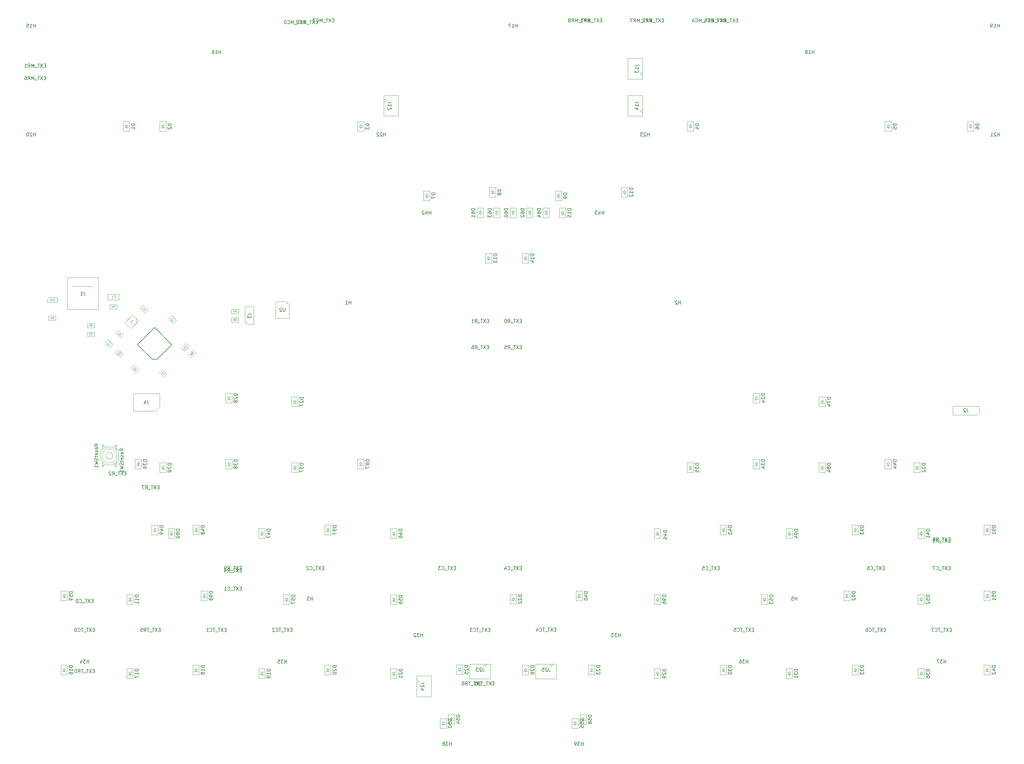
<source format=gbr>
G04 #@! TF.GenerationSoftware,KiCad,Pcbnew,(6.0.10-0)*
G04 #@! TF.CreationDate,2023-02-15T16:58:24+09:00*
G04 #@! TF.ProjectId,Sandy,53616e64-792e-46b6-9963-61645f706362,v.0*
G04 #@! TF.SameCoordinates,Original*
G04 #@! TF.FileFunction,AssemblyDrawing,Bot*
%FSLAX46Y46*%
G04 Gerber Fmt 4.6, Leading zero omitted, Abs format (unit mm)*
G04 Created by KiCad (PCBNEW (6.0.10-0)) date 2023-02-15 16:58:24*
%MOMM*%
%LPD*%
G01*
G04 APERTURE LIST*
%ADD10C,0.080000*%
%ADD11C,0.150000*%
%ADD12C,0.105000*%
%ADD13C,0.120000*%
%ADD14C,0.075000*%
%ADD15C,0.100000*%
G04 APERTURE END LIST*
D10*
X30793768Y-108906470D02*
X30960435Y-108668375D01*
X31079482Y-108906470D02*
X31079482Y-108406470D01*
X30889006Y-108406470D01*
X30841387Y-108430280D01*
X30817577Y-108454089D01*
X30793768Y-108501708D01*
X30793768Y-108573137D01*
X30817577Y-108620756D01*
X30841387Y-108644565D01*
X30889006Y-108668375D01*
X31079482Y-108668375D01*
X30603292Y-108454089D02*
X30579482Y-108430280D01*
X30531863Y-108406470D01*
X30412815Y-108406470D01*
X30365196Y-108430280D01*
X30341387Y-108454089D01*
X30317577Y-108501708D01*
X30317577Y-108549327D01*
X30341387Y-108620756D01*
X30627101Y-108906470D01*
X30317577Y-108906470D01*
X41969768Y-113573720D02*
X42136435Y-113335625D01*
X42255482Y-113573720D02*
X42255482Y-113073720D01*
X42065006Y-113073720D01*
X42017387Y-113097530D01*
X41993577Y-113121339D01*
X41969768Y-113168958D01*
X41969768Y-113240387D01*
X41993577Y-113288006D01*
X42017387Y-113311815D01*
X42065006Y-113335625D01*
X42255482Y-113335625D01*
X41803101Y-113073720D02*
X41493577Y-113073720D01*
X41660244Y-113264196D01*
X41588815Y-113264196D01*
X41541196Y-113288006D01*
X41517387Y-113311815D01*
X41493577Y-113359434D01*
X41493577Y-113478482D01*
X41517387Y-113526101D01*
X41541196Y-113549910D01*
X41588815Y-113573720D01*
X41731673Y-113573720D01*
X41779292Y-113549910D01*
X41803101Y-113526101D01*
X62797653Y-124449460D02*
X62797653Y-124415788D01*
X62763981Y-124348445D01*
X62730310Y-124314773D01*
X62662966Y-124281101D01*
X62595622Y-124281101D01*
X62545115Y-124297937D01*
X62460935Y-124348445D01*
X62410428Y-124398952D01*
X62359920Y-124483132D01*
X62343084Y-124533639D01*
X62343084Y-124600983D01*
X62376756Y-124668326D01*
X62410428Y-124701998D01*
X62477771Y-124735670D01*
X62511443Y-124735670D01*
X62797653Y-125089223D02*
X62629294Y-124920864D01*
X62780817Y-124735670D01*
X62780817Y-124769342D01*
X62797653Y-124819849D01*
X62881832Y-124904029D01*
X62932340Y-124920864D01*
X62966012Y-124920864D01*
X63016519Y-124904029D01*
X63100699Y-124819849D01*
X63117535Y-124769342D01*
X63117535Y-124735670D01*
X63100699Y-124685162D01*
X63016519Y-124600983D01*
X62966012Y-124584147D01*
X62932340Y-124584147D01*
D11*
X87185815Y-107553196D02*
X87900101Y-107553196D01*
X88042958Y-107505577D01*
X88138196Y-107410339D01*
X88185815Y-107267482D01*
X88185815Y-107172244D01*
X87185815Y-107934149D02*
X87185815Y-108553196D01*
X87566768Y-108219863D01*
X87566768Y-108362720D01*
X87614387Y-108457958D01*
X87662006Y-108505577D01*
X87757244Y-108553196D01*
X87995339Y-108553196D01*
X88090577Y-108505577D01*
X88138196Y-108457958D01*
X88185815Y-108362720D01*
X88185815Y-108077006D01*
X88138196Y-107981768D01*
X88090577Y-107934149D01*
X109212006Y-180903851D02*
X108878673Y-180903851D01*
X108735815Y-181427660D02*
X109212006Y-181427660D01*
X109212006Y-180427660D01*
X108735815Y-180427660D01*
X108402482Y-180427660D02*
X107735815Y-181427660D01*
X107735815Y-180427660D02*
X108402482Y-181427660D01*
X107497720Y-180427660D02*
X106926292Y-180427660D01*
X107212006Y-181427660D02*
X107212006Y-180427660D01*
X106831054Y-181522899D02*
X106069149Y-181522899D01*
X105259625Y-181332422D02*
X105307244Y-181380041D01*
X105450101Y-181427660D01*
X105545339Y-181427660D01*
X105688196Y-181380041D01*
X105783435Y-181284803D01*
X105831054Y-181189565D01*
X105878673Y-180999089D01*
X105878673Y-180856232D01*
X105831054Y-180665756D01*
X105783435Y-180570518D01*
X105688196Y-180475280D01*
X105545339Y-180427660D01*
X105450101Y-180427660D01*
X105307244Y-180475280D01*
X105259625Y-180522899D01*
X104878673Y-180522899D02*
X104831054Y-180475280D01*
X104735815Y-180427660D01*
X104497720Y-180427660D01*
X104402482Y-180475280D01*
X104354863Y-180522899D01*
X104307244Y-180618137D01*
X104307244Y-180713375D01*
X104354863Y-180856232D01*
X104926292Y-181427660D01*
X104307244Y-181427660D01*
X166343256Y-180903851D02*
X166009923Y-180903851D01*
X165867065Y-181427660D02*
X166343256Y-181427660D01*
X166343256Y-180427660D01*
X165867065Y-180427660D01*
X165533732Y-180427660D02*
X164867065Y-181427660D01*
X164867065Y-180427660D02*
X165533732Y-181427660D01*
X164628970Y-180427660D02*
X164057542Y-180427660D01*
X164343256Y-181427660D02*
X164343256Y-180427660D01*
X163962304Y-181522899D02*
X163200399Y-181522899D01*
X162390875Y-181332422D02*
X162438494Y-181380041D01*
X162581351Y-181427660D01*
X162676589Y-181427660D01*
X162819446Y-181380041D01*
X162914685Y-181284803D01*
X162962304Y-181189565D01*
X163009923Y-180999089D01*
X163009923Y-180856232D01*
X162962304Y-180665756D01*
X162914685Y-180570518D01*
X162819446Y-180475280D01*
X162676589Y-180427660D01*
X162581351Y-180427660D01*
X162438494Y-180475280D01*
X162390875Y-180522899D01*
X161533732Y-180760994D02*
X161533732Y-181427660D01*
X161771827Y-180380041D02*
X162009923Y-181094327D01*
X161390875Y-181094327D01*
X271137006Y-180903851D02*
X270803673Y-180903851D01*
X270660815Y-181427660D02*
X271137006Y-181427660D01*
X271137006Y-180427660D01*
X270660815Y-180427660D01*
X270327482Y-180427660D02*
X269660815Y-181427660D01*
X269660815Y-180427660D02*
X270327482Y-181427660D01*
X269422720Y-180427660D02*
X268851292Y-180427660D01*
X269137006Y-181427660D02*
X269137006Y-180427660D01*
X268756054Y-181522899D02*
X267994149Y-181522899D01*
X267184625Y-181332422D02*
X267232244Y-181380041D01*
X267375101Y-181427660D01*
X267470339Y-181427660D01*
X267613196Y-181380041D01*
X267708435Y-181284803D01*
X267756054Y-181189565D01*
X267803673Y-180999089D01*
X267803673Y-180856232D01*
X267756054Y-180665756D01*
X267708435Y-180570518D01*
X267613196Y-180475280D01*
X267470339Y-180427660D01*
X267375101Y-180427660D01*
X267232244Y-180475280D01*
X267184625Y-180522899D01*
X266327482Y-180427660D02*
X266517958Y-180427660D01*
X266613196Y-180475280D01*
X266660815Y-180522899D01*
X266756054Y-180665756D01*
X266803673Y-180856232D01*
X266803673Y-181237184D01*
X266756054Y-181332422D01*
X266708435Y-181380041D01*
X266613196Y-181427660D01*
X266422720Y-181427660D01*
X266327482Y-181380041D01*
X266279863Y-181332422D01*
X266232244Y-181237184D01*
X266232244Y-180999089D01*
X266279863Y-180903851D01*
X266327482Y-180856232D01*
X266422720Y-180808613D01*
X266613196Y-180808613D01*
X266708435Y-180856232D01*
X266756054Y-180903851D01*
X266803673Y-180999089D01*
X42537006Y-190428851D02*
X42203673Y-190428851D01*
X42060815Y-190952660D02*
X42537006Y-190952660D01*
X42537006Y-189952660D01*
X42060815Y-189952660D01*
X41727482Y-189952660D02*
X41060815Y-190952660D01*
X41060815Y-189952660D02*
X41727482Y-190952660D01*
X40822720Y-189952660D02*
X40251292Y-189952660D01*
X40537006Y-190952660D02*
X40537006Y-189952660D01*
X40156054Y-191047899D02*
X39394149Y-191047899D01*
X38584625Y-190857422D02*
X38632244Y-190905041D01*
X38775101Y-190952660D01*
X38870339Y-190952660D01*
X39013196Y-190905041D01*
X39108435Y-190809803D01*
X39156054Y-190714565D01*
X39203673Y-190524089D01*
X39203673Y-190381232D01*
X39156054Y-190190756D01*
X39108435Y-190095518D01*
X39013196Y-190000280D01*
X38870339Y-189952660D01*
X38775101Y-189952660D01*
X38632244Y-190000280D01*
X38584625Y-190047899D01*
X37965577Y-189952660D02*
X37870339Y-189952660D01*
X37775101Y-190000280D01*
X37727482Y-190047899D01*
X37679863Y-190143137D01*
X37632244Y-190333613D01*
X37632244Y-190571708D01*
X37679863Y-190762184D01*
X37727482Y-190857422D01*
X37775101Y-190905041D01*
X37870339Y-190952660D01*
X37965577Y-190952660D01*
X38060815Y-190905041D01*
X38108435Y-190857422D01*
X38156054Y-190762184D01*
X38203673Y-190571708D01*
X38203673Y-190333613D01*
X38156054Y-190143137D01*
X38108435Y-190047899D01*
X38060815Y-190000280D01*
X37965577Y-189952660D01*
X52062006Y-153519476D02*
X51728673Y-153519476D01*
X51585815Y-154043285D02*
X52062006Y-154043285D01*
X52062006Y-153043285D01*
X51585815Y-153043285D01*
X51252482Y-153043285D02*
X50585815Y-154043285D01*
X50585815Y-153043285D02*
X51252482Y-154043285D01*
X50347720Y-153043285D02*
X49776292Y-153043285D01*
X50062006Y-154043285D02*
X50062006Y-153043285D01*
X49681054Y-154138524D02*
X48919149Y-154138524D01*
X48109625Y-154043285D02*
X48442958Y-153567095D01*
X48681054Y-154043285D02*
X48681054Y-153043285D01*
X48300101Y-153043285D01*
X48204863Y-153090905D01*
X48157244Y-153138524D01*
X48109625Y-153233762D01*
X48109625Y-153376619D01*
X48157244Y-153471857D01*
X48204863Y-153519476D01*
X48300101Y-153567095D01*
X48681054Y-153567095D01*
X47728673Y-153138524D02*
X47681054Y-153090905D01*
X47585815Y-153043285D01*
X47347720Y-153043285D01*
X47252482Y-153090905D01*
X47204863Y-153138524D01*
X47157244Y-153233762D01*
X47157244Y-153329000D01*
X47204863Y-153471857D01*
X47776292Y-154043285D01*
X47157244Y-154043285D01*
X290187006Y-172997601D02*
X289853673Y-172997601D01*
X289710815Y-173521410D02*
X290187006Y-173521410D01*
X290187006Y-172521410D01*
X289710815Y-172521410D01*
X289377482Y-172521410D02*
X288710815Y-173521410D01*
X288710815Y-172521410D02*
X289377482Y-173521410D01*
X288472720Y-172521410D02*
X287901292Y-172521410D01*
X288187006Y-173521410D02*
X288187006Y-172521410D01*
X287806054Y-173616649D02*
X287044149Y-173616649D01*
X286234625Y-173521410D02*
X286567958Y-173045220D01*
X286806054Y-173521410D02*
X286806054Y-172521410D01*
X286425101Y-172521410D01*
X286329863Y-172569030D01*
X286282244Y-172616649D01*
X286234625Y-172711887D01*
X286234625Y-172854744D01*
X286282244Y-172949982D01*
X286329863Y-172997601D01*
X286425101Y-173045220D01*
X286806054Y-173045220D01*
X285901292Y-172521410D02*
X285282244Y-172521410D01*
X285615577Y-172902363D01*
X285472720Y-172902363D01*
X285377482Y-172949982D01*
X285329863Y-172997601D01*
X285282244Y-173092839D01*
X285282244Y-173330934D01*
X285329863Y-173426172D01*
X285377482Y-173473791D01*
X285472720Y-173521410D01*
X285758435Y-173521410D01*
X285853673Y-173473791D01*
X285901292Y-173426172D01*
X290187006Y-172569476D02*
X289853673Y-172569476D01*
X289710815Y-173093285D02*
X290187006Y-173093285D01*
X290187006Y-172093285D01*
X289710815Y-172093285D01*
X289377482Y-172093285D02*
X288710815Y-173093285D01*
X288710815Y-172093285D02*
X289377482Y-173093285D01*
X288472720Y-172093285D02*
X287901292Y-172093285D01*
X288187006Y-173093285D02*
X288187006Y-172093285D01*
X287806054Y-173188524D02*
X287044149Y-173188524D01*
X286234625Y-173093285D02*
X286567958Y-172617095D01*
X286806054Y-173093285D02*
X286806054Y-172093285D01*
X286425101Y-172093285D01*
X286329863Y-172140905D01*
X286282244Y-172188524D01*
X286234625Y-172283762D01*
X286234625Y-172426619D01*
X286282244Y-172521857D01*
X286329863Y-172569476D01*
X286425101Y-172617095D01*
X286806054Y-172617095D01*
X285663196Y-172521857D02*
X285758435Y-172474238D01*
X285806054Y-172426619D01*
X285853673Y-172331381D01*
X285853673Y-172283762D01*
X285806054Y-172188524D01*
X285758435Y-172140905D01*
X285663196Y-172093285D01*
X285472720Y-172093285D01*
X285377482Y-172140905D01*
X285329863Y-172188524D01*
X285282244Y-172283762D01*
X285282244Y-172331381D01*
X285329863Y-172426619D01*
X285377482Y-172474238D01*
X285472720Y-172521857D01*
X285663196Y-172521857D01*
X285758435Y-172569476D01*
X285806054Y-172617095D01*
X285853673Y-172712333D01*
X285853673Y-172902809D01*
X285806054Y-172998047D01*
X285758435Y-173045666D01*
X285663196Y-173093285D01*
X285472720Y-173093285D01*
X285377482Y-173045666D01*
X285329863Y-172998047D01*
X285282244Y-172902809D01*
X285282244Y-172712333D01*
X285329863Y-172617095D01*
X285377482Y-172569476D01*
X285472720Y-172521857D01*
D10*
X47213631Y-115786938D02*
X47213631Y-115753266D01*
X47179959Y-115685923D01*
X47146288Y-115652251D01*
X47078944Y-115618579D01*
X47011600Y-115618579D01*
X46961093Y-115635415D01*
X46876913Y-115685923D01*
X46826406Y-115736430D01*
X46775898Y-115820610D01*
X46759062Y-115871117D01*
X46759062Y-115938461D01*
X46792734Y-116005804D01*
X46826406Y-116039476D01*
X46893749Y-116073148D01*
X46927421Y-116073148D01*
X47584020Y-116089984D02*
X47381990Y-115887953D01*
X47483005Y-115988968D02*
X47129452Y-116342522D01*
X47146288Y-116258342D01*
X47146287Y-116190999D01*
X47129452Y-116140491D01*
D12*
X53921352Y-109448792D02*
X54157054Y-109684494D01*
X53827071Y-109024528D02*
X53921352Y-109448792D01*
X53497088Y-109354511D01*
X53567798Y-110273750D02*
X53850641Y-109990907D01*
X53709220Y-110132329D02*
X53214245Y-109637354D01*
X53332096Y-109660924D01*
X53426377Y-109660924D01*
X53497088Y-109637354D01*
D10*
X50192903Y-113082960D02*
X50192903Y-113049288D01*
X50159231Y-112981945D01*
X50125560Y-112948273D01*
X50058216Y-112914601D01*
X49990872Y-112914601D01*
X49940365Y-112931437D01*
X49856185Y-112981945D01*
X49805678Y-113032452D01*
X49755170Y-113116632D01*
X49738334Y-113167139D01*
X49738334Y-113234483D01*
X49772006Y-113301826D01*
X49805678Y-113335498D01*
X49873021Y-113369170D01*
X49906693Y-113369170D01*
X49990872Y-113520693D02*
X50209739Y-113739559D01*
X50226575Y-113487021D01*
X50277082Y-113537529D01*
X50327590Y-113554364D01*
X50361262Y-113554364D01*
X50411769Y-113537529D01*
X50495949Y-113453349D01*
X50512785Y-113402842D01*
X50512785Y-113369170D01*
X50495949Y-113318662D01*
X50394934Y-113217647D01*
X50344426Y-113200811D01*
X50310754Y-113200811D01*
X65575778Y-108844335D02*
X65575778Y-108810663D01*
X65542106Y-108743320D01*
X65508435Y-108709648D01*
X65441091Y-108675976D01*
X65373747Y-108675976D01*
X65323240Y-108692812D01*
X65239060Y-108743320D01*
X65188553Y-108793827D01*
X65138045Y-108878007D01*
X65121209Y-108928514D01*
X65121209Y-108995858D01*
X65154881Y-109063201D01*
X65188553Y-109096873D01*
X65255896Y-109130545D01*
X65289568Y-109130545D01*
X65373747Y-109282068D02*
X65609450Y-109517770D01*
X65811480Y-109012694D01*
X69334470Y-117092407D02*
X69368142Y-117092407D01*
X69435485Y-117058735D01*
X69469157Y-117025064D01*
X69502829Y-116957720D01*
X69502829Y-116890376D01*
X69485993Y-116839869D01*
X69435485Y-116755689D01*
X69384978Y-116705182D01*
X69300798Y-116654674D01*
X69250291Y-116637838D01*
X69182947Y-116637838D01*
X69115604Y-116671510D01*
X69081932Y-116705182D01*
X69048260Y-116772525D01*
X69048260Y-116806197D01*
X68829394Y-117193422D02*
X69065096Y-117429125D01*
X68778886Y-116974556D02*
X69115604Y-117142915D01*
X68896737Y-117361781D01*
D11*
X58286143Y-132426410D02*
X58286143Y-133140696D01*
X58333762Y-133283553D01*
X58429000Y-133378791D01*
X58571857Y-133426410D01*
X58667095Y-133426410D01*
X57381381Y-132759744D02*
X57381381Y-133426410D01*
X57619476Y-132378791D02*
X57857571Y-133093077D01*
X57238524Y-133093077D01*
X117070339Y-104633870D02*
X117070339Y-103633870D01*
X117070339Y-104110061D02*
X116498911Y-104110061D01*
X116498911Y-104633870D02*
X116498911Y-103633870D01*
X115498911Y-104633870D02*
X116070339Y-104633870D01*
X115784625Y-104633870D02*
X115784625Y-103633870D01*
X115879863Y-103776728D01*
X115975101Y-103871966D01*
X116070339Y-103919585D01*
X212320339Y-104633870D02*
X212320339Y-103633870D01*
X212320339Y-104110061D02*
X211748911Y-104110061D01*
X211748911Y-104633870D02*
X211748911Y-103633870D01*
X211320339Y-103729109D02*
X211272720Y-103681490D01*
X211177482Y-103633870D01*
X210939387Y-103633870D01*
X210844149Y-103681490D01*
X210796530Y-103729109D01*
X210748911Y-103824347D01*
X210748911Y-103919585D01*
X210796530Y-104062442D01*
X211367958Y-104633870D01*
X210748911Y-104633870D01*
D13*
X48709476Y-102527137D02*
X48976143Y-102527137D01*
X48976143Y-102946184D02*
X48976143Y-102146184D01*
X48595190Y-102146184D01*
X47871381Y-102946184D02*
X48328524Y-102946184D01*
X48099952Y-102946184D02*
X48099952Y-102146184D01*
X48176143Y-102260470D01*
X48252333Y-102336660D01*
X48328524Y-102374756D01*
D11*
X106020339Y-190233870D02*
X106020339Y-189233870D01*
X106020339Y-189710061D02*
X105448911Y-189710061D01*
X105448911Y-190233870D02*
X105448911Y-189233870D01*
X105067958Y-189233870D02*
X104448911Y-189233870D01*
X104782244Y-189614823D01*
X104639387Y-189614823D01*
X104544149Y-189662442D01*
X104496530Y-189710061D01*
X104448911Y-189805299D01*
X104448911Y-190043394D01*
X104496530Y-190138632D01*
X104544149Y-190186251D01*
X104639387Y-190233870D01*
X104925101Y-190233870D01*
X105020339Y-190186251D01*
X105067958Y-190138632D01*
D10*
X48526143Y-105604470D02*
X48692810Y-105366375D01*
X48811857Y-105604470D02*
X48811857Y-105104470D01*
X48621381Y-105104470D01*
X48573762Y-105128280D01*
X48549952Y-105152089D01*
X48526143Y-105199708D01*
X48526143Y-105271137D01*
X48549952Y-105318756D01*
X48573762Y-105342565D01*
X48621381Y-105366375D01*
X48811857Y-105366375D01*
X48049952Y-105604470D02*
X48335667Y-105604470D01*
X48192810Y-105604470D02*
X48192810Y-105104470D01*
X48240429Y-105175899D01*
X48288048Y-105223518D01*
X48335667Y-105247327D01*
D11*
X223512006Y-180903851D02*
X223178673Y-180903851D01*
X223035815Y-181427660D02*
X223512006Y-181427660D01*
X223512006Y-180427660D01*
X223035815Y-180427660D01*
X222702482Y-180427660D02*
X222035815Y-181427660D01*
X222035815Y-180427660D02*
X222702482Y-181427660D01*
X221797720Y-180427660D02*
X221226292Y-180427660D01*
X221512006Y-181427660D02*
X221512006Y-180427660D01*
X221131054Y-181522899D02*
X220369149Y-181522899D01*
X219559625Y-181332422D02*
X219607244Y-181380041D01*
X219750101Y-181427660D01*
X219845339Y-181427660D01*
X219988196Y-181380041D01*
X220083435Y-181284803D01*
X220131054Y-181189565D01*
X220178673Y-180999089D01*
X220178673Y-180856232D01*
X220131054Y-180665756D01*
X220083435Y-180570518D01*
X219988196Y-180475280D01*
X219845339Y-180427660D01*
X219750101Y-180427660D01*
X219607244Y-180475280D01*
X219559625Y-180522899D01*
X218654863Y-180427660D02*
X219131054Y-180427660D01*
X219178673Y-180903851D01*
X219131054Y-180856232D01*
X219035815Y-180808613D01*
X218797720Y-180808613D01*
X218702482Y-180856232D01*
X218654863Y-180903851D01*
X218607244Y-180999089D01*
X218607244Y-181237184D01*
X218654863Y-181332422D01*
X218702482Y-181380041D01*
X218797720Y-181427660D01*
X219035815Y-181427660D01*
X219131054Y-181380041D01*
X219178673Y-181332422D01*
X166362006Y-117038226D02*
X166028673Y-117038226D01*
X165885815Y-117562035D02*
X166362006Y-117562035D01*
X166362006Y-116562035D01*
X165885815Y-116562035D01*
X165552482Y-116562035D02*
X164885815Y-117562035D01*
X164885815Y-116562035D02*
X165552482Y-117562035D01*
X164647720Y-116562035D02*
X164076292Y-116562035D01*
X164362006Y-117562035D02*
X164362006Y-116562035D01*
X163981054Y-117657274D02*
X163219149Y-117657274D01*
X162409625Y-117562035D02*
X162742958Y-117085845D01*
X162981054Y-117562035D02*
X162981054Y-116562035D01*
X162600101Y-116562035D01*
X162504863Y-116609655D01*
X162457244Y-116657274D01*
X162409625Y-116752512D01*
X162409625Y-116895369D01*
X162457244Y-116990607D01*
X162504863Y-117038226D01*
X162600101Y-117085845D01*
X162981054Y-117085845D01*
X161504863Y-116562035D02*
X161981054Y-116562035D01*
X162028673Y-117038226D01*
X161981054Y-116990607D01*
X161885815Y-116942988D01*
X161647720Y-116942988D01*
X161552482Y-116990607D01*
X161504863Y-117038226D01*
X161457244Y-117133464D01*
X161457244Y-117371559D01*
X161504863Y-117466797D01*
X161552482Y-117514416D01*
X161647720Y-117562035D01*
X161885815Y-117562035D01*
X161981054Y-117514416D01*
X162028673Y-117466797D01*
D14*
X31317577Y-103620470D02*
X31317577Y-103120470D01*
X31198530Y-103120470D01*
X31127101Y-103144280D01*
X31079482Y-103191899D01*
X31055673Y-103239518D01*
X31031863Y-103334756D01*
X31031863Y-103406184D01*
X31055673Y-103501422D01*
X31079482Y-103549041D01*
X31127101Y-103596660D01*
X31198530Y-103620470D01*
X31317577Y-103620470D01*
X30555673Y-103620470D02*
X30841387Y-103620470D01*
X30698530Y-103620470D02*
X30698530Y-103120470D01*
X30746149Y-103191899D01*
X30793768Y-103239518D01*
X30841387Y-103263327D01*
X30246149Y-103120470D02*
X30198530Y-103120470D01*
X30150911Y-103144280D01*
X30127101Y-103168089D01*
X30103292Y-103215708D01*
X30079482Y-103310946D01*
X30079482Y-103429994D01*
X30103292Y-103525232D01*
X30127101Y-103572851D01*
X30150911Y-103596660D01*
X30198530Y-103620470D01*
X30246149Y-103620470D01*
X30293768Y-103596660D01*
X30317577Y-103572851D01*
X30341387Y-103525232D01*
X30365196Y-103429994D01*
X30365196Y-103310946D01*
X30341387Y-103215708D01*
X30317577Y-103168089D01*
X30293768Y-103144280D01*
X30246149Y-103120470D01*
D11*
X51310815Y-147069625D02*
X50834625Y-146736291D01*
X51310815Y-146498196D02*
X50310815Y-146498196D01*
X50310815Y-146879149D01*
X50358435Y-146974387D01*
X50406054Y-147022006D01*
X50501292Y-147069625D01*
X50644149Y-147069625D01*
X50739387Y-147022006D01*
X50787006Y-146974387D01*
X50834625Y-146879149D01*
X50834625Y-146498196D01*
X51263196Y-147879149D02*
X51310815Y-147783910D01*
X51310815Y-147593434D01*
X51263196Y-147498196D01*
X51167958Y-147450577D01*
X50787006Y-147450577D01*
X50691768Y-147498196D01*
X50644149Y-147593434D01*
X50644149Y-147783910D01*
X50691768Y-147879149D01*
X50787006Y-147926768D01*
X50882244Y-147926768D01*
X50977482Y-147450577D01*
X51263196Y-148307720D02*
X51310815Y-148402958D01*
X51310815Y-148593434D01*
X51263196Y-148688672D01*
X51167958Y-148736291D01*
X51120339Y-148736291D01*
X51025101Y-148688672D01*
X50977482Y-148593434D01*
X50977482Y-148450577D01*
X50929863Y-148355339D01*
X50834625Y-148307720D01*
X50787006Y-148307720D01*
X50691768Y-148355339D01*
X50644149Y-148450577D01*
X50644149Y-148593434D01*
X50691768Y-148688672D01*
X51263196Y-149545815D02*
X51310815Y-149450577D01*
X51310815Y-149260101D01*
X51263196Y-149164863D01*
X51167958Y-149117244D01*
X50787006Y-149117244D01*
X50691768Y-149164863D01*
X50644149Y-149260101D01*
X50644149Y-149450577D01*
X50691768Y-149545815D01*
X50787006Y-149593434D01*
X50882244Y-149593434D01*
X50977482Y-149117244D01*
X50644149Y-149879149D02*
X50644149Y-150260101D01*
X50310815Y-150022006D02*
X51167958Y-150022006D01*
X51263196Y-150069625D01*
X51310815Y-150164863D01*
X51310815Y-150260101D01*
X51263196Y-150545815D02*
X51310815Y-150688672D01*
X51310815Y-150926768D01*
X51263196Y-151022006D01*
X51215577Y-151069625D01*
X51120339Y-151117244D01*
X51025101Y-151117244D01*
X50929863Y-151069625D01*
X50882244Y-151022006D01*
X50834625Y-150926768D01*
X50787006Y-150736291D01*
X50739387Y-150641053D01*
X50691768Y-150593434D01*
X50596530Y-150545815D01*
X50501292Y-150545815D01*
X50406054Y-150593434D01*
X50358435Y-150641053D01*
X50310815Y-150736291D01*
X50310815Y-150974387D01*
X50358435Y-151117244D01*
X50310815Y-151450577D02*
X51310815Y-151688672D01*
X50596530Y-151879149D01*
X51310815Y-152069625D01*
X50310815Y-152307720D01*
X51310815Y-153212482D02*
X51310815Y-152641053D01*
X51310815Y-152926768D02*
X50310815Y-152926768D01*
X50453673Y-152831530D01*
X50548911Y-152736291D01*
X50596530Y-152641053D01*
X43960855Y-145689985D02*
X43484665Y-145356651D01*
X43960855Y-145118556D02*
X42960855Y-145118556D01*
X42960855Y-145499509D01*
X43008475Y-145594747D01*
X43056094Y-145642366D01*
X43151332Y-145689985D01*
X43294189Y-145689985D01*
X43389427Y-145642366D01*
X43437046Y-145594747D01*
X43484665Y-145499509D01*
X43484665Y-145118556D01*
X43913236Y-146499509D02*
X43960855Y-146404270D01*
X43960855Y-146213794D01*
X43913236Y-146118556D01*
X43817998Y-146070937D01*
X43437046Y-146070937D01*
X43341808Y-146118556D01*
X43294189Y-146213794D01*
X43294189Y-146404270D01*
X43341808Y-146499509D01*
X43437046Y-146547128D01*
X43532284Y-146547128D01*
X43627522Y-146070937D01*
X43913236Y-146928080D02*
X43960855Y-147023318D01*
X43960855Y-147213794D01*
X43913236Y-147309032D01*
X43817998Y-147356651D01*
X43770379Y-147356651D01*
X43675141Y-147309032D01*
X43627522Y-147213794D01*
X43627522Y-147070937D01*
X43579903Y-146975699D01*
X43484665Y-146928080D01*
X43437046Y-146928080D01*
X43341808Y-146975699D01*
X43294189Y-147070937D01*
X43294189Y-147213794D01*
X43341808Y-147309032D01*
X43913236Y-148166175D02*
X43960855Y-148070937D01*
X43960855Y-147880461D01*
X43913236Y-147785223D01*
X43817998Y-147737604D01*
X43437046Y-147737604D01*
X43341808Y-147785223D01*
X43294189Y-147880461D01*
X43294189Y-148070937D01*
X43341808Y-148166175D01*
X43437046Y-148213794D01*
X43532284Y-148213794D01*
X43627522Y-147737604D01*
X43294189Y-148499509D02*
X43294189Y-148880461D01*
X42960855Y-148642366D02*
X43817998Y-148642366D01*
X43913236Y-148689985D01*
X43960855Y-148785223D01*
X43960855Y-148880461D01*
X43913236Y-149166175D02*
X43960855Y-149309032D01*
X43960855Y-149547128D01*
X43913236Y-149642366D01*
X43865617Y-149689985D01*
X43770379Y-149737604D01*
X43675141Y-149737604D01*
X43579903Y-149689985D01*
X43532284Y-149642366D01*
X43484665Y-149547128D01*
X43437046Y-149356651D01*
X43389427Y-149261413D01*
X43341808Y-149213794D01*
X43246570Y-149166175D01*
X43151332Y-149166175D01*
X43056094Y-149213794D01*
X43008475Y-149261413D01*
X42960855Y-149356651D01*
X42960855Y-149594747D01*
X43008475Y-149737604D01*
X42960855Y-150070937D02*
X43960855Y-150309032D01*
X43246570Y-150499509D01*
X43960855Y-150689985D01*
X42960855Y-150928080D01*
X43960855Y-151832842D02*
X43960855Y-151261413D01*
X43960855Y-151547128D02*
X42960855Y-151547128D01*
X43103713Y-151451890D01*
X43198951Y-151356651D01*
X43246570Y-151261413D01*
D10*
X50152666Y-118658629D02*
X49866456Y-118709137D01*
X49950635Y-118456599D02*
X49597082Y-118810152D01*
X49731769Y-118944839D01*
X49782276Y-118961675D01*
X49815948Y-118961675D01*
X49866456Y-118944839D01*
X49916963Y-118894331D01*
X49933799Y-118843824D01*
X49933799Y-118810152D01*
X49916963Y-118759644D01*
X49782276Y-118624957D01*
X50118994Y-119332064D02*
X49950635Y-119163705D01*
X50102158Y-118978511D01*
X50102158Y-119012183D01*
X50118994Y-119062690D01*
X50203173Y-119146870D01*
X50253681Y-119163705D01*
X50287353Y-119163705D01*
X50337860Y-119146870D01*
X50422040Y-119062690D01*
X50438876Y-119012183D01*
X50438876Y-118978511D01*
X50422040Y-118928003D01*
X50337860Y-118843824D01*
X50287353Y-118826988D01*
X50253681Y-118826988D01*
X71315301Y-119068295D02*
X71264793Y-118782085D01*
X71517331Y-118866264D02*
X71163778Y-118512711D01*
X71029091Y-118647398D01*
X71012255Y-118697905D01*
X71012255Y-118731577D01*
X71029091Y-118782085D01*
X71079599Y-118832592D01*
X71130106Y-118849428D01*
X71163778Y-118849428D01*
X71214286Y-118832592D01*
X71348973Y-118697905D01*
X70658702Y-119017787D02*
X70726045Y-118950444D01*
X70776553Y-118933608D01*
X70810225Y-118933608D01*
X70894404Y-118950444D01*
X70978583Y-119000951D01*
X71113270Y-119135638D01*
X71130106Y-119186146D01*
X71130106Y-119219818D01*
X71113270Y-119270325D01*
X71045927Y-119337669D01*
X70995419Y-119354505D01*
X70961747Y-119354505D01*
X70911240Y-119337669D01*
X70827060Y-119253489D01*
X70810225Y-119202982D01*
X70810225Y-119169310D01*
X70827060Y-119118802D01*
X70894404Y-119051459D01*
X70944912Y-119034623D01*
X70978583Y-119034623D01*
X71029091Y-119051459D01*
X57336653Y-105939210D02*
X57336653Y-105905538D01*
X57302981Y-105838195D01*
X57269310Y-105804523D01*
X57201966Y-105770851D01*
X57134622Y-105770851D01*
X57084115Y-105787687D01*
X56999935Y-105838195D01*
X56949428Y-105888702D01*
X56898920Y-105972882D01*
X56882084Y-106023389D01*
X56882084Y-106090733D01*
X56915756Y-106158076D01*
X56949428Y-106191748D01*
X57016771Y-106225420D01*
X57050443Y-106225420D01*
X57185130Y-106360107D02*
X57185130Y-106393779D01*
X57201966Y-106444286D01*
X57286145Y-106528466D01*
X57336653Y-106545301D01*
X57370325Y-106545301D01*
X57420832Y-106528466D01*
X57454504Y-106494794D01*
X57488176Y-106427450D01*
X57488176Y-106023389D01*
X57707042Y-106242256D01*
D11*
X290187006Y-180903851D02*
X289853673Y-180903851D01*
X289710815Y-181427660D02*
X290187006Y-181427660D01*
X290187006Y-180427660D01*
X289710815Y-180427660D01*
X289377482Y-180427660D02*
X288710815Y-181427660D01*
X288710815Y-180427660D02*
X289377482Y-181427660D01*
X288472720Y-180427660D02*
X287901292Y-180427660D01*
X288187006Y-181427660D02*
X288187006Y-180427660D01*
X287806054Y-181522899D02*
X287044149Y-181522899D01*
X286234625Y-181332422D02*
X286282244Y-181380041D01*
X286425101Y-181427660D01*
X286520339Y-181427660D01*
X286663196Y-181380041D01*
X286758435Y-181284803D01*
X286806054Y-181189565D01*
X286853673Y-180999089D01*
X286853673Y-180856232D01*
X286806054Y-180665756D01*
X286758435Y-180570518D01*
X286663196Y-180475280D01*
X286520339Y-180427660D01*
X286425101Y-180427660D01*
X286282244Y-180475280D01*
X286234625Y-180522899D01*
X285901292Y-180427660D02*
X285234625Y-180427660D01*
X285663196Y-181427660D01*
X85399506Y-180903851D02*
X85066173Y-180903851D01*
X84923315Y-181427660D02*
X85399506Y-181427660D01*
X85399506Y-180427660D01*
X84923315Y-180427660D01*
X84589982Y-180427660D02*
X83923315Y-181427660D01*
X83923315Y-180427660D02*
X84589982Y-181427660D01*
X83685220Y-180427660D02*
X83113792Y-180427660D01*
X83399506Y-181427660D02*
X83399506Y-180427660D01*
X83018554Y-181522899D02*
X82256649Y-181522899D01*
X81447125Y-181427660D02*
X81780458Y-180951470D01*
X82018554Y-181427660D02*
X82018554Y-180427660D01*
X81637601Y-180427660D01*
X81542363Y-180475280D01*
X81494744Y-180522899D01*
X81447125Y-180618137D01*
X81447125Y-180760994D01*
X81494744Y-180856232D01*
X81542363Y-180903851D01*
X81637601Y-180951470D01*
X82018554Y-180951470D01*
X80970935Y-181427660D02*
X80780458Y-181427660D01*
X80685220Y-181380041D01*
X80637601Y-181332422D01*
X80542363Y-181189565D01*
X80494744Y-180999089D01*
X80494744Y-180618137D01*
X80542363Y-180522899D01*
X80589982Y-180475280D01*
X80685220Y-180427660D01*
X80875696Y-180427660D01*
X80970935Y-180475280D01*
X81018554Y-180522899D01*
X81066173Y-180618137D01*
X81066173Y-180856232D01*
X81018554Y-180951470D01*
X80970935Y-180999089D01*
X80875696Y-181046708D01*
X80685220Y-181046708D01*
X80589982Y-180999089D01*
X80542363Y-180951470D01*
X80494744Y-180856232D01*
X85399506Y-181570101D02*
X85066173Y-181570101D01*
X84923315Y-182093910D02*
X85399506Y-182093910D01*
X85399506Y-181093910D01*
X84923315Y-181093910D01*
X84589982Y-181093910D02*
X83923315Y-182093910D01*
X83923315Y-181093910D02*
X84589982Y-182093910D01*
X83685220Y-181093910D02*
X83113792Y-181093910D01*
X83399506Y-182093910D02*
X83399506Y-181093910D01*
X83018554Y-182189149D02*
X82256649Y-182189149D01*
X81447125Y-182093910D02*
X81780458Y-181617720D01*
X82018554Y-182093910D02*
X82018554Y-181093910D01*
X81637601Y-181093910D01*
X81542363Y-181141530D01*
X81494744Y-181189149D01*
X81447125Y-181284387D01*
X81447125Y-181427244D01*
X81494744Y-181522482D01*
X81542363Y-181570101D01*
X81637601Y-181617720D01*
X82018554Y-181617720D01*
X80589982Y-181427244D02*
X80589982Y-182093910D01*
X80828077Y-181046291D02*
X81066173Y-181760577D01*
X80447125Y-181760577D01*
X245920339Y-190233870D02*
X245920339Y-189233870D01*
X245920339Y-189710061D02*
X245348911Y-189710061D01*
X245348911Y-190233870D02*
X245348911Y-189233870D01*
X244396530Y-189233870D02*
X244872720Y-189233870D01*
X244920339Y-189710061D01*
X244872720Y-189662442D01*
X244777482Y-189614823D01*
X244539387Y-189614823D01*
X244444149Y-189662442D01*
X244396530Y-189710061D01*
X244348911Y-189805299D01*
X244348911Y-190043394D01*
X244396530Y-190138632D01*
X244444149Y-190186251D01*
X244539387Y-190233870D01*
X244777482Y-190233870D01*
X244872720Y-190186251D01*
X244920339Y-190138632D01*
X156837006Y-117038226D02*
X156503673Y-117038226D01*
X156360815Y-117562035D02*
X156837006Y-117562035D01*
X156837006Y-116562035D01*
X156360815Y-116562035D01*
X156027482Y-116562035D02*
X155360815Y-117562035D01*
X155360815Y-116562035D02*
X156027482Y-117562035D01*
X155122720Y-116562035D02*
X154551292Y-116562035D01*
X154837006Y-117562035D02*
X154837006Y-116562035D01*
X154456054Y-117657274D02*
X153694149Y-117657274D01*
X152884625Y-117562035D02*
X153217958Y-117085845D01*
X153456054Y-117562035D02*
X153456054Y-116562035D01*
X153075101Y-116562035D01*
X152979863Y-116609655D01*
X152932244Y-116657274D01*
X152884625Y-116752512D01*
X152884625Y-116895369D01*
X152932244Y-116990607D01*
X152979863Y-117038226D01*
X153075101Y-117085845D01*
X153456054Y-117085845D01*
X152027482Y-116562035D02*
X152217958Y-116562035D01*
X152313196Y-116609655D01*
X152360815Y-116657274D01*
X152456054Y-116800131D01*
X152503673Y-116990607D01*
X152503673Y-117371559D01*
X152456054Y-117466797D01*
X152408435Y-117514416D01*
X152313196Y-117562035D01*
X152122720Y-117562035D01*
X152027482Y-117514416D01*
X151979863Y-117466797D01*
X151932244Y-117371559D01*
X151932244Y-117133464D01*
X151979863Y-117038226D01*
X152027482Y-116990607D01*
X152122720Y-116942988D01*
X152313196Y-116942988D01*
X152408435Y-116990607D01*
X152456054Y-117038226D01*
X152503673Y-117133464D01*
X156837006Y-109466351D02*
X156503673Y-109466351D01*
X156360815Y-109990160D02*
X156837006Y-109990160D01*
X156837006Y-108990160D01*
X156360815Y-108990160D01*
X156027482Y-108990160D02*
X155360815Y-109990160D01*
X155360815Y-108990160D02*
X156027482Y-109990160D01*
X155122720Y-108990160D02*
X154551292Y-108990160D01*
X154837006Y-109990160D02*
X154837006Y-108990160D01*
X154456054Y-110085399D02*
X153694149Y-110085399D01*
X152884625Y-109990160D02*
X153217958Y-109513970D01*
X153456054Y-109990160D02*
X153456054Y-108990160D01*
X153075101Y-108990160D01*
X152979863Y-109037780D01*
X152932244Y-109085399D01*
X152884625Y-109180637D01*
X152884625Y-109323494D01*
X152932244Y-109418732D01*
X152979863Y-109466351D01*
X153075101Y-109513970D01*
X153456054Y-109513970D01*
X151932244Y-109990160D02*
X152503673Y-109990160D01*
X152217958Y-109990160D02*
X152217958Y-108990160D01*
X152313196Y-109133018D01*
X152408435Y-109228256D01*
X152503673Y-109275875D01*
X61587006Y-157510101D02*
X61253673Y-157510101D01*
X61110815Y-158033910D02*
X61587006Y-158033910D01*
X61587006Y-157033910D01*
X61110815Y-157033910D01*
X60777482Y-157033910D02*
X60110815Y-158033910D01*
X60110815Y-157033910D02*
X60777482Y-158033910D01*
X59872720Y-157033910D02*
X59301292Y-157033910D01*
X59587006Y-158033910D02*
X59587006Y-157033910D01*
X59206054Y-158129149D02*
X58444149Y-158129149D01*
X57634625Y-158033910D02*
X57967958Y-157557720D01*
X58206054Y-158033910D02*
X58206054Y-157033910D01*
X57825101Y-157033910D01*
X57729863Y-157081530D01*
X57682244Y-157129149D01*
X57634625Y-157224387D01*
X57634625Y-157367244D01*
X57682244Y-157462482D01*
X57729863Y-157510101D01*
X57825101Y-157557720D01*
X58206054Y-157557720D01*
X57301292Y-157033910D02*
X56634625Y-157033910D01*
X57063196Y-158033910D01*
X98005101Y-105769863D02*
X98005101Y-106563196D01*
X97958435Y-106656530D01*
X97911768Y-106703196D01*
X97818435Y-106749863D01*
X97631768Y-106749863D01*
X97538435Y-106703196D01*
X97491768Y-106656530D01*
X97445101Y-106563196D01*
X97445101Y-105769863D01*
X97025101Y-105863196D02*
X96978435Y-105816530D01*
X96885101Y-105769863D01*
X96651768Y-105769863D01*
X96558435Y-105816530D01*
X96511768Y-105863196D01*
X96465101Y-105956530D01*
X96465101Y-106049863D01*
X96511768Y-106189863D01*
X97071768Y-106749863D01*
X96465101Y-106749863D01*
D10*
X83625768Y-109382720D02*
X83792435Y-109144625D01*
X83911482Y-109382720D02*
X83911482Y-108882720D01*
X83721006Y-108882720D01*
X83673387Y-108906530D01*
X83649577Y-108930339D01*
X83625768Y-108977958D01*
X83625768Y-109049387D01*
X83649577Y-109097006D01*
X83673387Y-109120815D01*
X83721006Y-109144625D01*
X83911482Y-109144625D01*
X83340054Y-109097006D02*
X83387673Y-109073196D01*
X83411482Y-109049387D01*
X83435292Y-109001768D01*
X83435292Y-108977958D01*
X83411482Y-108930339D01*
X83387673Y-108906530D01*
X83340054Y-108882720D01*
X83244815Y-108882720D01*
X83197196Y-108906530D01*
X83173387Y-108930339D01*
X83149577Y-108977958D01*
X83149577Y-109001768D01*
X83173387Y-109049387D01*
X83197196Y-109073196D01*
X83244815Y-109097006D01*
X83340054Y-109097006D01*
X83387673Y-109120815D01*
X83411482Y-109144625D01*
X83435292Y-109192244D01*
X83435292Y-109287482D01*
X83411482Y-109335101D01*
X83387673Y-109358910D01*
X83340054Y-109382720D01*
X83244815Y-109382720D01*
X83197196Y-109358910D01*
X83173387Y-109335101D01*
X83149577Y-109287482D01*
X83149577Y-109192244D01*
X83173387Y-109144625D01*
X83197196Y-109120815D01*
X83244815Y-109097006D01*
X83625768Y-106969720D02*
X83792435Y-106731625D01*
X83911482Y-106969720D02*
X83911482Y-106469720D01*
X83721006Y-106469720D01*
X83673387Y-106493530D01*
X83649577Y-106517339D01*
X83625768Y-106564958D01*
X83625768Y-106636387D01*
X83649577Y-106684006D01*
X83673387Y-106707815D01*
X83721006Y-106731625D01*
X83911482Y-106731625D01*
X83387673Y-106969720D02*
X83292435Y-106969720D01*
X83244815Y-106945910D01*
X83221006Y-106922101D01*
X83173387Y-106850672D01*
X83149577Y-106755434D01*
X83149577Y-106564958D01*
X83173387Y-106517339D01*
X83197196Y-106493530D01*
X83244815Y-106469720D01*
X83340054Y-106469720D01*
X83387673Y-106493530D01*
X83411482Y-106517339D01*
X83435292Y-106564958D01*
X83435292Y-106684006D01*
X83411482Y-106731625D01*
X83387673Y-106755434D01*
X83340054Y-106779244D01*
X83244815Y-106779244D01*
X83197196Y-106755434D01*
X83173387Y-106731625D01*
X83149577Y-106684006D01*
D11*
X39916768Y-100998870D02*
X39916768Y-101713156D01*
X39964387Y-101856013D01*
X40059625Y-101951251D01*
X40202482Y-101998870D01*
X40297720Y-101998870D01*
X38916768Y-101998870D02*
X39488196Y-101998870D01*
X39202482Y-101998870D02*
X39202482Y-100998870D01*
X39297720Y-101141728D01*
X39392958Y-101236966D01*
X39488196Y-101284585D01*
D10*
X54690994Y-123232551D02*
X54690994Y-123198879D01*
X54657322Y-123131536D01*
X54623651Y-123097864D01*
X54556307Y-123064192D01*
X54488963Y-123064192D01*
X54438456Y-123081028D01*
X54354276Y-123131536D01*
X54303769Y-123182043D01*
X54253261Y-123266223D01*
X54236425Y-123316730D01*
X54236425Y-123384074D01*
X54270097Y-123451417D01*
X54303769Y-123485089D01*
X54371112Y-123518761D01*
X54404784Y-123518761D01*
X54674158Y-123855478D02*
X54606815Y-123788135D01*
X54589979Y-123737627D01*
X54589979Y-123703955D01*
X54606815Y-123619776D01*
X54657322Y-123535597D01*
X54792009Y-123400910D01*
X54842517Y-123384074D01*
X54876189Y-123384074D01*
X54926696Y-123400910D01*
X54994040Y-123468253D01*
X55010876Y-123518761D01*
X55010876Y-123552433D01*
X54994040Y-123602940D01*
X54909860Y-123687120D01*
X54859353Y-123703955D01*
X54825681Y-123703955D01*
X54775173Y-123687120D01*
X54707830Y-123619776D01*
X54690994Y-123569268D01*
X54690994Y-123535597D01*
X54707830Y-123485089D01*
X41969768Y-111033720D02*
X42136435Y-110795625D01*
X42255482Y-111033720D02*
X42255482Y-110533720D01*
X42065006Y-110533720D01*
X42017387Y-110557530D01*
X41993577Y-110581339D01*
X41969768Y-110628958D01*
X41969768Y-110700387D01*
X41993577Y-110748006D01*
X42017387Y-110771815D01*
X42065006Y-110795625D01*
X42255482Y-110795625D01*
X41541196Y-110700387D02*
X41541196Y-111033720D01*
X41660244Y-110509910D02*
X41779292Y-110867053D01*
X41469768Y-110867053D01*
D11*
X147312006Y-180903851D02*
X146978673Y-180903851D01*
X146835815Y-181427660D02*
X147312006Y-181427660D01*
X147312006Y-180427660D01*
X146835815Y-180427660D01*
X146502482Y-180427660D02*
X145835815Y-181427660D01*
X145835815Y-180427660D02*
X146502482Y-181427660D01*
X145597720Y-180427660D02*
X145026292Y-180427660D01*
X145312006Y-181427660D02*
X145312006Y-180427660D01*
X144931054Y-181522899D02*
X144169149Y-181522899D01*
X143359625Y-181332422D02*
X143407244Y-181380041D01*
X143550101Y-181427660D01*
X143645339Y-181427660D01*
X143788196Y-181380041D01*
X143883435Y-181284803D01*
X143931054Y-181189565D01*
X143978673Y-180999089D01*
X143978673Y-180856232D01*
X143931054Y-180665756D01*
X143883435Y-180570518D01*
X143788196Y-180475280D01*
X143645339Y-180427660D01*
X143550101Y-180427660D01*
X143407244Y-180475280D01*
X143359625Y-180522899D01*
X143026292Y-180427660D02*
X142407244Y-180427660D01*
X142740577Y-180808613D01*
X142597720Y-180808613D01*
X142502482Y-180856232D01*
X142454863Y-180903851D01*
X142407244Y-180999089D01*
X142407244Y-181237184D01*
X142454863Y-181332422D01*
X142502482Y-181380041D01*
X142597720Y-181427660D01*
X142883435Y-181427660D01*
X142978673Y-181380041D01*
X143026292Y-181332422D01*
X166362006Y-109466351D02*
X166028673Y-109466351D01*
X165885815Y-109990160D02*
X166362006Y-109990160D01*
X166362006Y-108990160D01*
X165885815Y-108990160D01*
X165552482Y-108990160D02*
X164885815Y-109990160D01*
X164885815Y-108990160D02*
X165552482Y-109990160D01*
X164647720Y-108990160D02*
X164076292Y-108990160D01*
X164362006Y-109990160D02*
X164362006Y-108990160D01*
X163981054Y-110085399D02*
X163219149Y-110085399D01*
X162409625Y-109990160D02*
X162742958Y-109513970D01*
X162981054Y-109990160D02*
X162981054Y-108990160D01*
X162600101Y-108990160D01*
X162504863Y-109037780D01*
X162457244Y-109085399D01*
X162409625Y-109180637D01*
X162409625Y-109323494D01*
X162457244Y-109418732D01*
X162504863Y-109466351D01*
X162600101Y-109513970D01*
X162981054Y-109513970D01*
X161790577Y-108990160D02*
X161695339Y-108990160D01*
X161600101Y-109037780D01*
X161552482Y-109085399D01*
X161504863Y-109180637D01*
X161457244Y-109371113D01*
X161457244Y-109609208D01*
X161504863Y-109799684D01*
X161552482Y-109894922D01*
X161600101Y-109942541D01*
X161695339Y-109990160D01*
X161790577Y-109990160D01*
X161885815Y-109942541D01*
X161933435Y-109894922D01*
X161981054Y-109799684D01*
X162028673Y-109609208D01*
X162028673Y-109371113D01*
X161981054Y-109180637D01*
X161933435Y-109085399D01*
X161885815Y-109037780D01*
X161790577Y-108990160D01*
X295114268Y-134802660D02*
X295114268Y-135516946D01*
X295161887Y-135659803D01*
X295257125Y-135755041D01*
X295399982Y-135802660D01*
X295495220Y-135802660D01*
X294685696Y-134897899D02*
X294638077Y-134850280D01*
X294542839Y-134802660D01*
X294304744Y-134802660D01*
X294209506Y-134850280D01*
X294161887Y-134897899D01*
X294114268Y-134993137D01*
X294114268Y-135088375D01*
X294161887Y-135231232D01*
X294733315Y-135802660D01*
X294114268Y-135802660D01*
X85399506Y-186856976D02*
X85066173Y-186856976D01*
X84923315Y-187380785D02*
X85399506Y-187380785D01*
X85399506Y-186380785D01*
X84923315Y-186380785D01*
X84589982Y-186380785D02*
X83923315Y-187380785D01*
X83923315Y-186380785D02*
X84589982Y-187380785D01*
X83685220Y-186380785D02*
X83113792Y-186380785D01*
X83399506Y-187380785D02*
X83399506Y-186380785D01*
X83018554Y-187476024D02*
X82256649Y-187476024D01*
X81447125Y-187285547D02*
X81494744Y-187333166D01*
X81637601Y-187380785D01*
X81732839Y-187380785D01*
X81875696Y-187333166D01*
X81970935Y-187237928D01*
X82018554Y-187142690D01*
X82066173Y-186952214D01*
X82066173Y-186809357D01*
X82018554Y-186618881D01*
X81970935Y-186523643D01*
X81875696Y-186428405D01*
X81732839Y-186380785D01*
X81637601Y-186380785D01*
X81494744Y-186428405D01*
X81447125Y-186476024D01*
X80494744Y-187380785D02*
X81066173Y-187380785D01*
X80780458Y-187380785D02*
X80780458Y-186380785D01*
X80875696Y-186523643D01*
X80970935Y-186618881D01*
X81066173Y-186666500D01*
X84232690Y-149614119D02*
X83232690Y-149614119D01*
X83232690Y-149852214D01*
X83280310Y-149995071D01*
X83375548Y-150090309D01*
X83470786Y-150137928D01*
X83661262Y-150185547D01*
X83804119Y-150185547D01*
X83994595Y-150137928D01*
X84089833Y-150090309D01*
X84185071Y-149995071D01*
X84232690Y-149852214D01*
X84232690Y-149614119D01*
X83232690Y-150518881D02*
X83232690Y-151137928D01*
X83613643Y-150804595D01*
X83613643Y-150947452D01*
X83661262Y-151042690D01*
X83708881Y-151090309D01*
X83804119Y-151137928D01*
X84042214Y-151137928D01*
X84137452Y-151090309D01*
X84185071Y-151042690D01*
X84232690Y-150947452D01*
X84232690Y-150661738D01*
X84185071Y-150566500D01*
X84137452Y-150518881D01*
X83661262Y-151709357D02*
X83613643Y-151614119D01*
X83566024Y-151566500D01*
X83470786Y-151518881D01*
X83423167Y-151518881D01*
X83327929Y-151566500D01*
X83280310Y-151614119D01*
X83232690Y-151709357D01*
X83232690Y-151899833D01*
X83280310Y-151995071D01*
X83327929Y-152042690D01*
X83423167Y-152090309D01*
X83470786Y-152090309D01*
X83566024Y-152042690D01*
X83613643Y-151995071D01*
X83661262Y-151899833D01*
X83661262Y-151709357D01*
X83708881Y-151614119D01*
X83756500Y-151566500D01*
X83851738Y-151518881D01*
X84042214Y-151518881D01*
X84137452Y-151566500D01*
X84185071Y-151614119D01*
X84232690Y-151709357D01*
X84232690Y-151899833D01*
X84185071Y-151995071D01*
X84137452Y-152042690D01*
X84042214Y-152090309D01*
X83851738Y-152090309D01*
X83756500Y-152042690D01*
X83708881Y-151995071D01*
X83661262Y-151899833D01*
X65182690Y-52459059D02*
X64182690Y-52459059D01*
X64182690Y-52697155D01*
X64230310Y-52840012D01*
X64325548Y-52935250D01*
X64420786Y-52982869D01*
X64611262Y-53030488D01*
X64754119Y-53030488D01*
X64944595Y-52982869D01*
X65039833Y-52935250D01*
X65135071Y-52840012D01*
X65182690Y-52697155D01*
X65182690Y-52459059D01*
X64277929Y-53411440D02*
X64230310Y-53459059D01*
X64182690Y-53554297D01*
X64182690Y-53792393D01*
X64230310Y-53887631D01*
X64277929Y-53935250D01*
X64373167Y-53982869D01*
X64468405Y-53982869D01*
X64611262Y-53935250D01*
X65182690Y-53363821D01*
X65182690Y-53982869D01*
X265207690Y-209145369D02*
X264207690Y-209145369D01*
X264207690Y-209383464D01*
X264255310Y-209526321D01*
X264350548Y-209621559D01*
X264445786Y-209669178D01*
X264636262Y-209716797D01*
X264779119Y-209716797D01*
X264969595Y-209669178D01*
X265064833Y-209621559D01*
X265160071Y-209526321D01*
X265207690Y-209383464D01*
X265207690Y-209145369D01*
X264207690Y-210050131D02*
X264207690Y-210669178D01*
X264588643Y-210335845D01*
X264588643Y-210478702D01*
X264636262Y-210573940D01*
X264683881Y-210621559D01*
X264779119Y-210669178D01*
X265017214Y-210669178D01*
X265112452Y-210621559D01*
X265160071Y-210573940D01*
X265207690Y-210478702D01*
X265207690Y-210192988D01*
X265160071Y-210097750D01*
X265112452Y-210050131D01*
X264207690Y-211002512D02*
X264207690Y-211621559D01*
X264588643Y-211288226D01*
X264588643Y-211431083D01*
X264636262Y-211526321D01*
X264683881Y-211573940D01*
X264779119Y-211621559D01*
X265017214Y-211621559D01*
X265112452Y-211573940D01*
X265160071Y-211526321D01*
X265207690Y-211431083D01*
X265207690Y-211145369D01*
X265160071Y-211050131D01*
X265112452Y-211002512D01*
X155217958Y-209812035D02*
X155217958Y-210526321D01*
X155265577Y-210669178D01*
X155360815Y-210764416D01*
X155503673Y-210812035D01*
X155598911Y-210812035D01*
X154789387Y-209907274D02*
X154741768Y-209859655D01*
X154646530Y-209812035D01*
X154408435Y-209812035D01*
X154313196Y-209859655D01*
X154265577Y-209907274D01*
X154217958Y-210002512D01*
X154217958Y-210097750D01*
X154265577Y-210240607D01*
X154837006Y-210812035D01*
X154217958Y-210812035D01*
X153884625Y-209812035D02*
X153265577Y-209812035D01*
X153598911Y-210192988D01*
X153456054Y-210192988D01*
X153360815Y-210240607D01*
X153313196Y-210288226D01*
X153265577Y-210383464D01*
X153265577Y-210621559D01*
X153313196Y-210716797D01*
X153360815Y-210764416D01*
X153456054Y-210812035D01*
X153741768Y-210812035D01*
X153837006Y-210764416D01*
X153884625Y-210716797D01*
X42917958Y-198772601D02*
X42584625Y-198772601D01*
X42441768Y-199296410D02*
X42917958Y-199296410D01*
X42917958Y-198296410D01*
X42441768Y-198296410D01*
X42108435Y-198296410D02*
X41441768Y-199296410D01*
X41441768Y-198296410D02*
X42108435Y-199296410D01*
X41203673Y-198296410D02*
X40632244Y-198296410D01*
X40917958Y-199296410D02*
X40917958Y-198296410D01*
X40537006Y-199391649D02*
X39775101Y-199391649D01*
X39679863Y-198296410D02*
X39108435Y-198296410D01*
X39394149Y-199296410D02*
X39394149Y-198296410D01*
X38203673Y-199201172D02*
X38251292Y-199248791D01*
X38394149Y-199296410D01*
X38489387Y-199296410D01*
X38632244Y-199248791D01*
X38727482Y-199153553D01*
X38775101Y-199058315D01*
X38822720Y-198867839D01*
X38822720Y-198724982D01*
X38775101Y-198534506D01*
X38727482Y-198439268D01*
X38632244Y-198344030D01*
X38489387Y-198296410D01*
X38394149Y-198296410D01*
X38251292Y-198344030D01*
X38203673Y-198391649D01*
X37584625Y-198296410D02*
X37489387Y-198296410D01*
X37394149Y-198344030D01*
X37346530Y-198391649D01*
X37298911Y-198486887D01*
X37251292Y-198677363D01*
X37251292Y-198915458D01*
X37298911Y-199105934D01*
X37346530Y-199201172D01*
X37394149Y-199248791D01*
X37489387Y-199296410D01*
X37584625Y-199296410D01*
X37679863Y-199248791D01*
X37727482Y-199201172D01*
X37775101Y-199105934D01*
X37822720Y-198915458D01*
X37822720Y-198677363D01*
X37775101Y-198486887D01*
X37727482Y-198391649D01*
X37679863Y-198344030D01*
X37584625Y-198296410D01*
X194937155Y-200798410D02*
X194937155Y-199798410D01*
X194937155Y-200274601D02*
X194365726Y-200274601D01*
X194365726Y-200798410D02*
X194365726Y-199798410D01*
X193984774Y-199798410D02*
X193365726Y-199798410D01*
X193699060Y-200179363D01*
X193556202Y-200179363D01*
X193460964Y-200226982D01*
X193413345Y-200274601D01*
X193365726Y-200369839D01*
X193365726Y-200607934D01*
X193413345Y-200703172D01*
X193460964Y-200750791D01*
X193556202Y-200798410D01*
X193841917Y-200798410D01*
X193937155Y-200750791D01*
X193984774Y-200703172D01*
X193032393Y-199798410D02*
X192413345Y-199798410D01*
X192746679Y-200179363D01*
X192603821Y-200179363D01*
X192508583Y-200226982D01*
X192460964Y-200274601D01*
X192413345Y-200369839D01*
X192413345Y-200607934D01*
X192460964Y-200703172D01*
X192508583Y-200750791D01*
X192603821Y-200798410D01*
X192889536Y-200798410D01*
X192984774Y-200750791D01*
X193032393Y-200703172D01*
X303307690Y-187714119D02*
X302307690Y-187714119D01*
X302307690Y-187952214D01*
X302355310Y-188095071D01*
X302450548Y-188190309D01*
X302545786Y-188237928D01*
X302736262Y-188285547D01*
X302879119Y-188285547D01*
X303069595Y-188237928D01*
X303164833Y-188190309D01*
X303260071Y-188095071D01*
X303307690Y-187952214D01*
X303307690Y-187714119D01*
X302307690Y-189190309D02*
X302307690Y-188714119D01*
X302783881Y-188666500D01*
X302736262Y-188714119D01*
X302688643Y-188809357D01*
X302688643Y-189047452D01*
X302736262Y-189142690D01*
X302783881Y-189190309D01*
X302879119Y-189237928D01*
X303117214Y-189237928D01*
X303212452Y-189190309D01*
X303260071Y-189142690D01*
X303307690Y-189047452D01*
X303307690Y-188809357D01*
X303260071Y-188714119D01*
X303212452Y-188666500D01*
X303307690Y-190190309D02*
X303307690Y-189618881D01*
X303307690Y-189904595D02*
X302307690Y-189904595D01*
X302450548Y-189809357D01*
X302545786Y-189714119D01*
X302593405Y-189618881D01*
X103282690Y-150664119D02*
X102282690Y-150664119D01*
X102282690Y-150902214D01*
X102330310Y-151045071D01*
X102425548Y-151140309D01*
X102520786Y-151187928D01*
X102711262Y-151235547D01*
X102854119Y-151235547D01*
X103044595Y-151187928D01*
X103139833Y-151140309D01*
X103235071Y-151045071D01*
X103282690Y-150902214D01*
X103282690Y-150664119D01*
X102282690Y-151568881D02*
X102282690Y-152187928D01*
X102663643Y-151854595D01*
X102663643Y-151997452D01*
X102711262Y-152092690D01*
X102758881Y-152140309D01*
X102854119Y-152187928D01*
X103092214Y-152187928D01*
X103187452Y-152140309D01*
X103235071Y-152092690D01*
X103282690Y-151997452D01*
X103282690Y-151711738D01*
X103235071Y-151616500D01*
X103187452Y-151568881D01*
X102282690Y-152521262D02*
X102282690Y-153187928D01*
X103282690Y-152759357D01*
X100901440Y-188764119D02*
X99901440Y-188764119D01*
X99901440Y-189002214D01*
X99949060Y-189145071D01*
X100044298Y-189240309D01*
X100139536Y-189287928D01*
X100330012Y-189335547D01*
X100472869Y-189335547D01*
X100663345Y-189287928D01*
X100758583Y-189240309D01*
X100853821Y-189145071D01*
X100901440Y-189002214D01*
X100901440Y-188764119D01*
X99901440Y-190240309D02*
X99901440Y-189764119D01*
X100377631Y-189716500D01*
X100330012Y-189764119D01*
X100282393Y-189859357D01*
X100282393Y-190097452D01*
X100330012Y-190192690D01*
X100377631Y-190240309D01*
X100472869Y-190287928D01*
X100710964Y-190287928D01*
X100806202Y-190240309D01*
X100853821Y-190192690D01*
X100901440Y-190097452D01*
X100901440Y-189859357D01*
X100853821Y-189764119D01*
X100806202Y-189716500D01*
X99901440Y-190621262D02*
X99901440Y-191287928D01*
X100901440Y-190859357D01*
X166385815Y-188664119D02*
X165385815Y-188664119D01*
X165385815Y-188902214D01*
X165433435Y-189045071D01*
X165528673Y-189140309D01*
X165623911Y-189187928D01*
X165814387Y-189235547D01*
X165957244Y-189235547D01*
X166147720Y-189187928D01*
X166242958Y-189140309D01*
X166338196Y-189045071D01*
X166385815Y-188902214D01*
X166385815Y-188664119D01*
X165481054Y-189616500D02*
X165433435Y-189664119D01*
X165385815Y-189759357D01*
X165385815Y-189997452D01*
X165433435Y-190092690D01*
X165481054Y-190140309D01*
X165576292Y-190187928D01*
X165671530Y-190187928D01*
X165814387Y-190140309D01*
X166385815Y-189568881D01*
X166385815Y-190187928D01*
X165481054Y-190568881D02*
X165433435Y-190616500D01*
X165385815Y-190711738D01*
X165385815Y-190949833D01*
X165433435Y-191045071D01*
X165481054Y-191092690D01*
X165576292Y-191140309D01*
X165671530Y-191140309D01*
X165814387Y-191092690D01*
X166385815Y-190521262D01*
X166385815Y-191140309D01*
X304474655Y-56040160D02*
X304474655Y-55040160D01*
X304474655Y-55516351D02*
X303903226Y-55516351D01*
X303903226Y-56040160D02*
X303903226Y-55040160D01*
X303474655Y-55135399D02*
X303427036Y-55087780D01*
X303331798Y-55040160D01*
X303093702Y-55040160D01*
X302998464Y-55087780D01*
X302950845Y-55135399D01*
X302903226Y-55230637D01*
X302903226Y-55325875D01*
X302950845Y-55468732D01*
X303522274Y-56040160D01*
X302903226Y-56040160D01*
X301950845Y-56040160D02*
X302522274Y-56040160D01*
X302236560Y-56040160D02*
X302236560Y-55040160D01*
X302331798Y-55183018D01*
X302427036Y-55278256D01*
X302522274Y-55325875D01*
X227107690Y-209145369D02*
X226107690Y-209145369D01*
X226107690Y-209383464D01*
X226155310Y-209526321D01*
X226250548Y-209621559D01*
X226345786Y-209669178D01*
X226536262Y-209716797D01*
X226679119Y-209716797D01*
X226869595Y-209669178D01*
X226964833Y-209621559D01*
X227060071Y-209526321D01*
X227107690Y-209383464D01*
X227107690Y-209145369D01*
X226107690Y-210050131D02*
X226107690Y-210669178D01*
X226488643Y-210335845D01*
X226488643Y-210478702D01*
X226536262Y-210573940D01*
X226583881Y-210621559D01*
X226679119Y-210669178D01*
X226917214Y-210669178D01*
X227012452Y-210621559D01*
X227060071Y-210573940D01*
X227107690Y-210478702D01*
X227107690Y-210192988D01*
X227060071Y-210097750D01*
X227012452Y-210050131D01*
X226107690Y-211288226D02*
X226107690Y-211383464D01*
X226155310Y-211478702D01*
X226202929Y-211526321D01*
X226298167Y-211573940D01*
X226488643Y-211621559D01*
X226726738Y-211621559D01*
X226917214Y-211573940D01*
X227012452Y-211526321D01*
X227060071Y-211478702D01*
X227107690Y-211383464D01*
X227107690Y-211288226D01*
X227060071Y-211192988D01*
X227012452Y-211145369D01*
X226917214Y-211097750D01*
X226726738Y-211050131D01*
X226488643Y-211050131D01*
X226298167Y-211097750D01*
X226202929Y-211145369D01*
X226155310Y-211192988D01*
X226107690Y-211288226D01*
X127071530Y-56030785D02*
X127071530Y-55030785D01*
X127071530Y-55506976D02*
X126500101Y-55506976D01*
X126500101Y-56030785D02*
X126500101Y-55030785D01*
X126071530Y-55126024D02*
X126023911Y-55078405D01*
X125928673Y-55030785D01*
X125690577Y-55030785D01*
X125595339Y-55078405D01*
X125547720Y-55126024D01*
X125500101Y-55221262D01*
X125500101Y-55316500D01*
X125547720Y-55459357D01*
X126119149Y-56030785D01*
X125500101Y-56030785D01*
X125119149Y-55126024D02*
X125071530Y-55078405D01*
X124976292Y-55030785D01*
X124738196Y-55030785D01*
X124642958Y-55078405D01*
X124595339Y-55126024D01*
X124547720Y-55221262D01*
X124547720Y-55316500D01*
X124595339Y-55459357D01*
X125166768Y-56030785D01*
X124547720Y-56030785D01*
X81017958Y-198772601D02*
X80684625Y-198772601D01*
X80541768Y-199296410D02*
X81017958Y-199296410D01*
X81017958Y-198296410D01*
X80541768Y-198296410D01*
X80208435Y-198296410D02*
X79541768Y-199296410D01*
X79541768Y-198296410D02*
X80208435Y-199296410D01*
X79303673Y-198296410D02*
X78732244Y-198296410D01*
X79017958Y-199296410D02*
X79017958Y-198296410D01*
X78637006Y-199391649D02*
X77875101Y-199391649D01*
X77779863Y-198296410D02*
X77208435Y-198296410D01*
X77494149Y-199296410D02*
X77494149Y-198296410D01*
X76303673Y-199201172D02*
X76351292Y-199248791D01*
X76494149Y-199296410D01*
X76589387Y-199296410D01*
X76732244Y-199248791D01*
X76827482Y-199153553D01*
X76875101Y-199058315D01*
X76922720Y-198867839D01*
X76922720Y-198724982D01*
X76875101Y-198534506D01*
X76827482Y-198439268D01*
X76732244Y-198344030D01*
X76589387Y-198296410D01*
X76494149Y-198296410D01*
X76351292Y-198344030D01*
X76303673Y-198391649D01*
X75351292Y-199296410D02*
X75922720Y-199296410D01*
X75637006Y-199296410D02*
X75637006Y-198296410D01*
X75732244Y-198439268D01*
X75827482Y-198534506D01*
X75922720Y-198582125D01*
X203271530Y-56077660D02*
X203271530Y-55077660D01*
X203271530Y-55553851D02*
X202700101Y-55553851D01*
X202700101Y-56077660D02*
X202700101Y-55077660D01*
X202271530Y-55172899D02*
X202223911Y-55125280D01*
X202128673Y-55077660D01*
X201890577Y-55077660D01*
X201795339Y-55125280D01*
X201747720Y-55172899D01*
X201700101Y-55268137D01*
X201700101Y-55363375D01*
X201747720Y-55506232D01*
X202319149Y-56077660D01*
X201700101Y-56077660D01*
X201366768Y-55077660D02*
X200747720Y-55077660D01*
X201081054Y-55458613D01*
X200938196Y-55458613D01*
X200842958Y-55506232D01*
X200795339Y-55553851D01*
X200747720Y-55649089D01*
X200747720Y-55887184D01*
X200795339Y-55982422D01*
X200842958Y-56030041D01*
X200938196Y-56077660D01*
X201223911Y-56077660D01*
X201319149Y-56030041D01*
X201366768Y-55982422D01*
X127667065Y-46434506D02*
X128381351Y-46434506D01*
X128524208Y-46386887D01*
X128619446Y-46291649D01*
X128667065Y-46148791D01*
X128667065Y-46053553D01*
X128667065Y-47434506D02*
X128667065Y-46863077D01*
X128667065Y-47148791D02*
X127667065Y-47148791D01*
X127809923Y-47053553D01*
X127905161Y-46958315D01*
X127952780Y-46863077D01*
X127762304Y-47815458D02*
X127714685Y-47863077D01*
X127667065Y-47958315D01*
X127667065Y-48196410D01*
X127714685Y-48291649D01*
X127762304Y-48339268D01*
X127857542Y-48386887D01*
X127952780Y-48386887D01*
X128095637Y-48339268D01*
X128667065Y-47767839D01*
X128667065Y-48386887D01*
X146145190Y-224623494D02*
X145145190Y-224623494D01*
X145145190Y-224861589D01*
X145192810Y-225004446D01*
X145288048Y-225099684D01*
X145383286Y-225147303D01*
X145573762Y-225194922D01*
X145716619Y-225194922D01*
X145907095Y-225147303D01*
X146002333Y-225099684D01*
X146097571Y-225004446D01*
X146145190Y-224861589D01*
X146145190Y-224623494D01*
X145145190Y-226099684D02*
X145145190Y-225623494D01*
X145621381Y-225575875D01*
X145573762Y-225623494D01*
X145526143Y-225718732D01*
X145526143Y-225956827D01*
X145573762Y-226052065D01*
X145621381Y-226099684D01*
X145716619Y-226147303D01*
X145954714Y-226147303D01*
X146049952Y-226099684D01*
X146097571Y-226052065D01*
X146145190Y-225956827D01*
X146145190Y-225718732D01*
X146097571Y-225623494D01*
X146049952Y-225575875D01*
X145145190Y-226766351D02*
X145145190Y-226861589D01*
X145192810Y-226956827D01*
X145240429Y-227004446D01*
X145335667Y-227052065D01*
X145526143Y-227099684D01*
X145764238Y-227099684D01*
X145954714Y-227052065D01*
X146049952Y-227004446D01*
X146097571Y-226956827D01*
X146145190Y-226861589D01*
X146145190Y-226766351D01*
X146097571Y-226671113D01*
X146049952Y-226623494D01*
X145954714Y-226575875D01*
X145764238Y-226528256D01*
X145526143Y-226528256D01*
X145335667Y-226575875D01*
X145240429Y-226623494D01*
X145192810Y-226671113D01*
X145145190Y-226766351D01*
X55657690Y-210195369D02*
X54657690Y-210195369D01*
X54657690Y-210433464D01*
X54705310Y-210576321D01*
X54800548Y-210671559D01*
X54895786Y-210719178D01*
X55086262Y-210766797D01*
X55229119Y-210766797D01*
X55419595Y-210719178D01*
X55514833Y-210671559D01*
X55610071Y-210576321D01*
X55657690Y-210433464D01*
X55657690Y-210195369D01*
X55657690Y-211719178D02*
X55657690Y-211147750D01*
X55657690Y-211433464D02*
X54657690Y-211433464D01*
X54800548Y-211338226D01*
X54895786Y-211242988D01*
X54943405Y-211147750D01*
X54657690Y-212052512D02*
X54657690Y-212719178D01*
X55657690Y-212290607D01*
X180673315Y-76985994D02*
X179673315Y-76985994D01*
X179673315Y-77224089D01*
X179720935Y-77366946D01*
X179816173Y-77462184D01*
X179911411Y-77509803D01*
X180101887Y-77557422D01*
X180244744Y-77557422D01*
X180435220Y-77509803D01*
X180530458Y-77462184D01*
X180625696Y-77366946D01*
X180673315Y-77224089D01*
X180673315Y-76985994D01*
X180673315Y-78509803D02*
X180673315Y-77938375D01*
X180673315Y-78224089D02*
X179673315Y-78224089D01*
X179816173Y-78128851D01*
X179911411Y-78033613D01*
X179959030Y-77938375D01*
X179673315Y-79414565D02*
X179673315Y-78938375D01*
X180149506Y-78890756D01*
X180101887Y-78938375D01*
X180054268Y-79033613D01*
X180054268Y-79271708D01*
X180101887Y-79366946D01*
X180149506Y-79414565D01*
X180244744Y-79462184D01*
X180482839Y-79462184D01*
X180578077Y-79414565D01*
X180625696Y-79366946D01*
X180673315Y-79271708D01*
X180673315Y-79033613D01*
X180625696Y-78938375D01*
X180578077Y-78890756D01*
X93757690Y-169714119D02*
X92757690Y-169714119D01*
X92757690Y-169952214D01*
X92805310Y-170095071D01*
X92900548Y-170190309D01*
X92995786Y-170237928D01*
X93186262Y-170285547D01*
X93329119Y-170285547D01*
X93519595Y-170237928D01*
X93614833Y-170190309D01*
X93710071Y-170095071D01*
X93757690Y-169952214D01*
X93757690Y-169714119D01*
X93091024Y-171142690D02*
X93757690Y-171142690D01*
X92710071Y-170904595D02*
X93424357Y-170666500D01*
X93424357Y-171285547D01*
X92757690Y-171571262D02*
X92757690Y-172237928D01*
X93757690Y-171809357D01*
X225274060Y-22550726D02*
X224940726Y-22550726D01*
X224797869Y-23074535D02*
X225274060Y-23074535D01*
X225274060Y-22074535D01*
X224797869Y-22074535D01*
X224464536Y-22074535D02*
X223797869Y-23074535D01*
X223797869Y-22074535D02*
X224464536Y-23074535D01*
X223559774Y-22074535D02*
X222988345Y-22074535D01*
X223274060Y-23074535D02*
X223274060Y-22074535D01*
X222893107Y-23169774D02*
X222131202Y-23169774D01*
X221893107Y-23074535D02*
X221893107Y-22074535D01*
X221559774Y-22788821D01*
X221226440Y-22074535D01*
X221226440Y-23074535D01*
X220178821Y-22979297D02*
X220226440Y-23026916D01*
X220369298Y-23074535D01*
X220464536Y-23074535D01*
X220607393Y-23026916D01*
X220702631Y-22931678D01*
X220750250Y-22836440D01*
X220797869Y-22645964D01*
X220797869Y-22503107D01*
X220750250Y-22312631D01*
X220702631Y-22217393D01*
X220607393Y-22122155D01*
X220464536Y-22074535D01*
X220369298Y-22074535D01*
X220226440Y-22122155D01*
X220178821Y-22169774D01*
X219321679Y-22074535D02*
X219512155Y-22074535D01*
X219607393Y-22122155D01*
X219655012Y-22169774D01*
X219750250Y-22312631D01*
X219797869Y-22503107D01*
X219797869Y-22884059D01*
X219750250Y-22979297D01*
X219702631Y-23026916D01*
X219607393Y-23074535D01*
X219416917Y-23074535D01*
X219321679Y-23026916D01*
X219274060Y-22979297D01*
X219226440Y-22884059D01*
X219226440Y-22645964D01*
X219274060Y-22550726D01*
X219321679Y-22503107D01*
X219416917Y-22455488D01*
X219607393Y-22455488D01*
X219702631Y-22503107D01*
X219750250Y-22550726D01*
X219797869Y-22645964D01*
X157623315Y-76985994D02*
X156623315Y-76985994D01*
X156623315Y-77224089D01*
X156670935Y-77366946D01*
X156766173Y-77462184D01*
X156861411Y-77509803D01*
X157051887Y-77557422D01*
X157194744Y-77557422D01*
X157385220Y-77509803D01*
X157480458Y-77462184D01*
X157575696Y-77366946D01*
X157623315Y-77224089D01*
X157623315Y-76985994D01*
X156623315Y-78414565D02*
X156623315Y-78224089D01*
X156670935Y-78128851D01*
X156718554Y-78081232D01*
X156861411Y-77985994D01*
X157051887Y-77938375D01*
X157432839Y-77938375D01*
X157528077Y-77985994D01*
X157575696Y-78033613D01*
X157623315Y-78128851D01*
X157623315Y-78319327D01*
X157575696Y-78414565D01*
X157528077Y-78462184D01*
X157432839Y-78509803D01*
X157194744Y-78509803D01*
X157099506Y-78462184D01*
X157051887Y-78414565D01*
X157004268Y-78319327D01*
X157004268Y-78128851D01*
X157051887Y-78033613D01*
X157099506Y-77985994D01*
X157194744Y-77938375D01*
X156623315Y-78843137D02*
X156623315Y-79462184D01*
X157004268Y-79128851D01*
X157004268Y-79271708D01*
X157051887Y-79366946D01*
X157099506Y-79414565D01*
X157194744Y-79462184D01*
X157432839Y-79462184D01*
X157528077Y-79414565D01*
X157575696Y-79366946D01*
X157623315Y-79271708D01*
X157623315Y-78985994D01*
X157575696Y-78890756D01*
X157528077Y-78843137D01*
X290567958Y-198772601D02*
X290234625Y-198772601D01*
X290091768Y-199296410D02*
X290567958Y-199296410D01*
X290567958Y-198296410D01*
X290091768Y-198296410D01*
X289758435Y-198296410D02*
X289091768Y-199296410D01*
X289091768Y-198296410D02*
X289758435Y-199296410D01*
X288853673Y-198296410D02*
X288282244Y-198296410D01*
X288567958Y-199296410D02*
X288567958Y-198296410D01*
X288187006Y-199391649D02*
X287425101Y-199391649D01*
X287329863Y-198296410D02*
X286758435Y-198296410D01*
X287044149Y-199296410D02*
X287044149Y-198296410D01*
X285853673Y-199201172D02*
X285901292Y-199248791D01*
X286044149Y-199296410D01*
X286139387Y-199296410D01*
X286282244Y-199248791D01*
X286377482Y-199153553D01*
X286425101Y-199058315D01*
X286472720Y-198867839D01*
X286472720Y-198724982D01*
X286425101Y-198534506D01*
X286377482Y-198439268D01*
X286282244Y-198344030D01*
X286139387Y-198296410D01*
X286044149Y-198296410D01*
X285901292Y-198344030D01*
X285853673Y-198391649D01*
X285520339Y-198296410D02*
X284853673Y-198296410D01*
X285282244Y-199296410D01*
X246157690Y-210199369D02*
X245157690Y-210199369D01*
X245157690Y-210437464D01*
X245205310Y-210580321D01*
X245300548Y-210675559D01*
X245395786Y-210723178D01*
X245586262Y-210770797D01*
X245729119Y-210770797D01*
X245919595Y-210723178D01*
X246014833Y-210675559D01*
X246110071Y-210580321D01*
X246157690Y-210437464D01*
X246157690Y-210199369D01*
X245157690Y-211104131D02*
X245157690Y-211723178D01*
X245538643Y-211389845D01*
X245538643Y-211532702D01*
X245586262Y-211627940D01*
X245633881Y-211675559D01*
X245729119Y-211723178D01*
X245967214Y-211723178D01*
X246062452Y-211675559D01*
X246110071Y-211627940D01*
X246157690Y-211532702D01*
X246157690Y-211246988D01*
X246110071Y-211151750D01*
X246062452Y-211104131D01*
X246157690Y-212675559D02*
X246157690Y-212104131D01*
X246157690Y-212389845D02*
X245157690Y-212389845D01*
X245300548Y-212294607D01*
X245395786Y-212199369D01*
X245443405Y-212104131D01*
X54610815Y-52459059D02*
X53610815Y-52459059D01*
X53610815Y-52697155D01*
X53658435Y-52840012D01*
X53753673Y-52935250D01*
X53848911Y-52982869D01*
X54039387Y-53030488D01*
X54182244Y-53030488D01*
X54372720Y-52982869D01*
X54467958Y-52935250D01*
X54563196Y-52840012D01*
X54610815Y-52697155D01*
X54610815Y-52459059D01*
X54610815Y-53982869D02*
X54610815Y-53411440D01*
X54610815Y-53697155D02*
X53610815Y-53697155D01*
X53753673Y-53601916D01*
X53848911Y-53506678D01*
X53896530Y-53411440D01*
X42917958Y-210669476D02*
X42584625Y-210669476D01*
X42441768Y-211193285D02*
X42917958Y-211193285D01*
X42917958Y-210193285D01*
X42441768Y-210193285D01*
X42108435Y-210193285D02*
X41441768Y-211193285D01*
X41441768Y-210193285D02*
X42108435Y-211193285D01*
X41203673Y-210193285D02*
X40632244Y-210193285D01*
X40917958Y-211193285D02*
X40917958Y-210193285D01*
X40537006Y-211288524D02*
X39775101Y-211288524D01*
X39679863Y-210193285D02*
X39108435Y-210193285D01*
X39394149Y-211193285D02*
X39394149Y-210193285D01*
X38203673Y-211193285D02*
X38537006Y-210717095D01*
X38775101Y-211193285D02*
X38775101Y-210193285D01*
X38394149Y-210193285D01*
X38298911Y-210240905D01*
X38251292Y-210288524D01*
X38203673Y-210383762D01*
X38203673Y-210526619D01*
X38251292Y-210621857D01*
X38298911Y-210669476D01*
X38394149Y-210717095D01*
X38775101Y-210717095D01*
X37584625Y-210193285D02*
X37489387Y-210193285D01*
X37394149Y-210240905D01*
X37346530Y-210288524D01*
X37298911Y-210383762D01*
X37251292Y-210574238D01*
X37251292Y-210812333D01*
X37298911Y-211002809D01*
X37346530Y-211098047D01*
X37394149Y-211145666D01*
X37489387Y-211193285D01*
X37584625Y-211193285D01*
X37679863Y-211145666D01*
X37727482Y-211098047D01*
X37775101Y-211002809D01*
X37822720Y-210812333D01*
X37822720Y-210574238D01*
X37775101Y-210383762D01*
X37727482Y-210288524D01*
X37679863Y-210240905D01*
X37584625Y-210193285D01*
X231846530Y-208430785D02*
X231846530Y-207430785D01*
X231846530Y-207906976D02*
X231275101Y-207906976D01*
X231275101Y-208430785D02*
X231275101Y-207430785D01*
X230894149Y-207430785D02*
X230275101Y-207430785D01*
X230608435Y-207811738D01*
X230465577Y-207811738D01*
X230370339Y-207859357D01*
X230322720Y-207906976D01*
X230275101Y-208002214D01*
X230275101Y-208240309D01*
X230322720Y-208335547D01*
X230370339Y-208383166D01*
X230465577Y-208430785D01*
X230751292Y-208430785D01*
X230846530Y-208383166D01*
X230894149Y-208335547D01*
X229417958Y-207430785D02*
X229608435Y-207430785D01*
X229703673Y-207478405D01*
X229751292Y-207526024D01*
X229846530Y-207668881D01*
X229894149Y-207859357D01*
X229894149Y-208240309D01*
X229846530Y-208335547D01*
X229798911Y-208383166D01*
X229703673Y-208430785D01*
X229513196Y-208430785D01*
X229417958Y-208383166D01*
X229370339Y-208335547D01*
X229322720Y-208240309D01*
X229322720Y-208002214D01*
X229370339Y-207906976D01*
X229417958Y-207859357D01*
X229513196Y-207811738D01*
X229703673Y-207811738D01*
X229798911Y-207859357D01*
X229846530Y-207906976D01*
X229894149Y-208002214D01*
X186626440Y-223432869D02*
X185626440Y-223432869D01*
X185626440Y-223670964D01*
X185674060Y-223813821D01*
X185769298Y-223909059D01*
X185864536Y-223956678D01*
X186055012Y-224004297D01*
X186197869Y-224004297D01*
X186388345Y-223956678D01*
X186483583Y-223909059D01*
X186578821Y-223813821D01*
X186626440Y-223670964D01*
X186626440Y-223432869D01*
X185626440Y-224909059D02*
X185626440Y-224432869D01*
X186102631Y-224385250D01*
X186055012Y-224432869D01*
X186007393Y-224528107D01*
X186007393Y-224766202D01*
X186055012Y-224861440D01*
X186102631Y-224909059D01*
X186197869Y-224956678D01*
X186435964Y-224956678D01*
X186531202Y-224909059D01*
X186578821Y-224861440D01*
X186626440Y-224766202D01*
X186626440Y-224528107D01*
X186578821Y-224432869D01*
X186531202Y-224385250D01*
X186055012Y-225528107D02*
X186007393Y-225432869D01*
X185959774Y-225385250D01*
X185864536Y-225337631D01*
X185816917Y-225337631D01*
X185721679Y-225385250D01*
X185674060Y-225432869D01*
X185626440Y-225528107D01*
X185626440Y-225718583D01*
X185674060Y-225813821D01*
X185721679Y-225861440D01*
X185816917Y-225909059D01*
X185864536Y-225909059D01*
X185959774Y-225861440D01*
X186007393Y-225813821D01*
X186055012Y-225718583D01*
X186055012Y-225528107D01*
X186102631Y-225432869D01*
X186150250Y-225385250D01*
X186245488Y-225337631D01*
X186435964Y-225337631D01*
X186531202Y-225385250D01*
X186578821Y-225432869D01*
X186626440Y-225528107D01*
X186626440Y-225718583D01*
X186578821Y-225813821D01*
X186531202Y-225861440D01*
X186435964Y-225909059D01*
X186245488Y-225909059D01*
X186150250Y-225861440D01*
X186102631Y-225813821D01*
X186055012Y-225718583D01*
X25868405Y-24585910D02*
X25868405Y-23585910D01*
X25868405Y-24062101D02*
X25296976Y-24062101D01*
X25296976Y-24585910D02*
X25296976Y-23585910D01*
X24296976Y-24585910D02*
X24868405Y-24585910D01*
X24582690Y-24585910D02*
X24582690Y-23585910D01*
X24677929Y-23728768D01*
X24773167Y-23824006D01*
X24868405Y-23871625D01*
X23392214Y-23585910D02*
X23868405Y-23585910D01*
X23916024Y-24062101D01*
X23868405Y-24014482D01*
X23773167Y-23966863D01*
X23535071Y-23966863D01*
X23439833Y-24014482D01*
X23392214Y-24062101D01*
X23344595Y-24157339D01*
X23344595Y-24395434D01*
X23392214Y-24490672D01*
X23439833Y-24538291D01*
X23535071Y-24585910D01*
X23773167Y-24585910D01*
X23868405Y-24538291D01*
X23916024Y-24490672D01*
X233417958Y-198763226D02*
X233084625Y-198763226D01*
X232941768Y-199287035D02*
X233417958Y-199287035D01*
X233417958Y-198287035D01*
X232941768Y-198287035D01*
X232608435Y-198287035D02*
X231941768Y-199287035D01*
X231941768Y-198287035D02*
X232608435Y-199287035D01*
X231703673Y-198287035D02*
X231132244Y-198287035D01*
X231417958Y-199287035D02*
X231417958Y-198287035D01*
X231037006Y-199382274D02*
X230275101Y-199382274D01*
X230179863Y-198287035D02*
X229608435Y-198287035D01*
X229894149Y-199287035D02*
X229894149Y-198287035D01*
X228703673Y-199191797D02*
X228751292Y-199239416D01*
X228894149Y-199287035D01*
X228989387Y-199287035D01*
X229132244Y-199239416D01*
X229227482Y-199144178D01*
X229275101Y-199048940D01*
X229322720Y-198858464D01*
X229322720Y-198715607D01*
X229275101Y-198525131D01*
X229227482Y-198429893D01*
X229132244Y-198334655D01*
X228989387Y-198287035D01*
X228894149Y-198287035D01*
X228751292Y-198334655D01*
X228703673Y-198382274D01*
X227798911Y-198287035D02*
X228275101Y-198287035D01*
X228322720Y-198763226D01*
X228275101Y-198715607D01*
X228179863Y-198667988D01*
X227941768Y-198667988D01*
X227846530Y-198715607D01*
X227798911Y-198763226D01*
X227751292Y-198858464D01*
X227751292Y-199096559D01*
X227798911Y-199191797D01*
X227846530Y-199239416D01*
X227941768Y-199287035D01*
X228179863Y-199287035D01*
X228275101Y-199239416D01*
X228322720Y-199191797D01*
X303307690Y-209145369D02*
X302307690Y-209145369D01*
X302307690Y-209383464D01*
X302355310Y-209526321D01*
X302450548Y-209621559D01*
X302545786Y-209669178D01*
X302736262Y-209716797D01*
X302879119Y-209716797D01*
X303069595Y-209669178D01*
X303164833Y-209621559D01*
X303260071Y-209526321D01*
X303307690Y-209383464D01*
X303307690Y-209145369D01*
X302641024Y-210573940D02*
X303307690Y-210573940D01*
X302260071Y-210335845D02*
X302974357Y-210097750D01*
X302974357Y-210716797D01*
X302402929Y-211050131D02*
X302355310Y-211097750D01*
X302307690Y-211192988D01*
X302307690Y-211431083D01*
X302355310Y-211526321D01*
X302402929Y-211573940D01*
X302498167Y-211621559D01*
X302593405Y-211621559D01*
X302736262Y-211573940D01*
X303307690Y-211002512D01*
X303307690Y-211621559D01*
X100067958Y-198772601D02*
X99734625Y-198772601D01*
X99591768Y-199296410D02*
X100067958Y-199296410D01*
X100067958Y-198296410D01*
X99591768Y-198296410D01*
X99258435Y-198296410D02*
X98591768Y-199296410D01*
X98591768Y-198296410D02*
X99258435Y-199296410D01*
X98353673Y-198296410D02*
X97782244Y-198296410D01*
X98067958Y-199296410D02*
X98067958Y-198296410D01*
X97687006Y-199391649D02*
X96925101Y-199391649D01*
X96829863Y-198296410D02*
X96258435Y-198296410D01*
X96544149Y-199296410D02*
X96544149Y-198296410D01*
X95353673Y-199201172D02*
X95401292Y-199248791D01*
X95544149Y-199296410D01*
X95639387Y-199296410D01*
X95782244Y-199248791D01*
X95877482Y-199153553D01*
X95925101Y-199058315D01*
X95972720Y-198867839D01*
X95972720Y-198724982D01*
X95925101Y-198534506D01*
X95877482Y-198439268D01*
X95782244Y-198344030D01*
X95639387Y-198296410D01*
X95544149Y-198296410D01*
X95401292Y-198344030D01*
X95353673Y-198391649D01*
X94972720Y-198391649D02*
X94925101Y-198344030D01*
X94829863Y-198296410D01*
X94591768Y-198296410D01*
X94496530Y-198344030D01*
X94448911Y-198391649D01*
X94401292Y-198486887D01*
X94401292Y-198582125D01*
X94448911Y-198724982D01*
X95020339Y-199296410D01*
X94401292Y-199296410D01*
X208351440Y-170076619D02*
X207351440Y-170076619D01*
X207351440Y-170314714D01*
X207399060Y-170457571D01*
X207494298Y-170552809D01*
X207589536Y-170600428D01*
X207780012Y-170648047D01*
X207922869Y-170648047D01*
X208113345Y-170600428D01*
X208208583Y-170552809D01*
X208303821Y-170457571D01*
X208351440Y-170314714D01*
X208351440Y-170076619D01*
X207684774Y-171505190D02*
X208351440Y-171505190D01*
X207303821Y-171267095D02*
X208018107Y-171029000D01*
X208018107Y-171648047D01*
X207351440Y-172505190D02*
X207351440Y-172029000D01*
X207827631Y-171981381D01*
X207780012Y-172029000D01*
X207732393Y-172124238D01*
X207732393Y-172362333D01*
X207780012Y-172457571D01*
X207827631Y-172505190D01*
X207922869Y-172552809D01*
X208160964Y-172552809D01*
X208256202Y-172505190D01*
X208303821Y-172457571D01*
X208351440Y-172362333D01*
X208351440Y-172124238D01*
X208303821Y-172029000D01*
X208256202Y-171981381D01*
X146121530Y-232243285D02*
X146121530Y-231243285D01*
X146121530Y-231719476D02*
X145550101Y-231719476D01*
X145550101Y-232243285D02*
X145550101Y-231243285D01*
X145169149Y-231243285D02*
X144550101Y-231243285D01*
X144883435Y-231624238D01*
X144740577Y-231624238D01*
X144645339Y-231671857D01*
X144597720Y-231719476D01*
X144550101Y-231814714D01*
X144550101Y-232052809D01*
X144597720Y-232148047D01*
X144645339Y-232195666D01*
X144740577Y-232243285D01*
X145026292Y-232243285D01*
X145121530Y-232195666D01*
X145169149Y-232148047D01*
X143978673Y-231671857D02*
X144073911Y-231624238D01*
X144121530Y-231576619D01*
X144169149Y-231481381D01*
X144169149Y-231433762D01*
X144121530Y-231338524D01*
X144073911Y-231290905D01*
X143978673Y-231243285D01*
X143788196Y-231243285D01*
X143692958Y-231290905D01*
X143645339Y-231338524D01*
X143597720Y-231433762D01*
X143597720Y-231481381D01*
X143645339Y-231576619D01*
X143692958Y-231624238D01*
X143788196Y-231671857D01*
X143978673Y-231671857D01*
X144073911Y-231719476D01*
X144121530Y-231767095D01*
X144169149Y-231862333D01*
X144169149Y-232052809D01*
X144121530Y-232148047D01*
X144073911Y-232195666D01*
X143978673Y-232243285D01*
X143788196Y-232243285D01*
X143692958Y-232195666D01*
X143645339Y-232148047D01*
X143597720Y-232052809D01*
X143597720Y-231862333D01*
X143645339Y-231767095D01*
X143692958Y-231719476D01*
X143788196Y-231671857D01*
X174267958Y-209812035D02*
X174267958Y-210526321D01*
X174315577Y-210669178D01*
X174410815Y-210764416D01*
X174553673Y-210812035D01*
X174648911Y-210812035D01*
X173839387Y-209907274D02*
X173791768Y-209859655D01*
X173696530Y-209812035D01*
X173458435Y-209812035D01*
X173363196Y-209859655D01*
X173315577Y-209907274D01*
X173267958Y-210002512D01*
X173267958Y-210097750D01*
X173315577Y-210240607D01*
X173887006Y-210812035D01*
X173267958Y-210812035D01*
X172363196Y-209812035D02*
X172839387Y-209812035D01*
X172887006Y-210288226D01*
X172839387Y-210240607D01*
X172744149Y-210192988D01*
X172506054Y-210192988D01*
X172410815Y-210240607D01*
X172363196Y-210288226D01*
X172315577Y-210383464D01*
X172315577Y-210621559D01*
X172363196Y-210716797D01*
X172410815Y-210764416D01*
X172506054Y-210812035D01*
X172744149Y-210812035D01*
X172839387Y-210764416D01*
X172887006Y-210716797D01*
X98496530Y-208430785D02*
X98496530Y-207430785D01*
X98496530Y-207906976D02*
X97925101Y-207906976D01*
X97925101Y-208430785D02*
X97925101Y-207430785D01*
X97544149Y-207430785D02*
X96925101Y-207430785D01*
X97258435Y-207811738D01*
X97115577Y-207811738D01*
X97020339Y-207859357D01*
X96972720Y-207906976D01*
X96925101Y-208002214D01*
X96925101Y-208240309D01*
X96972720Y-208335547D01*
X97020339Y-208383166D01*
X97115577Y-208430785D01*
X97401292Y-208430785D01*
X97496530Y-208383166D01*
X97544149Y-208335547D01*
X96020339Y-207430785D02*
X96496530Y-207430785D01*
X96544149Y-207906976D01*
X96496530Y-207859357D01*
X96401292Y-207811738D01*
X96163196Y-207811738D01*
X96067958Y-207859357D01*
X96020339Y-207906976D01*
X95972720Y-208002214D01*
X95972720Y-208240309D01*
X96020339Y-208335547D01*
X96067958Y-208383166D01*
X96163196Y-208430785D01*
X96401292Y-208430785D01*
X96496530Y-208383166D01*
X96544149Y-208335547D01*
X167148315Y-76985994D02*
X166148315Y-76985994D01*
X166148315Y-77224089D01*
X166195935Y-77366946D01*
X166291173Y-77462184D01*
X166386411Y-77509803D01*
X166576887Y-77557422D01*
X166719744Y-77557422D01*
X166910220Y-77509803D01*
X167005458Y-77462184D01*
X167100696Y-77366946D01*
X167148315Y-77224089D01*
X167148315Y-76985994D01*
X166148315Y-78414565D02*
X166148315Y-78224089D01*
X166195935Y-78128851D01*
X166243554Y-78081232D01*
X166386411Y-77985994D01*
X166576887Y-77938375D01*
X166957839Y-77938375D01*
X167053077Y-77985994D01*
X167100696Y-78033613D01*
X167148315Y-78128851D01*
X167148315Y-78319327D01*
X167100696Y-78414565D01*
X167053077Y-78462184D01*
X166957839Y-78509803D01*
X166719744Y-78509803D01*
X166624506Y-78462184D01*
X166576887Y-78414565D01*
X166529268Y-78319327D01*
X166529268Y-78128851D01*
X166576887Y-78033613D01*
X166624506Y-77985994D01*
X166719744Y-77938375D01*
X166243554Y-78890756D02*
X166195935Y-78938375D01*
X166148315Y-79033613D01*
X166148315Y-79271708D01*
X166195935Y-79366946D01*
X166243554Y-79414565D01*
X166338792Y-79462184D01*
X166434030Y-79462184D01*
X166576887Y-79414565D01*
X167148315Y-78843137D01*
X167148315Y-79462184D01*
X203842810Y-22550726D02*
X203509476Y-22550726D01*
X203366619Y-23074535D02*
X203842810Y-23074535D01*
X203842810Y-22074535D01*
X203366619Y-22074535D01*
X203033286Y-22074535D02*
X202366619Y-23074535D01*
X202366619Y-22074535D02*
X203033286Y-23074535D01*
X202128524Y-22074535D02*
X201557095Y-22074535D01*
X201842810Y-23074535D02*
X201842810Y-22074535D01*
X201461857Y-23169774D02*
X200699952Y-23169774D01*
X200461857Y-23074535D02*
X200461857Y-22074535D01*
X200128524Y-22788821D01*
X199795190Y-22074535D01*
X199795190Y-23074535D01*
X198747571Y-23074535D02*
X199080905Y-22598345D01*
X199319000Y-23074535D02*
X199319000Y-22074535D01*
X198938048Y-22074535D01*
X198842810Y-22122155D01*
X198795190Y-22169774D01*
X198747571Y-22265012D01*
X198747571Y-22407869D01*
X198795190Y-22503107D01*
X198842810Y-22550726D01*
X198938048Y-22598345D01*
X199319000Y-22598345D01*
X198414238Y-22074535D02*
X197747571Y-22074535D01*
X198176143Y-23074535D01*
X131857690Y-188814119D02*
X130857690Y-188814119D01*
X130857690Y-189052214D01*
X130905310Y-189195071D01*
X131000548Y-189290309D01*
X131095786Y-189337928D01*
X131286262Y-189385547D01*
X131429119Y-189385547D01*
X131619595Y-189337928D01*
X131714833Y-189290309D01*
X131810071Y-189195071D01*
X131857690Y-189052214D01*
X131857690Y-188814119D01*
X130857690Y-190290309D02*
X130857690Y-189814119D01*
X131333881Y-189766500D01*
X131286262Y-189814119D01*
X131238643Y-189909357D01*
X131238643Y-190147452D01*
X131286262Y-190242690D01*
X131333881Y-190290309D01*
X131429119Y-190337928D01*
X131667214Y-190337928D01*
X131762452Y-190290309D01*
X131810071Y-190242690D01*
X131857690Y-190147452D01*
X131857690Y-189909357D01*
X131810071Y-189814119D01*
X131762452Y-189766500D01*
X130857690Y-191195071D02*
X130857690Y-191004595D01*
X130905310Y-190909357D01*
X130952929Y-190861738D01*
X131095786Y-190766500D01*
X131286262Y-190718881D01*
X131667214Y-190718881D01*
X131762452Y-190766500D01*
X131810071Y-190814119D01*
X131857690Y-190909357D01*
X131857690Y-191099833D01*
X131810071Y-191195071D01*
X131762452Y-191242690D01*
X131667214Y-191290309D01*
X131429119Y-191290309D01*
X131333881Y-191242690D01*
X131286262Y-191195071D01*
X131238643Y-191099833D01*
X131238643Y-190909357D01*
X131286262Y-190814119D01*
X131333881Y-190766500D01*
X131429119Y-190718881D01*
X265207690Y-168664119D02*
X264207690Y-168664119D01*
X264207690Y-168902214D01*
X264255310Y-169045071D01*
X264350548Y-169140309D01*
X264445786Y-169187928D01*
X264636262Y-169235547D01*
X264779119Y-169235547D01*
X264969595Y-169187928D01*
X265064833Y-169140309D01*
X265160071Y-169045071D01*
X265207690Y-168902214D01*
X265207690Y-168664119D01*
X265207690Y-169711738D02*
X265207690Y-169902214D01*
X265160071Y-169997452D01*
X265112452Y-170045071D01*
X264969595Y-170140309D01*
X264779119Y-170187928D01*
X264398167Y-170187928D01*
X264302929Y-170140309D01*
X264255310Y-170092690D01*
X264207690Y-169997452D01*
X264207690Y-169806976D01*
X264255310Y-169711738D01*
X264302929Y-169664119D01*
X264398167Y-169616500D01*
X264636262Y-169616500D01*
X264731500Y-169664119D01*
X264779119Y-169711738D01*
X264826738Y-169806976D01*
X264826738Y-169997452D01*
X264779119Y-170092690D01*
X264731500Y-170140309D01*
X264636262Y-170187928D01*
X264207690Y-170521262D02*
X264207690Y-171140309D01*
X264588643Y-170806976D01*
X264588643Y-170949833D01*
X264636262Y-171045071D01*
X264683881Y-171092690D01*
X264779119Y-171140309D01*
X265017214Y-171140309D01*
X265112452Y-171092690D01*
X265160071Y-171045071D01*
X265207690Y-170949833D01*
X265207690Y-170664119D01*
X265160071Y-170568881D01*
X265112452Y-170521262D01*
X184245190Y-224623494D02*
X183245190Y-224623494D01*
X183245190Y-224861589D01*
X183292810Y-225004446D01*
X183388048Y-225099684D01*
X183483286Y-225147303D01*
X183673762Y-225194922D01*
X183816619Y-225194922D01*
X184007095Y-225147303D01*
X184102333Y-225099684D01*
X184197571Y-225004446D01*
X184245190Y-224861589D01*
X184245190Y-224623494D01*
X183245190Y-226099684D02*
X183245190Y-225623494D01*
X183721381Y-225575875D01*
X183673762Y-225623494D01*
X183626143Y-225718732D01*
X183626143Y-225956827D01*
X183673762Y-226052065D01*
X183721381Y-226099684D01*
X183816619Y-226147303D01*
X184054714Y-226147303D01*
X184149952Y-226099684D01*
X184197571Y-226052065D01*
X184245190Y-225956827D01*
X184245190Y-225718732D01*
X184197571Y-225623494D01*
X184149952Y-225575875D01*
X183245190Y-227052065D02*
X183245190Y-226575875D01*
X183721381Y-226528256D01*
X183673762Y-226575875D01*
X183626143Y-226671113D01*
X183626143Y-226909208D01*
X183673762Y-227004446D01*
X183721381Y-227052065D01*
X183816619Y-227099684D01*
X184054714Y-227099684D01*
X184149952Y-227052065D01*
X184197571Y-227004446D01*
X184245190Y-226909208D01*
X184245190Y-226671113D01*
X184197571Y-226575875D01*
X184149952Y-226528256D01*
X189007690Y-209145369D02*
X188007690Y-209145369D01*
X188007690Y-209383464D01*
X188055310Y-209526321D01*
X188150548Y-209621559D01*
X188245786Y-209669178D01*
X188436262Y-209716797D01*
X188579119Y-209716797D01*
X188769595Y-209669178D01*
X188864833Y-209621559D01*
X188960071Y-209526321D01*
X189007690Y-209383464D01*
X189007690Y-209145369D01*
X188102929Y-210097750D02*
X188055310Y-210145369D01*
X188007690Y-210240607D01*
X188007690Y-210478702D01*
X188055310Y-210573940D01*
X188102929Y-210621559D01*
X188198167Y-210669178D01*
X188293405Y-210669178D01*
X188436262Y-210621559D01*
X189007690Y-210050131D01*
X189007690Y-210669178D01*
X188007690Y-211002512D02*
X188007690Y-211621559D01*
X188388643Y-211288226D01*
X188388643Y-211431083D01*
X188436262Y-211526321D01*
X188483881Y-211573940D01*
X188579119Y-211621559D01*
X188817214Y-211621559D01*
X188912452Y-211573940D01*
X188960071Y-211526321D01*
X189007690Y-211431083D01*
X189007690Y-211145369D01*
X188960071Y-211050131D01*
X188912452Y-211002512D01*
X228845935Y-22550726D02*
X228512601Y-22550726D01*
X228369744Y-23074535D02*
X228845935Y-23074535D01*
X228845935Y-22074535D01*
X228369744Y-22074535D01*
X228036411Y-22074535D02*
X227369744Y-23074535D01*
X227369744Y-22074535D02*
X228036411Y-23074535D01*
X227131649Y-22074535D02*
X226560220Y-22074535D01*
X226845935Y-23074535D02*
X226845935Y-22074535D01*
X226464982Y-23169774D02*
X225703077Y-23169774D01*
X225464982Y-23074535D02*
X225464982Y-22074535D01*
X225131649Y-22788821D01*
X224798315Y-22074535D01*
X224798315Y-23074535D01*
X223750696Y-22979297D02*
X223798315Y-23026916D01*
X223941173Y-23074535D01*
X224036411Y-23074535D01*
X224179268Y-23026916D01*
X224274506Y-22931678D01*
X224322125Y-22836440D01*
X224369744Y-22645964D01*
X224369744Y-22503107D01*
X224322125Y-22312631D01*
X224274506Y-22217393D01*
X224179268Y-22122155D01*
X224036411Y-22074535D01*
X223941173Y-22074535D01*
X223798315Y-22122155D01*
X223750696Y-22169774D01*
X223417363Y-22074535D02*
X222750696Y-22074535D01*
X223179268Y-23074535D01*
X284257690Y-210195369D02*
X283257690Y-210195369D01*
X283257690Y-210433464D01*
X283305310Y-210576321D01*
X283400548Y-210671559D01*
X283495786Y-210719178D01*
X283686262Y-210766797D01*
X283829119Y-210766797D01*
X284019595Y-210719178D01*
X284114833Y-210671559D01*
X284210071Y-210576321D01*
X284257690Y-210433464D01*
X284257690Y-210195369D01*
X283257690Y-211100131D02*
X283257690Y-211719178D01*
X283638643Y-211385845D01*
X283638643Y-211528702D01*
X283686262Y-211623940D01*
X283733881Y-211671559D01*
X283829119Y-211719178D01*
X284067214Y-211719178D01*
X284162452Y-211671559D01*
X284210071Y-211623940D01*
X284257690Y-211528702D01*
X284257690Y-211242988D01*
X284210071Y-211147750D01*
X284162452Y-211100131D01*
X283257690Y-212576321D02*
X283257690Y-212385845D01*
X283305310Y-212290607D01*
X283352929Y-212242988D01*
X283495786Y-212147750D01*
X283686262Y-212100131D01*
X284067214Y-212100131D01*
X284162452Y-212147750D01*
X284210071Y-212195369D01*
X284257690Y-212290607D01*
X284257690Y-212481083D01*
X284210071Y-212576321D01*
X284162452Y-212623940D01*
X284067214Y-212671559D01*
X283829119Y-212671559D01*
X283733881Y-212623940D01*
X283686262Y-212576321D01*
X283638643Y-212481083D01*
X283638643Y-212290607D01*
X283686262Y-212195369D01*
X283733881Y-212147750D01*
X283829119Y-212100131D01*
X36607690Y-187714119D02*
X35607690Y-187714119D01*
X35607690Y-187952214D01*
X35655310Y-188095071D01*
X35750548Y-188190309D01*
X35845786Y-188237928D01*
X36036262Y-188285547D01*
X36179119Y-188285547D01*
X36369595Y-188237928D01*
X36464833Y-188190309D01*
X36560071Y-188095071D01*
X36607690Y-187952214D01*
X36607690Y-187714119D01*
X35607690Y-189190309D02*
X35607690Y-188714119D01*
X36083881Y-188666500D01*
X36036262Y-188714119D01*
X35988643Y-188809357D01*
X35988643Y-189047452D01*
X36036262Y-189142690D01*
X36083881Y-189190309D01*
X36179119Y-189237928D01*
X36417214Y-189237928D01*
X36512452Y-189190309D01*
X36560071Y-189142690D01*
X36607690Y-189047452D01*
X36607690Y-188809357D01*
X36560071Y-188714119D01*
X36512452Y-188666500D01*
X36607690Y-189714119D02*
X36607690Y-189904595D01*
X36560071Y-189999833D01*
X36512452Y-190047452D01*
X36369595Y-190142690D01*
X36179119Y-190190309D01*
X35798167Y-190190309D01*
X35702929Y-190142690D01*
X35655310Y-190095071D01*
X35607690Y-189999833D01*
X35607690Y-189809357D01*
X35655310Y-189714119D01*
X35702929Y-189666500D01*
X35798167Y-189618881D01*
X36036262Y-189618881D01*
X36131500Y-189666500D01*
X36179119Y-189714119D01*
X36226738Y-189809357D01*
X36226738Y-189999833D01*
X36179119Y-190095071D01*
X36131500Y-190142690D01*
X36036262Y-190190309D01*
X158408583Y-214241351D02*
X158075250Y-214241351D01*
X157932393Y-214765160D02*
X158408583Y-214765160D01*
X158408583Y-213765160D01*
X157932393Y-213765160D01*
X157599060Y-213765160D02*
X156932393Y-214765160D01*
X156932393Y-213765160D02*
X157599060Y-214765160D01*
X156694298Y-213765160D02*
X156122869Y-213765160D01*
X156408583Y-214765160D02*
X156408583Y-213765160D01*
X156027631Y-214860399D02*
X155265726Y-214860399D01*
X155170488Y-213765160D02*
X154599060Y-213765160D01*
X154884774Y-214765160D02*
X154884774Y-213765160D01*
X153694298Y-214765160D02*
X154027631Y-214288970D01*
X154265726Y-214765160D02*
X154265726Y-213765160D01*
X153884774Y-213765160D01*
X153789536Y-213812780D01*
X153741917Y-213860399D01*
X153694298Y-213955637D01*
X153694298Y-214098494D01*
X153741917Y-214193732D01*
X153789536Y-214241351D01*
X153884774Y-214288970D01*
X154265726Y-214288970D01*
X152741917Y-214765160D02*
X153313345Y-214765160D01*
X153027631Y-214765160D02*
X153027631Y-213765160D01*
X153122869Y-213908018D01*
X153218107Y-214003256D01*
X153313345Y-214050875D01*
X198532690Y-71032869D02*
X197532690Y-71032869D01*
X197532690Y-71270964D01*
X197580310Y-71413821D01*
X197675548Y-71509059D01*
X197770786Y-71556678D01*
X197961262Y-71604297D01*
X198104119Y-71604297D01*
X198294595Y-71556678D01*
X198389833Y-71509059D01*
X198485071Y-71413821D01*
X198532690Y-71270964D01*
X198532690Y-71032869D01*
X198532690Y-72556678D02*
X198532690Y-71985250D01*
X198532690Y-72270964D02*
X197532690Y-72270964D01*
X197675548Y-72175726D01*
X197770786Y-72080488D01*
X197818405Y-71985250D01*
X197627929Y-72937631D02*
X197580310Y-72985250D01*
X197532690Y-73080488D01*
X197532690Y-73318583D01*
X197580310Y-73413821D01*
X197627929Y-73461440D01*
X197723167Y-73509059D01*
X197818405Y-73509059D01*
X197961262Y-73461440D01*
X198532690Y-72890012D01*
X198532690Y-73509059D01*
X141382690Y-72509184D02*
X140382690Y-72509184D01*
X140382690Y-72747280D01*
X140430310Y-72890137D01*
X140525548Y-72985375D01*
X140620786Y-73032994D01*
X140811262Y-73080613D01*
X140954119Y-73080613D01*
X141144595Y-73032994D01*
X141239833Y-72985375D01*
X141335071Y-72890137D01*
X141382690Y-72747280D01*
X141382690Y-72509184D01*
X140382690Y-73413946D02*
X140382690Y-74080613D01*
X141382690Y-73652041D01*
X169957690Y-90082869D02*
X168957690Y-90082869D01*
X168957690Y-90320964D01*
X169005310Y-90463821D01*
X169100548Y-90559059D01*
X169195786Y-90606678D01*
X169386262Y-90654297D01*
X169529119Y-90654297D01*
X169719595Y-90606678D01*
X169814833Y-90559059D01*
X169910071Y-90463821D01*
X169957690Y-90320964D01*
X169957690Y-90082869D01*
X169957690Y-91606678D02*
X169957690Y-91035250D01*
X169957690Y-91320964D02*
X168957690Y-91320964D01*
X169100548Y-91225726D01*
X169195786Y-91130488D01*
X169243405Y-91035250D01*
X169291024Y-92463821D02*
X169957690Y-92463821D01*
X168910071Y-92225726D02*
X169624357Y-91987631D01*
X169624357Y-92606678D01*
X236632690Y-149614119D02*
X235632690Y-149614119D01*
X235632690Y-149852214D01*
X235680310Y-149995071D01*
X235775548Y-150090309D01*
X235870786Y-150137928D01*
X236061262Y-150185547D01*
X236204119Y-150185547D01*
X236394595Y-150137928D01*
X236489833Y-150090309D01*
X236585071Y-149995071D01*
X236632690Y-149852214D01*
X236632690Y-149614119D01*
X235632690Y-150518881D02*
X235632690Y-151137928D01*
X236013643Y-150804595D01*
X236013643Y-150947452D01*
X236061262Y-151042690D01*
X236108881Y-151090309D01*
X236204119Y-151137928D01*
X236442214Y-151137928D01*
X236537452Y-151090309D01*
X236585071Y-151042690D01*
X236632690Y-150947452D01*
X236632690Y-150661738D01*
X236585071Y-150566500D01*
X236537452Y-150518881D01*
X235966024Y-151995071D02*
X236632690Y-151995071D01*
X235585071Y-151756976D02*
X236299357Y-151518881D01*
X236299357Y-152137928D01*
X246157690Y-169714119D02*
X245157690Y-169714119D01*
X245157690Y-169952214D01*
X245205310Y-170095071D01*
X245300548Y-170190309D01*
X245395786Y-170237928D01*
X245586262Y-170285547D01*
X245729119Y-170285547D01*
X245919595Y-170237928D01*
X246014833Y-170190309D01*
X246110071Y-170095071D01*
X246157690Y-169952214D01*
X246157690Y-169714119D01*
X246157690Y-170761738D02*
X246157690Y-170952214D01*
X246110071Y-171047452D01*
X246062452Y-171095071D01*
X245919595Y-171190309D01*
X245729119Y-171237928D01*
X245348167Y-171237928D01*
X245252929Y-171190309D01*
X245205310Y-171142690D01*
X245157690Y-171047452D01*
X245157690Y-170856976D01*
X245205310Y-170761738D01*
X245252929Y-170714119D01*
X245348167Y-170666500D01*
X245586262Y-170666500D01*
X245681500Y-170714119D01*
X245729119Y-170761738D01*
X245776738Y-170856976D01*
X245776738Y-171047452D01*
X245729119Y-171142690D01*
X245681500Y-171190309D01*
X245586262Y-171237928D01*
X245491024Y-172095071D02*
X246157690Y-172095071D01*
X245110071Y-171856976D02*
X245824357Y-171618881D01*
X245824357Y-172237928D01*
X208057690Y-188760119D02*
X207057690Y-188760119D01*
X207057690Y-188998214D01*
X207105310Y-189141071D01*
X207200548Y-189236309D01*
X207295786Y-189283928D01*
X207486262Y-189331547D01*
X207629119Y-189331547D01*
X207819595Y-189283928D01*
X207914833Y-189236309D01*
X208010071Y-189141071D01*
X208057690Y-188998214D01*
X208057690Y-188760119D01*
X208057690Y-189807738D02*
X208057690Y-189998214D01*
X208010071Y-190093452D01*
X207962452Y-190141071D01*
X207819595Y-190236309D01*
X207629119Y-190283928D01*
X207248167Y-190283928D01*
X207152929Y-190236309D01*
X207105310Y-190188690D01*
X207057690Y-190093452D01*
X207057690Y-189902976D01*
X207105310Y-189807738D01*
X207152929Y-189760119D01*
X207248167Y-189712500D01*
X207486262Y-189712500D01*
X207581500Y-189760119D01*
X207629119Y-189807738D01*
X207676738Y-189902976D01*
X207676738Y-190093452D01*
X207629119Y-190188690D01*
X207581500Y-190236309D01*
X207486262Y-190283928D01*
X207057690Y-191141071D02*
X207057690Y-190950595D01*
X207105310Y-190855357D01*
X207152929Y-190807738D01*
X207295786Y-190712500D01*
X207486262Y-190664881D01*
X207867214Y-190664881D01*
X207962452Y-190712500D01*
X208010071Y-190760119D01*
X208057690Y-190855357D01*
X208057690Y-191045833D01*
X208010071Y-191141071D01*
X207962452Y-191188690D01*
X207867214Y-191236309D01*
X207629119Y-191236309D01*
X207533881Y-191188690D01*
X207486262Y-191141071D01*
X207438643Y-191045833D01*
X207438643Y-190855357D01*
X207486262Y-190760119D01*
X207533881Y-190712500D01*
X207629119Y-190664881D01*
X227107690Y-168664119D02*
X226107690Y-168664119D01*
X226107690Y-168902214D01*
X226155310Y-169045071D01*
X226250548Y-169140309D01*
X226345786Y-169187928D01*
X226536262Y-169235547D01*
X226679119Y-169235547D01*
X226869595Y-169187928D01*
X226964833Y-169140309D01*
X227060071Y-169045071D01*
X227107690Y-168902214D01*
X227107690Y-168664119D01*
X226441024Y-170092690D02*
X227107690Y-170092690D01*
X226060071Y-169854595D02*
X226774357Y-169616500D01*
X226774357Y-170235547D01*
X226107690Y-170521262D02*
X226107690Y-171140309D01*
X226488643Y-170806976D01*
X226488643Y-170949833D01*
X226536262Y-171045071D01*
X226583881Y-171092690D01*
X226679119Y-171140309D01*
X226917214Y-171140309D01*
X227012452Y-171092690D01*
X227060071Y-171045071D01*
X227107690Y-170949833D01*
X227107690Y-170664119D01*
X227060071Y-170568881D01*
X227012452Y-170521262D01*
X61967958Y-198763226D02*
X61634625Y-198763226D01*
X61491768Y-199287035D02*
X61967958Y-199287035D01*
X61967958Y-198287035D01*
X61491768Y-198287035D01*
X61158435Y-198287035D02*
X60491768Y-199287035D01*
X60491768Y-198287035D02*
X61158435Y-199287035D01*
X60253673Y-198287035D02*
X59682244Y-198287035D01*
X59967958Y-199287035D02*
X59967958Y-198287035D01*
X59587006Y-199382274D02*
X58825101Y-199382274D01*
X58729863Y-198287035D02*
X58158435Y-198287035D01*
X58444149Y-199287035D02*
X58444149Y-198287035D01*
X57253673Y-199287035D02*
X57587006Y-198810845D01*
X57825101Y-199287035D02*
X57825101Y-198287035D01*
X57444149Y-198287035D01*
X57348911Y-198334655D01*
X57301292Y-198382274D01*
X57253673Y-198477512D01*
X57253673Y-198620369D01*
X57301292Y-198715607D01*
X57348911Y-198763226D01*
X57444149Y-198810845D01*
X57825101Y-198810845D01*
X56348911Y-198287035D02*
X56825101Y-198287035D01*
X56872720Y-198763226D01*
X56825101Y-198715607D01*
X56729863Y-198667988D01*
X56491768Y-198667988D01*
X56396530Y-198715607D01*
X56348911Y-198763226D01*
X56301292Y-198858464D01*
X56301292Y-199096559D01*
X56348911Y-199191797D01*
X56396530Y-199239416D01*
X56491768Y-199287035D01*
X56729863Y-199287035D01*
X56825101Y-199239416D01*
X56872720Y-199191797D01*
X159242065Y-90082869D02*
X158242065Y-90082869D01*
X158242065Y-90320964D01*
X158289685Y-90463821D01*
X158384923Y-90559059D01*
X158480161Y-90606678D01*
X158670637Y-90654297D01*
X158813494Y-90654297D01*
X159003970Y-90606678D01*
X159099208Y-90559059D01*
X159194446Y-90463821D01*
X159242065Y-90320964D01*
X159242065Y-90082869D01*
X159242065Y-91606678D02*
X159242065Y-91035250D01*
X159242065Y-91320964D02*
X158242065Y-91320964D01*
X158384923Y-91225726D01*
X158480161Y-91130488D01*
X158527780Y-91035250D01*
X158242065Y-91940012D02*
X158242065Y-92559059D01*
X158623018Y-92225726D01*
X158623018Y-92368583D01*
X158670637Y-92463821D01*
X158718256Y-92511440D01*
X158813494Y-92559059D01*
X159051589Y-92559059D01*
X159146827Y-92511440D01*
X159194446Y-92463821D01*
X159242065Y-92368583D01*
X159242065Y-92082869D01*
X159194446Y-91987631D01*
X159146827Y-91940012D01*
X284257690Y-188764119D02*
X283257690Y-188764119D01*
X283257690Y-189002214D01*
X283305310Y-189145071D01*
X283400548Y-189240309D01*
X283495786Y-189287928D01*
X283686262Y-189335547D01*
X283829119Y-189335547D01*
X284019595Y-189287928D01*
X284114833Y-189240309D01*
X284210071Y-189145071D01*
X284257690Y-189002214D01*
X284257690Y-188764119D01*
X283257690Y-190240309D02*
X283257690Y-189764119D01*
X283733881Y-189716500D01*
X283686262Y-189764119D01*
X283638643Y-189859357D01*
X283638643Y-190097452D01*
X283686262Y-190192690D01*
X283733881Y-190240309D01*
X283829119Y-190287928D01*
X284067214Y-190287928D01*
X284162452Y-190240309D01*
X284210071Y-190192690D01*
X284257690Y-190097452D01*
X284257690Y-189859357D01*
X284210071Y-189764119D01*
X284162452Y-189716500D01*
X283352929Y-190668881D02*
X283305310Y-190716500D01*
X283257690Y-190811738D01*
X283257690Y-191049833D01*
X283305310Y-191145071D01*
X283352929Y-191192690D01*
X283448167Y-191240309D01*
X283543405Y-191240309D01*
X283686262Y-191192690D01*
X284257690Y-190621262D01*
X284257690Y-191240309D01*
X185983435Y-22550726D02*
X185650101Y-22550726D01*
X185507244Y-23074535D02*
X185983435Y-23074535D01*
X185983435Y-22074535D01*
X185507244Y-22074535D01*
X185173911Y-22074535D02*
X184507244Y-23074535D01*
X184507244Y-22074535D02*
X185173911Y-23074535D01*
X184269149Y-22074535D02*
X183697720Y-22074535D01*
X183983435Y-23074535D02*
X183983435Y-22074535D01*
X183602482Y-23169774D02*
X182840577Y-23169774D01*
X182602482Y-23074535D02*
X182602482Y-22074535D01*
X182269149Y-22788821D01*
X181935815Y-22074535D01*
X181935815Y-23074535D01*
X180888196Y-23074535D02*
X181221530Y-22598345D01*
X181459625Y-23074535D02*
X181459625Y-22074535D01*
X181078673Y-22074535D01*
X180983435Y-22122155D01*
X180935815Y-22169774D01*
X180888196Y-22265012D01*
X180888196Y-22407869D01*
X180935815Y-22503107D01*
X180983435Y-22550726D01*
X181078673Y-22598345D01*
X181459625Y-22598345D01*
X180316768Y-22503107D02*
X180412006Y-22455488D01*
X180459625Y-22407869D01*
X180507244Y-22312631D01*
X180507244Y-22265012D01*
X180459625Y-22169774D01*
X180412006Y-22122155D01*
X180316768Y-22074535D01*
X180126292Y-22074535D01*
X180031054Y-22122155D01*
X179983435Y-22169774D01*
X179935815Y-22265012D01*
X179935815Y-22312631D01*
X179983435Y-22407869D01*
X180031054Y-22455488D01*
X180126292Y-22503107D01*
X180316768Y-22503107D01*
X180412006Y-22550726D01*
X180459625Y-22598345D01*
X180507244Y-22693583D01*
X180507244Y-22884059D01*
X180459625Y-22979297D01*
X180412006Y-23026916D01*
X180316768Y-23074535D01*
X180126292Y-23074535D01*
X180031054Y-23026916D01*
X179983435Y-22979297D01*
X179935815Y-22884059D01*
X179935815Y-22693583D01*
X179983435Y-22598345D01*
X180031054Y-22550726D01*
X180126292Y-22503107D01*
X217582690Y-150664119D02*
X216582690Y-150664119D01*
X216582690Y-150902214D01*
X216630310Y-151045071D01*
X216725548Y-151140309D01*
X216820786Y-151187928D01*
X217011262Y-151235547D01*
X217154119Y-151235547D01*
X217344595Y-151187928D01*
X217439833Y-151140309D01*
X217535071Y-151045071D01*
X217582690Y-150902214D01*
X217582690Y-150664119D01*
X216582690Y-151568881D02*
X216582690Y-152187928D01*
X216963643Y-151854595D01*
X216963643Y-151997452D01*
X217011262Y-152092690D01*
X217058881Y-152140309D01*
X217154119Y-152187928D01*
X217392214Y-152187928D01*
X217487452Y-152140309D01*
X217535071Y-152092690D01*
X217582690Y-151997452D01*
X217582690Y-151711738D01*
X217535071Y-151616500D01*
X217487452Y-151568881D01*
X216582690Y-153092690D02*
X216582690Y-152616500D01*
X217058881Y-152568881D01*
X217011262Y-152616500D01*
X216963643Y-152711738D01*
X216963643Y-152949833D01*
X217011262Y-153045071D01*
X217058881Y-153092690D01*
X217154119Y-153140309D01*
X217392214Y-153140309D01*
X217487452Y-153092690D01*
X217535071Y-153045071D01*
X217582690Y-152949833D01*
X217582690Y-152711738D01*
X217535071Y-152616500D01*
X217487452Y-152568881D01*
X298545190Y-52459059D02*
X297545190Y-52459059D01*
X297545190Y-52697155D01*
X297592810Y-52840012D01*
X297688048Y-52935250D01*
X297783286Y-52982869D01*
X297973762Y-53030488D01*
X298116619Y-53030488D01*
X298307095Y-52982869D01*
X298402333Y-52935250D01*
X298497571Y-52840012D01*
X298545190Y-52697155D01*
X298545190Y-52459059D01*
X297545190Y-53887631D02*
X297545190Y-53697155D01*
X297592810Y-53601916D01*
X297640429Y-53554297D01*
X297783286Y-53459059D01*
X297973762Y-53411440D01*
X298354714Y-53411440D01*
X298449952Y-53459059D01*
X298497571Y-53506678D01*
X298545190Y-53601916D01*
X298545190Y-53792393D01*
X298497571Y-53887631D01*
X298449952Y-53935250D01*
X298354714Y-53982869D01*
X298116619Y-53982869D01*
X298021381Y-53935250D01*
X297973762Y-53887631D01*
X297926143Y-53792393D01*
X297926143Y-53601916D01*
X297973762Y-53506678D01*
X298021381Y-53459059D01*
X298116619Y-53411440D01*
X255682690Y-150664119D02*
X254682690Y-150664119D01*
X254682690Y-150902214D01*
X254730310Y-151045071D01*
X254825548Y-151140309D01*
X254920786Y-151187928D01*
X255111262Y-151235547D01*
X255254119Y-151235547D01*
X255444595Y-151187928D01*
X255539833Y-151140309D01*
X255635071Y-151045071D01*
X255682690Y-150902214D01*
X255682690Y-150664119D01*
X255111262Y-151806976D02*
X255063643Y-151711738D01*
X255016024Y-151664119D01*
X254920786Y-151616500D01*
X254873167Y-151616500D01*
X254777929Y-151664119D01*
X254730310Y-151711738D01*
X254682690Y-151806976D01*
X254682690Y-151997452D01*
X254730310Y-152092690D01*
X254777929Y-152140309D01*
X254873167Y-152187928D01*
X254920786Y-152187928D01*
X255016024Y-152140309D01*
X255063643Y-152092690D01*
X255111262Y-151997452D01*
X255111262Y-151806976D01*
X255158881Y-151711738D01*
X255206500Y-151664119D01*
X255301738Y-151616500D01*
X255492214Y-151616500D01*
X255587452Y-151664119D01*
X255635071Y-151711738D01*
X255682690Y-151806976D01*
X255682690Y-151997452D01*
X255635071Y-152092690D01*
X255587452Y-152140309D01*
X255492214Y-152187928D01*
X255301738Y-152187928D01*
X255206500Y-152140309D01*
X255158881Y-152092690D01*
X255111262Y-151997452D01*
X255016024Y-153045071D02*
X255682690Y-153045071D01*
X254635071Y-152806976D02*
X255349357Y-152568881D01*
X255349357Y-153187928D01*
X28820935Y-39219476D02*
X28487601Y-39219476D01*
X28344744Y-39743285D02*
X28820935Y-39743285D01*
X28820935Y-38743285D01*
X28344744Y-38743285D01*
X28011411Y-38743285D02*
X27344744Y-39743285D01*
X27344744Y-38743285D02*
X28011411Y-39743285D01*
X27106649Y-38743285D02*
X26535220Y-38743285D01*
X26820935Y-39743285D02*
X26820935Y-38743285D01*
X26439982Y-39838524D02*
X25678077Y-39838524D01*
X25439982Y-39743285D02*
X25439982Y-38743285D01*
X25106649Y-39457571D01*
X24773315Y-38743285D01*
X24773315Y-39743285D01*
X23725696Y-39743285D02*
X24059030Y-39267095D01*
X24297125Y-39743285D02*
X24297125Y-38743285D01*
X23916173Y-38743285D01*
X23820935Y-38790905D01*
X23773315Y-38838524D01*
X23725696Y-38933762D01*
X23725696Y-39076619D01*
X23773315Y-39171857D01*
X23820935Y-39219476D01*
X23916173Y-39267095D01*
X24297125Y-39267095D01*
X22868554Y-38743285D02*
X23059030Y-38743285D01*
X23154268Y-38790905D01*
X23201887Y-38838524D01*
X23297125Y-38981381D01*
X23344744Y-39171857D01*
X23344744Y-39552809D01*
X23297125Y-39648047D01*
X23249506Y-39695666D01*
X23154268Y-39743285D01*
X22963792Y-39743285D01*
X22868554Y-39695666D01*
X22820935Y-39648047D01*
X22773315Y-39552809D01*
X22773315Y-39314714D01*
X22820935Y-39219476D01*
X22868554Y-39171857D01*
X22963792Y-39124238D01*
X23154268Y-39124238D01*
X23249506Y-39171857D01*
X23297125Y-39219476D01*
X23344744Y-39314714D01*
X250896530Y-32218285D02*
X250896530Y-31218285D01*
X250896530Y-31694476D02*
X250325101Y-31694476D01*
X250325101Y-32218285D02*
X250325101Y-31218285D01*
X249325101Y-32218285D02*
X249896530Y-32218285D01*
X249610815Y-32218285D02*
X249610815Y-31218285D01*
X249706054Y-31361143D01*
X249801292Y-31456381D01*
X249896530Y-31504000D01*
X248753673Y-31646857D02*
X248848911Y-31599238D01*
X248896530Y-31551619D01*
X248944149Y-31456381D01*
X248944149Y-31408762D01*
X248896530Y-31313524D01*
X248848911Y-31265905D01*
X248753673Y-31218285D01*
X248563196Y-31218285D01*
X248467958Y-31265905D01*
X248420339Y-31313524D01*
X248372720Y-31408762D01*
X248372720Y-31456381D01*
X248420339Y-31551619D01*
X248467958Y-31599238D01*
X248563196Y-31646857D01*
X248753673Y-31646857D01*
X248848911Y-31694476D01*
X248896530Y-31742095D01*
X248944149Y-31837333D01*
X248944149Y-32027809D01*
X248896530Y-32123047D01*
X248848911Y-32170666D01*
X248753673Y-32218285D01*
X248563196Y-32218285D01*
X248467958Y-32170666D01*
X248420339Y-32123047D01*
X248372720Y-32027809D01*
X248372720Y-31837333D01*
X248420339Y-31742095D01*
X248467958Y-31694476D01*
X248563196Y-31646857D01*
X190174655Y-78652660D02*
X190174655Y-77652660D01*
X190174655Y-78128851D02*
X189603226Y-78128851D01*
X189603226Y-78652660D02*
X189603226Y-77652660D01*
X188698464Y-77985994D02*
X188698464Y-78652660D01*
X188936560Y-77605041D02*
X189174655Y-78319327D01*
X188555607Y-78319327D01*
X188269893Y-77652660D02*
X187650845Y-77652660D01*
X187984179Y-78033613D01*
X187841321Y-78033613D01*
X187746083Y-78081232D01*
X187698464Y-78128851D01*
X187650845Y-78224089D01*
X187650845Y-78462184D01*
X187698464Y-78557422D01*
X187746083Y-78605041D01*
X187841321Y-78652660D01*
X188127036Y-78652660D01*
X188222274Y-78605041D01*
X188269893Y-78557422D01*
X176267958Y-198716351D02*
X175934625Y-198716351D01*
X175791768Y-199240160D02*
X176267958Y-199240160D01*
X176267958Y-198240160D01*
X175791768Y-198240160D01*
X175458435Y-198240160D02*
X174791768Y-199240160D01*
X174791768Y-198240160D02*
X175458435Y-199240160D01*
X174553673Y-198240160D02*
X173982244Y-198240160D01*
X174267958Y-199240160D02*
X174267958Y-198240160D01*
X173887006Y-199335399D02*
X173125101Y-199335399D01*
X173029863Y-198240160D02*
X172458435Y-198240160D01*
X172744149Y-199240160D02*
X172744149Y-198240160D01*
X171553673Y-199144922D02*
X171601292Y-199192541D01*
X171744149Y-199240160D01*
X171839387Y-199240160D01*
X171982244Y-199192541D01*
X172077482Y-199097303D01*
X172125101Y-199002065D01*
X172172720Y-198811589D01*
X172172720Y-198668732D01*
X172125101Y-198478256D01*
X172077482Y-198383018D01*
X171982244Y-198287780D01*
X171839387Y-198240160D01*
X171744149Y-198240160D01*
X171601292Y-198287780D01*
X171553673Y-198335399D01*
X170696530Y-198573494D02*
X170696530Y-199240160D01*
X170934625Y-198192541D02*
X171172720Y-198906827D01*
X170553673Y-198906827D01*
X169957690Y-209145369D02*
X168957690Y-209145369D01*
X168957690Y-209383464D01*
X169005310Y-209526321D01*
X169100548Y-209621559D01*
X169195786Y-209669178D01*
X169386262Y-209716797D01*
X169529119Y-209716797D01*
X169719595Y-209669178D01*
X169814833Y-209621559D01*
X169910071Y-209526321D01*
X169957690Y-209383464D01*
X169957690Y-209145369D01*
X169052929Y-210097750D02*
X169005310Y-210145369D01*
X168957690Y-210240607D01*
X168957690Y-210478702D01*
X169005310Y-210573940D01*
X169052929Y-210621559D01*
X169148167Y-210669178D01*
X169243405Y-210669178D01*
X169386262Y-210621559D01*
X169957690Y-210050131D01*
X169957690Y-210669178D01*
X168957690Y-211526321D02*
X168957690Y-211335845D01*
X169005310Y-211240607D01*
X169052929Y-211192988D01*
X169195786Y-211097750D01*
X169386262Y-211050131D01*
X169767214Y-211050131D01*
X169862452Y-211097750D01*
X169910071Y-211145369D01*
X169957690Y-211240607D01*
X169957690Y-211431083D01*
X169910071Y-211526321D01*
X169862452Y-211573940D01*
X169767214Y-211621559D01*
X169529119Y-211621559D01*
X169433881Y-211573940D01*
X169386262Y-211526321D01*
X169338643Y-211431083D01*
X169338643Y-211240607D01*
X169386262Y-211145369D01*
X169433881Y-211097750D01*
X169529119Y-211050131D01*
X93757690Y-210195369D02*
X92757690Y-210195369D01*
X92757690Y-210433464D01*
X92805310Y-210576321D01*
X92900548Y-210671559D01*
X92995786Y-210719178D01*
X93186262Y-210766797D01*
X93329119Y-210766797D01*
X93519595Y-210719178D01*
X93614833Y-210671559D01*
X93710071Y-210576321D01*
X93757690Y-210433464D01*
X93757690Y-210195369D01*
X93757690Y-211719178D02*
X93757690Y-211147750D01*
X93757690Y-211433464D02*
X92757690Y-211433464D01*
X92900548Y-211338226D01*
X92995786Y-211242988D01*
X93043405Y-211147750D01*
X93757690Y-212195369D02*
X93757690Y-212385845D01*
X93710071Y-212481083D01*
X93662452Y-212528702D01*
X93519595Y-212623940D01*
X93329119Y-212671559D01*
X92948167Y-212671559D01*
X92852929Y-212623940D01*
X92805310Y-212576321D01*
X92757690Y-212481083D01*
X92757690Y-212290607D01*
X92805310Y-212195369D01*
X92852929Y-212147750D01*
X92948167Y-212100131D01*
X93186262Y-212100131D01*
X93281500Y-212147750D01*
X93329119Y-212195369D01*
X93376738Y-212290607D01*
X93376738Y-212481083D01*
X93329119Y-212576321D01*
X93281500Y-212623940D01*
X93186262Y-212671559D01*
X103830310Y-23048726D02*
X103496976Y-23048726D01*
X103354119Y-23572535D02*
X103830310Y-23572535D01*
X103830310Y-22572535D01*
X103354119Y-22572535D01*
X103020786Y-22572535D02*
X102354119Y-23572535D01*
X102354119Y-22572535D02*
X103020786Y-23572535D01*
X102116024Y-22572535D02*
X101544595Y-22572535D01*
X101830310Y-23572535D02*
X101830310Y-22572535D01*
X101449357Y-23667774D02*
X100687452Y-23667774D01*
X100449357Y-23572535D02*
X100449357Y-22572535D01*
X100116024Y-23286821D01*
X99782690Y-22572535D01*
X99782690Y-23572535D01*
X98735071Y-23477297D02*
X98782690Y-23524916D01*
X98925548Y-23572535D01*
X99020786Y-23572535D01*
X99163643Y-23524916D01*
X99258881Y-23429678D01*
X99306500Y-23334440D01*
X99354119Y-23143964D01*
X99354119Y-23001107D01*
X99306500Y-22810631D01*
X99258881Y-22715393D01*
X99163643Y-22620155D01*
X99020786Y-22572535D01*
X98925548Y-22572535D01*
X98782690Y-22620155D01*
X98735071Y-22667774D01*
X98116024Y-22572535D02*
X98020786Y-22572535D01*
X97925548Y-22620155D01*
X97877929Y-22667774D01*
X97830310Y-22763012D01*
X97782690Y-22953488D01*
X97782690Y-23191583D01*
X97830310Y-23382059D01*
X97877929Y-23477297D01*
X97925548Y-23524916D01*
X98020786Y-23572535D01*
X98116024Y-23572535D01*
X98211262Y-23524916D01*
X98258881Y-23477297D01*
X98306500Y-23382059D01*
X98354119Y-23191583D01*
X98354119Y-22953488D01*
X98306500Y-22763012D01*
X98258881Y-22667774D01*
X98211262Y-22620155D01*
X98116024Y-22572535D01*
X185435815Y-187714119D02*
X184435815Y-187714119D01*
X184435815Y-187952214D01*
X184483435Y-188095071D01*
X184578673Y-188190309D01*
X184673911Y-188237928D01*
X184864387Y-188285547D01*
X185007244Y-188285547D01*
X185197720Y-188237928D01*
X185292958Y-188190309D01*
X185388196Y-188095071D01*
X185435815Y-187952214D01*
X185435815Y-187714119D01*
X184769149Y-189142690D02*
X185435815Y-189142690D01*
X184388196Y-188904595D02*
X185102482Y-188666500D01*
X185102482Y-189285547D01*
X184435815Y-189856976D02*
X184435815Y-189952214D01*
X184483435Y-190047452D01*
X184531054Y-190095071D01*
X184626292Y-190142690D01*
X184816768Y-190190309D01*
X185054863Y-190190309D01*
X185245339Y-190142690D01*
X185340577Y-190095071D01*
X185388196Y-190047452D01*
X185435815Y-189952214D01*
X185435815Y-189856976D01*
X185388196Y-189761738D01*
X185340577Y-189714119D01*
X185245339Y-189666500D01*
X185054863Y-189618881D01*
X184816768Y-189618881D01*
X184626292Y-189666500D01*
X184531054Y-189714119D01*
X184483435Y-189761738D01*
X184435815Y-189856976D01*
X36607690Y-209145369D02*
X35607690Y-209145369D01*
X35607690Y-209383464D01*
X35655310Y-209526321D01*
X35750548Y-209621559D01*
X35845786Y-209669178D01*
X36036262Y-209716797D01*
X36179119Y-209716797D01*
X36369595Y-209669178D01*
X36464833Y-209621559D01*
X36560071Y-209526321D01*
X36607690Y-209383464D01*
X36607690Y-209145369D01*
X36607690Y-210669178D02*
X36607690Y-210097750D01*
X36607690Y-210383464D02*
X35607690Y-210383464D01*
X35750548Y-210288226D01*
X35845786Y-210192988D01*
X35893405Y-210097750D01*
X35607690Y-211526321D02*
X35607690Y-211335845D01*
X35655310Y-211240607D01*
X35702929Y-211192988D01*
X35845786Y-211097750D01*
X36036262Y-211050131D01*
X36417214Y-211050131D01*
X36512452Y-211097750D01*
X36560071Y-211145369D01*
X36607690Y-211240607D01*
X36607690Y-211431083D01*
X36560071Y-211526321D01*
X36512452Y-211573940D01*
X36417214Y-211621559D01*
X36179119Y-211621559D01*
X36083881Y-211573940D01*
X36036262Y-211526321D01*
X35988643Y-211431083D01*
X35988643Y-211240607D01*
X36036262Y-211145369D01*
X36083881Y-211097750D01*
X36179119Y-211050131D01*
X41346530Y-208430785D02*
X41346530Y-207430785D01*
X41346530Y-207906976D02*
X40775101Y-207906976D01*
X40775101Y-208430785D02*
X40775101Y-207430785D01*
X40394149Y-207430785D02*
X39775101Y-207430785D01*
X40108435Y-207811738D01*
X39965577Y-207811738D01*
X39870339Y-207859357D01*
X39822720Y-207906976D01*
X39775101Y-208002214D01*
X39775101Y-208240309D01*
X39822720Y-208335547D01*
X39870339Y-208383166D01*
X39965577Y-208430785D01*
X40251292Y-208430785D01*
X40346530Y-208383166D01*
X40394149Y-208335547D01*
X38917958Y-207764119D02*
X38917958Y-208430785D01*
X39156054Y-207383166D02*
X39394149Y-208097452D01*
X38775101Y-208097452D01*
X137192065Y-214312631D02*
X137906351Y-214312631D01*
X138049208Y-214265012D01*
X138144446Y-214169774D01*
X138192065Y-214026916D01*
X138192065Y-213931678D01*
X137287304Y-214741202D02*
X137239685Y-214788821D01*
X137192065Y-214884059D01*
X137192065Y-215122155D01*
X137239685Y-215217393D01*
X137287304Y-215265012D01*
X137382542Y-215312631D01*
X137477780Y-215312631D01*
X137620637Y-215265012D01*
X138192065Y-214693583D01*
X138192065Y-215312631D01*
X137525399Y-216169774D02*
X138192065Y-216169774D01*
X137144446Y-215931678D02*
X137858732Y-215693583D01*
X137858732Y-216312631D01*
X284257690Y-169714119D02*
X283257690Y-169714119D01*
X283257690Y-169952214D01*
X283305310Y-170095071D01*
X283400548Y-170190309D01*
X283495786Y-170237928D01*
X283686262Y-170285547D01*
X283829119Y-170285547D01*
X284019595Y-170237928D01*
X284114833Y-170190309D01*
X284210071Y-170095071D01*
X284257690Y-169952214D01*
X284257690Y-169714119D01*
X283591024Y-171142690D02*
X284257690Y-171142690D01*
X283210071Y-170904595D02*
X283924357Y-170666500D01*
X283924357Y-171285547D01*
X284257690Y-172190309D02*
X284257690Y-171618881D01*
X284257690Y-171904595D02*
X283257690Y-171904595D01*
X283400548Y-171809357D01*
X283495786Y-171714119D01*
X283543405Y-171618881D01*
X160432690Y-71509059D02*
X159432690Y-71509059D01*
X159432690Y-71747155D01*
X159480310Y-71890012D01*
X159575548Y-71985250D01*
X159670786Y-72032869D01*
X159861262Y-72080488D01*
X160004119Y-72080488D01*
X160194595Y-72032869D01*
X160289833Y-71985250D01*
X160385071Y-71890012D01*
X160432690Y-71747155D01*
X160432690Y-71509059D01*
X159861262Y-72651916D02*
X159813643Y-72556678D01*
X159766024Y-72509059D01*
X159670786Y-72461440D01*
X159623167Y-72461440D01*
X159527929Y-72509059D01*
X159480310Y-72556678D01*
X159432690Y-72651916D01*
X159432690Y-72842393D01*
X159480310Y-72937631D01*
X159527929Y-72985250D01*
X159623167Y-73032869D01*
X159670786Y-73032869D01*
X159766024Y-72985250D01*
X159813643Y-72937631D01*
X159861262Y-72842393D01*
X159861262Y-72651916D01*
X159908881Y-72556678D01*
X159956500Y-72509059D01*
X160051738Y-72461440D01*
X160242214Y-72461440D01*
X160337452Y-72509059D01*
X160385071Y-72556678D01*
X160432690Y-72651916D01*
X160432690Y-72842393D01*
X160385071Y-72937631D01*
X160337452Y-72985250D01*
X160242214Y-73032869D01*
X160051738Y-73032869D01*
X159956500Y-72985250D01*
X159908881Y-72937631D01*
X159861262Y-72842393D01*
X137787155Y-200798410D02*
X137787155Y-199798410D01*
X137787155Y-200274601D02*
X137215726Y-200274601D01*
X137215726Y-200798410D02*
X137215726Y-199798410D01*
X136834774Y-199798410D02*
X136215726Y-199798410D01*
X136549060Y-200179363D01*
X136406202Y-200179363D01*
X136310964Y-200226982D01*
X136263345Y-200274601D01*
X136215726Y-200369839D01*
X136215726Y-200607934D01*
X136263345Y-200703172D01*
X136310964Y-200750791D01*
X136406202Y-200798410D01*
X136691917Y-200798410D01*
X136787155Y-200750791D01*
X136834774Y-200703172D01*
X135834774Y-199893649D02*
X135787155Y-199846030D01*
X135691917Y-199798410D01*
X135453821Y-199798410D01*
X135358583Y-199846030D01*
X135310964Y-199893649D01*
X135263345Y-199988887D01*
X135263345Y-200084125D01*
X135310964Y-200226982D01*
X135882393Y-200798410D01*
X135263345Y-200798410D01*
X199104565Y-35718881D02*
X199818851Y-35718881D01*
X199961708Y-35671262D01*
X200056946Y-35576024D01*
X200104565Y-35433166D01*
X200104565Y-35337928D01*
X200104565Y-36718881D02*
X200104565Y-36147452D01*
X200104565Y-36433166D02*
X199104565Y-36433166D01*
X199247423Y-36337928D01*
X199342661Y-36242690D01*
X199390280Y-36147452D01*
X199104565Y-37052214D02*
X199104565Y-37671262D01*
X199485518Y-37337928D01*
X199485518Y-37480785D01*
X199533137Y-37576024D01*
X199580756Y-37623643D01*
X199675994Y-37671262D01*
X199914089Y-37671262D01*
X200009327Y-37623643D01*
X200056946Y-37576024D01*
X200104565Y-37480785D01*
X200104565Y-37195071D01*
X200056946Y-37099833D01*
X200009327Y-37052214D01*
X179482690Y-72513184D02*
X178482690Y-72513184D01*
X178482690Y-72751280D01*
X178530310Y-72894137D01*
X178625548Y-72989375D01*
X178720786Y-73036994D01*
X178911262Y-73084613D01*
X179054119Y-73084613D01*
X179244595Y-73036994D01*
X179339833Y-72989375D01*
X179435071Y-72894137D01*
X179482690Y-72751280D01*
X179482690Y-72513184D01*
X179482690Y-73560803D02*
X179482690Y-73751280D01*
X179435071Y-73846518D01*
X179387452Y-73894137D01*
X179244595Y-73989375D01*
X179054119Y-74036994D01*
X178673167Y-74036994D01*
X178577929Y-73989375D01*
X178530310Y-73941756D01*
X178482690Y-73846518D01*
X178482690Y-73656041D01*
X178530310Y-73560803D01*
X178577929Y-73513184D01*
X178673167Y-73465565D01*
X178911262Y-73465565D01*
X179006500Y-73513184D01*
X179054119Y-73560803D01*
X179101738Y-73656041D01*
X179101738Y-73846518D01*
X179054119Y-73941756D01*
X179006500Y-73989375D01*
X178911262Y-74036994D01*
X189555310Y-22550726D02*
X189221976Y-22550726D01*
X189079119Y-23074535D02*
X189555310Y-23074535D01*
X189555310Y-22074535D01*
X189079119Y-22074535D01*
X188745786Y-22074535D02*
X188079119Y-23074535D01*
X188079119Y-22074535D02*
X188745786Y-23074535D01*
X187841024Y-22074535D02*
X187269595Y-22074535D01*
X187555310Y-23074535D02*
X187555310Y-22074535D01*
X187174357Y-23169774D02*
X186412452Y-23169774D01*
X186174357Y-23074535D02*
X186174357Y-22074535D01*
X185841024Y-22788821D01*
X185507690Y-22074535D01*
X185507690Y-23074535D01*
X184460071Y-23074535D02*
X184793405Y-22598345D01*
X185031500Y-23074535D02*
X185031500Y-22074535D01*
X184650548Y-22074535D01*
X184555310Y-22122155D01*
X184507690Y-22169774D01*
X184460071Y-22265012D01*
X184460071Y-22407869D01*
X184507690Y-22503107D01*
X184555310Y-22550726D01*
X184650548Y-22598345D01*
X185031500Y-22598345D01*
X184126738Y-22074535D02*
X183507690Y-22074535D01*
X183841024Y-22455488D01*
X183698167Y-22455488D01*
X183602929Y-22503107D01*
X183555310Y-22550726D01*
X183507690Y-22645964D01*
X183507690Y-22884059D01*
X183555310Y-22979297D01*
X183602929Y-23026916D01*
X183698167Y-23074535D01*
X183983881Y-23074535D01*
X184079119Y-23026916D01*
X184126738Y-22979297D01*
X58038940Y-149614119D02*
X57038940Y-149614119D01*
X57038940Y-149852214D01*
X57086560Y-149995071D01*
X57181798Y-150090309D01*
X57277036Y-150137928D01*
X57467512Y-150185547D01*
X57610369Y-150185547D01*
X57800845Y-150137928D01*
X57896083Y-150090309D01*
X57991321Y-149995071D01*
X58038940Y-149852214D01*
X58038940Y-149614119D01*
X57038940Y-150518881D02*
X57038940Y-151137928D01*
X57419893Y-150804595D01*
X57419893Y-150947452D01*
X57467512Y-151042690D01*
X57515131Y-151090309D01*
X57610369Y-151137928D01*
X57848464Y-151137928D01*
X57943702Y-151090309D01*
X57991321Y-151042690D01*
X58038940Y-150947452D01*
X58038940Y-150661738D01*
X57991321Y-150566500D01*
X57943702Y-150518881D01*
X58038940Y-151614119D02*
X58038940Y-151804595D01*
X57991321Y-151899833D01*
X57943702Y-151947452D01*
X57800845Y-152042690D01*
X57610369Y-152090309D01*
X57229417Y-152090309D01*
X57134179Y-152042690D01*
X57086560Y-151995071D01*
X57038940Y-151899833D01*
X57038940Y-151709357D01*
X57086560Y-151614119D01*
X57134179Y-151566500D01*
X57229417Y-151518881D01*
X57467512Y-151518881D01*
X57562750Y-151566500D01*
X57610369Y-151614119D01*
X57657988Y-151709357D01*
X57657988Y-151899833D01*
X57610369Y-151995071D01*
X57562750Y-152042690D01*
X57467512Y-152090309D01*
X148526440Y-223432869D02*
X147526440Y-223432869D01*
X147526440Y-223670964D01*
X147574060Y-223813821D01*
X147669298Y-223909059D01*
X147764536Y-223956678D01*
X147955012Y-224004297D01*
X148097869Y-224004297D01*
X148288345Y-223956678D01*
X148383583Y-223909059D01*
X148478821Y-223813821D01*
X148526440Y-223670964D01*
X148526440Y-223432869D01*
X147526440Y-224909059D02*
X147526440Y-224432869D01*
X148002631Y-224385250D01*
X147955012Y-224432869D01*
X147907393Y-224528107D01*
X147907393Y-224766202D01*
X147955012Y-224861440D01*
X148002631Y-224909059D01*
X148097869Y-224956678D01*
X148335964Y-224956678D01*
X148431202Y-224909059D01*
X148478821Y-224861440D01*
X148526440Y-224766202D01*
X148526440Y-224528107D01*
X148478821Y-224432869D01*
X148431202Y-224385250D01*
X147859774Y-225813821D02*
X148526440Y-225813821D01*
X147478821Y-225575726D02*
X148193107Y-225337631D01*
X148193107Y-225956678D01*
X236632690Y-130564119D02*
X235632690Y-130564119D01*
X235632690Y-130802214D01*
X235680310Y-130945071D01*
X235775548Y-131040309D01*
X235870786Y-131087928D01*
X236061262Y-131135547D01*
X236204119Y-131135547D01*
X236394595Y-131087928D01*
X236489833Y-131040309D01*
X236585071Y-130945071D01*
X236632690Y-130802214D01*
X236632690Y-130564119D01*
X235727929Y-131516500D02*
X235680310Y-131564119D01*
X235632690Y-131659357D01*
X235632690Y-131897452D01*
X235680310Y-131992690D01*
X235727929Y-132040309D01*
X235823167Y-132087928D01*
X235918405Y-132087928D01*
X236061262Y-132040309D01*
X236632690Y-131468881D01*
X236632690Y-132087928D01*
X235966024Y-132945071D02*
X236632690Y-132945071D01*
X235585071Y-132706976D02*
X236299357Y-132468881D01*
X236299357Y-133087928D01*
X217582690Y-52459059D02*
X216582690Y-52459059D01*
X216582690Y-52697155D01*
X216630310Y-52840012D01*
X216725548Y-52935250D01*
X216820786Y-52982869D01*
X217011262Y-53030488D01*
X217154119Y-53030488D01*
X217344595Y-52982869D01*
X217439833Y-52935250D01*
X217535071Y-52840012D01*
X217582690Y-52697155D01*
X217582690Y-52459059D01*
X216916024Y-53887631D02*
X217582690Y-53887631D01*
X216535071Y-53649535D02*
X217249357Y-53411440D01*
X217249357Y-54030488D01*
X79446530Y-32218285D02*
X79446530Y-31218285D01*
X79446530Y-31694476D02*
X78875101Y-31694476D01*
X78875101Y-32218285D02*
X78875101Y-31218285D01*
X77875101Y-32218285D02*
X78446530Y-32218285D01*
X78160815Y-32218285D02*
X78160815Y-31218285D01*
X78256054Y-31361143D01*
X78351292Y-31456381D01*
X78446530Y-31504000D01*
X77017958Y-31218285D02*
X77208435Y-31218285D01*
X77303673Y-31265905D01*
X77351292Y-31313524D01*
X77446530Y-31456381D01*
X77494149Y-31646857D01*
X77494149Y-32027809D01*
X77446530Y-32123047D01*
X77398911Y-32170666D01*
X77303673Y-32218285D01*
X77113196Y-32218285D01*
X77017958Y-32170666D01*
X76970339Y-32123047D01*
X76922720Y-32027809D01*
X76922720Y-31789714D01*
X76970339Y-31694476D01*
X77017958Y-31646857D01*
X77113196Y-31599238D01*
X77303673Y-31599238D01*
X77398911Y-31646857D01*
X77446530Y-31694476D01*
X77494149Y-31789714D01*
X207414685Y-22550726D02*
X207081351Y-22550726D01*
X206938494Y-23074535D02*
X207414685Y-23074535D01*
X207414685Y-22074535D01*
X206938494Y-22074535D01*
X206605161Y-22074535D02*
X205938494Y-23074535D01*
X205938494Y-22074535D02*
X206605161Y-23074535D01*
X205700399Y-22074535D02*
X205128970Y-22074535D01*
X205414685Y-23074535D02*
X205414685Y-22074535D01*
X205033732Y-23169774D02*
X204271827Y-23169774D01*
X204033732Y-23074535D02*
X204033732Y-22074535D01*
X203700399Y-22788821D01*
X203367065Y-22074535D01*
X203367065Y-23074535D01*
X202319446Y-23074535D02*
X202652780Y-22598345D01*
X202890875Y-23074535D02*
X202890875Y-22074535D01*
X202509923Y-22074535D01*
X202414685Y-22122155D01*
X202367065Y-22169774D01*
X202319446Y-22265012D01*
X202319446Y-22407869D01*
X202367065Y-22503107D01*
X202414685Y-22550726D01*
X202509923Y-22598345D01*
X202890875Y-22598345D01*
X201938494Y-22169774D02*
X201890875Y-22122155D01*
X201795637Y-22074535D01*
X201557542Y-22074535D01*
X201462304Y-22122155D01*
X201414685Y-22169774D01*
X201367065Y-22265012D01*
X201367065Y-22360250D01*
X201414685Y-22503107D01*
X201986113Y-23074535D01*
X201367065Y-23074535D01*
X112807690Y-209145369D02*
X111807690Y-209145369D01*
X111807690Y-209383464D01*
X111855310Y-209526321D01*
X111950548Y-209621559D01*
X112045786Y-209669178D01*
X112236262Y-209716797D01*
X112379119Y-209716797D01*
X112569595Y-209669178D01*
X112664833Y-209621559D01*
X112760071Y-209526321D01*
X112807690Y-209383464D01*
X112807690Y-209145369D01*
X111902929Y-210097750D02*
X111855310Y-210145369D01*
X111807690Y-210240607D01*
X111807690Y-210478702D01*
X111855310Y-210573940D01*
X111902929Y-210621559D01*
X111998167Y-210669178D01*
X112093405Y-210669178D01*
X112236262Y-210621559D01*
X112807690Y-210050131D01*
X112807690Y-210669178D01*
X111807690Y-211288226D02*
X111807690Y-211383464D01*
X111855310Y-211478702D01*
X111902929Y-211526321D01*
X111998167Y-211573940D01*
X112188643Y-211621559D01*
X112426738Y-211621559D01*
X112617214Y-211573940D01*
X112712452Y-211526321D01*
X112760071Y-211478702D01*
X112807690Y-211383464D01*
X112807690Y-211288226D01*
X112760071Y-211192988D01*
X112712452Y-211145369D01*
X112617214Y-211097750D01*
X112426738Y-211050131D01*
X112188643Y-211050131D01*
X111998167Y-211097750D01*
X111902929Y-211145369D01*
X111855310Y-211192988D01*
X111807690Y-211288226D01*
X150907690Y-209045369D02*
X149907690Y-209045369D01*
X149907690Y-209283464D01*
X149955310Y-209426321D01*
X150050548Y-209521559D01*
X150145786Y-209569178D01*
X150336262Y-209616797D01*
X150479119Y-209616797D01*
X150669595Y-209569178D01*
X150764833Y-209521559D01*
X150860071Y-209426321D01*
X150907690Y-209283464D01*
X150907690Y-209045369D01*
X150002929Y-209997750D02*
X149955310Y-210045369D01*
X149907690Y-210140607D01*
X149907690Y-210378702D01*
X149955310Y-210473940D01*
X150002929Y-210521559D01*
X150098167Y-210569178D01*
X150193405Y-210569178D01*
X150336262Y-210521559D01*
X150907690Y-209950131D01*
X150907690Y-210569178D01*
X149907690Y-211473940D02*
X149907690Y-210997750D01*
X150383881Y-210950131D01*
X150336262Y-210997750D01*
X150288643Y-211092988D01*
X150288643Y-211331083D01*
X150336262Y-211426321D01*
X150383881Y-211473940D01*
X150479119Y-211521559D01*
X150717214Y-211521559D01*
X150812452Y-211473940D01*
X150860071Y-211426321D01*
X150907690Y-211331083D01*
X150907690Y-211092988D01*
X150860071Y-210997750D01*
X150812452Y-210950131D01*
X283067065Y-150664119D02*
X282067065Y-150664119D01*
X282067065Y-150902214D01*
X282114685Y-151045071D01*
X282209923Y-151140309D01*
X282305161Y-151187928D01*
X282495637Y-151235547D01*
X282638494Y-151235547D01*
X282828970Y-151187928D01*
X282924208Y-151140309D01*
X283019446Y-151045071D01*
X283067065Y-150902214D01*
X283067065Y-150664119D01*
X282067065Y-151568881D02*
X282067065Y-152187928D01*
X282448018Y-151854595D01*
X282448018Y-151997452D01*
X282495637Y-152092690D01*
X282543256Y-152140309D01*
X282638494Y-152187928D01*
X282876589Y-152187928D01*
X282971827Y-152140309D01*
X283019446Y-152092690D01*
X283067065Y-151997452D01*
X283067065Y-151711738D01*
X283019446Y-151616500D01*
X282971827Y-151568881D01*
X282162304Y-152568881D02*
X282114685Y-152616500D01*
X282067065Y-152711738D01*
X282067065Y-152949833D01*
X282114685Y-153045071D01*
X282162304Y-153092690D01*
X282257542Y-153140309D01*
X282352780Y-153140309D01*
X282495637Y-153092690D01*
X283067065Y-152521262D01*
X283067065Y-153140309D01*
X184221530Y-232243285D02*
X184221530Y-231243285D01*
X184221530Y-231719476D02*
X183650101Y-231719476D01*
X183650101Y-232243285D02*
X183650101Y-231243285D01*
X183269149Y-231243285D02*
X182650101Y-231243285D01*
X182983435Y-231624238D01*
X182840577Y-231624238D01*
X182745339Y-231671857D01*
X182697720Y-231719476D01*
X182650101Y-231814714D01*
X182650101Y-232052809D01*
X182697720Y-232148047D01*
X182745339Y-232195666D01*
X182840577Y-232243285D01*
X183126292Y-232243285D01*
X183221530Y-232195666D01*
X183269149Y-232148047D01*
X182173911Y-232243285D02*
X181983435Y-232243285D01*
X181888196Y-232195666D01*
X181840577Y-232148047D01*
X181745339Y-232005190D01*
X181697720Y-231814714D01*
X181697720Y-231433762D01*
X181745339Y-231338524D01*
X181792958Y-231290905D01*
X181888196Y-231243285D01*
X182078673Y-231243285D01*
X182173911Y-231290905D01*
X182221530Y-231338524D01*
X182269149Y-231433762D01*
X182269149Y-231671857D01*
X182221530Y-231767095D01*
X182173911Y-231814714D01*
X182078673Y-231862333D01*
X181888196Y-231862333D01*
X181792958Y-231814714D01*
X181745339Y-231767095D01*
X181697720Y-231671857D01*
X25868405Y-56040160D02*
X25868405Y-55040160D01*
X25868405Y-55516351D02*
X25296976Y-55516351D01*
X25296976Y-56040160D02*
X25296976Y-55040160D01*
X24868405Y-55135399D02*
X24820786Y-55087780D01*
X24725548Y-55040160D01*
X24487452Y-55040160D01*
X24392214Y-55087780D01*
X24344595Y-55135399D01*
X24296976Y-55230637D01*
X24296976Y-55325875D01*
X24344595Y-55468732D01*
X24916024Y-56040160D01*
X24296976Y-56040160D01*
X23677929Y-55040160D02*
X23582690Y-55040160D01*
X23487452Y-55087780D01*
X23439833Y-55135399D01*
X23392214Y-55230637D01*
X23344595Y-55421113D01*
X23344595Y-55659208D01*
X23392214Y-55849684D01*
X23439833Y-55944922D01*
X23487452Y-55992541D01*
X23582690Y-56040160D01*
X23677929Y-56040160D01*
X23773167Y-55992541D01*
X23820786Y-55944922D01*
X23868405Y-55849684D01*
X23916024Y-55659208D01*
X23916024Y-55421113D01*
X23868405Y-55230637D01*
X23820786Y-55135399D01*
X23773167Y-55087780D01*
X23677929Y-55040160D01*
X103282690Y-131614119D02*
X102282690Y-131614119D01*
X102282690Y-131852214D01*
X102330310Y-131995071D01*
X102425548Y-132090309D01*
X102520786Y-132137928D01*
X102711262Y-132185547D01*
X102854119Y-132185547D01*
X103044595Y-132137928D01*
X103139833Y-132090309D01*
X103235071Y-131995071D01*
X103282690Y-131852214D01*
X103282690Y-131614119D01*
X102377929Y-132566500D02*
X102330310Y-132614119D01*
X102282690Y-132709357D01*
X102282690Y-132947452D01*
X102330310Y-133042690D01*
X102377929Y-133090309D01*
X102473167Y-133137928D01*
X102568405Y-133137928D01*
X102711262Y-133090309D01*
X103282690Y-132518881D01*
X103282690Y-133137928D01*
X102282690Y-133471262D02*
X102282690Y-134137928D01*
X103282690Y-133709357D01*
X62801440Y-168664119D02*
X61801440Y-168664119D01*
X61801440Y-168902214D01*
X61849060Y-169045071D01*
X61944298Y-169140309D01*
X62039536Y-169187928D01*
X62230012Y-169235547D01*
X62372869Y-169235547D01*
X62563345Y-169187928D01*
X62658583Y-169140309D01*
X62753821Y-169045071D01*
X62801440Y-168902214D01*
X62801440Y-168664119D01*
X62134774Y-170092690D02*
X62801440Y-170092690D01*
X61753821Y-169854595D02*
X62468107Y-169616500D01*
X62468107Y-170235547D01*
X62801440Y-170664119D02*
X62801440Y-170854595D01*
X62753821Y-170949833D01*
X62706202Y-170997452D01*
X62563345Y-171092690D01*
X62372869Y-171140309D01*
X61991917Y-171140309D01*
X61896679Y-171092690D01*
X61849060Y-171045071D01*
X61801440Y-170949833D01*
X61801440Y-170759357D01*
X61849060Y-170664119D01*
X61896679Y-170616500D01*
X61991917Y-170568881D01*
X62230012Y-170568881D01*
X62325250Y-170616500D01*
X62372869Y-170664119D01*
X62420488Y-170759357D01*
X62420488Y-170949833D01*
X62372869Y-171045071D01*
X62325250Y-171092690D01*
X62230012Y-171140309D01*
X165171530Y-24585910D02*
X165171530Y-23585910D01*
X165171530Y-24062101D02*
X164600101Y-24062101D01*
X164600101Y-24585910D02*
X164600101Y-23585910D01*
X163600101Y-24585910D02*
X164171530Y-24585910D01*
X163885815Y-24585910D02*
X163885815Y-23585910D01*
X163981054Y-23728768D01*
X164076292Y-23824006D01*
X164171530Y-23871625D01*
X163266768Y-23585910D02*
X162600101Y-23585910D01*
X163028673Y-24585910D01*
X303307690Y-168664119D02*
X302307690Y-168664119D01*
X302307690Y-168902214D01*
X302355310Y-169045071D01*
X302450548Y-169140309D01*
X302545786Y-169187928D01*
X302736262Y-169235547D01*
X302879119Y-169235547D01*
X303069595Y-169187928D01*
X303164833Y-169140309D01*
X303260071Y-169045071D01*
X303307690Y-168902214D01*
X303307690Y-168664119D01*
X303307690Y-169711738D02*
X303307690Y-169902214D01*
X303260071Y-169997452D01*
X303212452Y-170045071D01*
X303069595Y-170140309D01*
X302879119Y-170187928D01*
X302498167Y-170187928D01*
X302402929Y-170140309D01*
X302355310Y-170092690D01*
X302307690Y-169997452D01*
X302307690Y-169806976D01*
X302355310Y-169711738D01*
X302402929Y-169664119D01*
X302498167Y-169616500D01*
X302736262Y-169616500D01*
X302831500Y-169664119D01*
X302879119Y-169711738D01*
X302926738Y-169806976D01*
X302926738Y-169997452D01*
X302879119Y-170092690D01*
X302831500Y-170140309D01*
X302736262Y-170187928D01*
X303307690Y-171140309D02*
X303307690Y-170568881D01*
X303307690Y-170854595D02*
X302307690Y-170854595D01*
X302450548Y-170759357D01*
X302545786Y-170664119D01*
X302593405Y-170568881D01*
X55657690Y-188764119D02*
X54657690Y-188764119D01*
X54657690Y-189002214D01*
X54705310Y-189145071D01*
X54800548Y-189240309D01*
X54895786Y-189287928D01*
X55086262Y-189335547D01*
X55229119Y-189335547D01*
X55419595Y-189287928D01*
X55514833Y-189240309D01*
X55610071Y-189145071D01*
X55657690Y-189002214D01*
X55657690Y-188764119D01*
X55657690Y-190287928D02*
X55657690Y-189716500D01*
X55657690Y-190002214D02*
X54657690Y-190002214D01*
X54800548Y-189906976D01*
X54895786Y-189811738D01*
X54943405Y-189716500D01*
X55657690Y-191240309D02*
X55657690Y-190668881D01*
X55657690Y-190954595D02*
X54657690Y-190954595D01*
X54800548Y-190859357D01*
X54895786Y-190764119D01*
X54943405Y-190668881D01*
X274732690Y-52459059D02*
X273732690Y-52459059D01*
X273732690Y-52697155D01*
X273780310Y-52840012D01*
X273875548Y-52935250D01*
X273970786Y-52982869D01*
X274161262Y-53030488D01*
X274304119Y-53030488D01*
X274494595Y-52982869D01*
X274589833Y-52935250D01*
X274685071Y-52840012D01*
X274732690Y-52697155D01*
X274732690Y-52459059D01*
X273732690Y-53935250D02*
X273732690Y-53459059D01*
X274208881Y-53411440D01*
X274161262Y-53459059D01*
X274113643Y-53554297D01*
X274113643Y-53792393D01*
X274161262Y-53887631D01*
X274208881Y-53935250D01*
X274304119Y-53982869D01*
X274542214Y-53982869D01*
X274637452Y-53935250D01*
X274685071Y-53887631D01*
X274732690Y-53792393D01*
X274732690Y-53554297D01*
X274685071Y-53459059D01*
X274637452Y-53411440D01*
X221702185Y-22550726D02*
X221368851Y-22550726D01*
X221225994Y-23074535D02*
X221702185Y-23074535D01*
X221702185Y-22074535D01*
X221225994Y-22074535D01*
X220892661Y-22074535D02*
X220225994Y-23074535D01*
X220225994Y-22074535D02*
X220892661Y-23074535D01*
X219987899Y-22074535D02*
X219416470Y-22074535D01*
X219702185Y-23074535D02*
X219702185Y-22074535D01*
X219321232Y-23169774D02*
X218559327Y-23169774D01*
X218321232Y-23074535D02*
X218321232Y-22074535D01*
X217987899Y-22788821D01*
X217654565Y-22074535D01*
X217654565Y-23074535D01*
X216606946Y-22979297D02*
X216654565Y-23026916D01*
X216797423Y-23074535D01*
X216892661Y-23074535D01*
X217035518Y-23026916D01*
X217130756Y-22931678D01*
X217178375Y-22836440D01*
X217225994Y-22645964D01*
X217225994Y-22503107D01*
X217178375Y-22312631D01*
X217130756Y-22217393D01*
X217035518Y-22122155D01*
X216892661Y-22074535D01*
X216797423Y-22074535D01*
X216654565Y-22122155D01*
X216606946Y-22169774D01*
X215749804Y-22407869D02*
X215749804Y-23074535D01*
X215987899Y-22026916D02*
X216225994Y-22741202D01*
X215606946Y-22741202D01*
X74707690Y-168664119D02*
X73707690Y-168664119D01*
X73707690Y-168902214D01*
X73755310Y-169045071D01*
X73850548Y-169140309D01*
X73945786Y-169187928D01*
X74136262Y-169235547D01*
X74279119Y-169235547D01*
X74469595Y-169187928D01*
X74564833Y-169140309D01*
X74660071Y-169045071D01*
X74707690Y-168902214D01*
X74707690Y-168664119D01*
X74041024Y-170092690D02*
X74707690Y-170092690D01*
X73660071Y-169854595D02*
X74374357Y-169616500D01*
X74374357Y-170235547D01*
X74136262Y-170759357D02*
X74088643Y-170664119D01*
X74041024Y-170616500D01*
X73945786Y-170568881D01*
X73898167Y-170568881D01*
X73802929Y-170616500D01*
X73755310Y-170664119D01*
X73707690Y-170759357D01*
X73707690Y-170949833D01*
X73755310Y-171045071D01*
X73802929Y-171092690D01*
X73898167Y-171140309D01*
X73945786Y-171140309D01*
X74041024Y-171092690D01*
X74088643Y-171045071D01*
X74136262Y-170949833D01*
X74136262Y-170759357D01*
X74183881Y-170664119D01*
X74231500Y-170616500D01*
X74326738Y-170568881D01*
X74517214Y-170568881D01*
X74612452Y-170616500D01*
X74660071Y-170664119D01*
X74707690Y-170759357D01*
X74707690Y-170949833D01*
X74660071Y-171045071D01*
X74612452Y-171092690D01*
X74517214Y-171140309D01*
X74326738Y-171140309D01*
X74231500Y-171092690D01*
X74183881Y-171045071D01*
X74136262Y-170949833D01*
X112807690Y-168664119D02*
X111807690Y-168664119D01*
X111807690Y-168902214D01*
X111855310Y-169045071D01*
X111950548Y-169140309D01*
X112045786Y-169187928D01*
X112236262Y-169235547D01*
X112379119Y-169235547D01*
X112569595Y-169187928D01*
X112664833Y-169140309D01*
X112760071Y-169045071D01*
X112807690Y-168902214D01*
X112807690Y-168664119D01*
X112807690Y-169711738D02*
X112807690Y-169902214D01*
X112760071Y-169997452D01*
X112712452Y-170045071D01*
X112569595Y-170140309D01*
X112379119Y-170187928D01*
X111998167Y-170187928D01*
X111902929Y-170140309D01*
X111855310Y-170092690D01*
X111807690Y-169997452D01*
X111807690Y-169806976D01*
X111855310Y-169711738D01*
X111902929Y-169664119D01*
X111998167Y-169616500D01*
X112236262Y-169616500D01*
X112331500Y-169664119D01*
X112379119Y-169711738D01*
X112426738Y-169806976D01*
X112426738Y-169997452D01*
X112379119Y-170092690D01*
X112331500Y-170140309D01*
X112236262Y-170187928D01*
X111807690Y-170521262D02*
X111807690Y-171187928D01*
X112807690Y-170759357D01*
X131857690Y-169714119D02*
X130857690Y-169714119D01*
X130857690Y-169952214D01*
X130905310Y-170095071D01*
X131000548Y-170190309D01*
X131095786Y-170237928D01*
X131286262Y-170285547D01*
X131429119Y-170285547D01*
X131619595Y-170237928D01*
X131714833Y-170190309D01*
X131810071Y-170095071D01*
X131857690Y-169952214D01*
X131857690Y-169714119D01*
X131191024Y-171142690D02*
X131857690Y-171142690D01*
X130810071Y-170904595D02*
X131524357Y-170666500D01*
X131524357Y-171285547D01*
X130857690Y-172095071D02*
X130857690Y-171904595D01*
X130905310Y-171809357D01*
X130952929Y-171761738D01*
X131095786Y-171666500D01*
X131286262Y-171618881D01*
X131667214Y-171618881D01*
X131762452Y-171666500D01*
X131810071Y-171714119D01*
X131857690Y-171809357D01*
X131857690Y-171999833D01*
X131810071Y-172095071D01*
X131762452Y-172142690D01*
X131667214Y-172190309D01*
X131429119Y-172190309D01*
X131333881Y-172142690D01*
X131286262Y-172095071D01*
X131238643Y-171999833D01*
X131238643Y-171809357D01*
X131286262Y-171714119D01*
X131333881Y-171666500D01*
X131429119Y-171618881D01*
X157217958Y-198772601D02*
X156884625Y-198772601D01*
X156741768Y-199296410D02*
X157217958Y-199296410D01*
X157217958Y-198296410D01*
X156741768Y-198296410D01*
X156408435Y-198296410D02*
X155741768Y-199296410D01*
X155741768Y-198296410D02*
X156408435Y-199296410D01*
X155503673Y-198296410D02*
X154932244Y-198296410D01*
X155217958Y-199296410D02*
X155217958Y-198296410D01*
X154837006Y-199391649D02*
X154075101Y-199391649D01*
X153979863Y-198296410D02*
X153408435Y-198296410D01*
X153694149Y-199296410D02*
X153694149Y-198296410D01*
X152503673Y-199201172D02*
X152551292Y-199248791D01*
X152694149Y-199296410D01*
X152789387Y-199296410D01*
X152932244Y-199248791D01*
X153027482Y-199153553D01*
X153075101Y-199058315D01*
X153122720Y-198867839D01*
X153122720Y-198724982D01*
X153075101Y-198534506D01*
X153027482Y-198439268D01*
X152932244Y-198344030D01*
X152789387Y-198296410D01*
X152694149Y-198296410D01*
X152551292Y-198344030D01*
X152503673Y-198391649D01*
X152170339Y-198296410D02*
X151551292Y-198296410D01*
X151884625Y-198677363D01*
X151741768Y-198677363D01*
X151646530Y-198724982D01*
X151598911Y-198772601D01*
X151551292Y-198867839D01*
X151551292Y-199105934D01*
X151598911Y-199201172D01*
X151646530Y-199248791D01*
X151741768Y-199296410D01*
X152027482Y-199296410D01*
X152122720Y-199248791D01*
X152170339Y-199201172D01*
X162385815Y-76985994D02*
X161385815Y-76985994D01*
X161385815Y-77224089D01*
X161433435Y-77366946D01*
X161528673Y-77462184D01*
X161623911Y-77509803D01*
X161814387Y-77557422D01*
X161957244Y-77557422D01*
X162147720Y-77509803D01*
X162242958Y-77462184D01*
X162338196Y-77366946D01*
X162385815Y-77224089D01*
X162385815Y-76985994D01*
X161385815Y-78414565D02*
X161385815Y-78224089D01*
X161433435Y-78128851D01*
X161481054Y-78081232D01*
X161623911Y-77985994D01*
X161814387Y-77938375D01*
X162195339Y-77938375D01*
X162290577Y-77985994D01*
X162338196Y-78033613D01*
X162385815Y-78128851D01*
X162385815Y-78319327D01*
X162338196Y-78414565D01*
X162290577Y-78462184D01*
X162195339Y-78509803D01*
X161957244Y-78509803D01*
X161862006Y-78462184D01*
X161814387Y-78414565D01*
X161766768Y-78319327D01*
X161766768Y-78128851D01*
X161814387Y-78033613D01*
X161862006Y-77985994D01*
X161957244Y-77938375D01*
X161385815Y-79128851D02*
X161385815Y-79224089D01*
X161433435Y-79319327D01*
X161481054Y-79366946D01*
X161576292Y-79414565D01*
X161766768Y-79462184D01*
X162004863Y-79462184D01*
X162195339Y-79414565D01*
X162290577Y-79366946D01*
X162338196Y-79319327D01*
X162385815Y-79224089D01*
X162385815Y-79128851D01*
X162338196Y-79033613D01*
X162290577Y-78985994D01*
X162195339Y-78938375D01*
X162004863Y-78890756D01*
X161766768Y-78890756D01*
X161576292Y-78938375D01*
X161481054Y-78985994D01*
X161433435Y-79033613D01*
X161385815Y-79128851D01*
X262826440Y-187714119D02*
X261826440Y-187714119D01*
X261826440Y-187952214D01*
X261874060Y-188095071D01*
X261969298Y-188190309D01*
X262064536Y-188237928D01*
X262255012Y-188285547D01*
X262397869Y-188285547D01*
X262588345Y-188237928D01*
X262683583Y-188190309D01*
X262778821Y-188095071D01*
X262826440Y-187952214D01*
X262826440Y-187714119D01*
X262826440Y-188761738D02*
X262826440Y-188952214D01*
X262778821Y-189047452D01*
X262731202Y-189095071D01*
X262588345Y-189190309D01*
X262397869Y-189237928D01*
X262016917Y-189237928D01*
X261921679Y-189190309D01*
X261874060Y-189142690D01*
X261826440Y-189047452D01*
X261826440Y-188856976D01*
X261874060Y-188761738D01*
X261921679Y-188714119D01*
X262016917Y-188666500D01*
X262255012Y-188666500D01*
X262350250Y-188714119D01*
X262397869Y-188761738D01*
X262445488Y-188856976D01*
X262445488Y-189047452D01*
X262397869Y-189142690D01*
X262350250Y-189190309D01*
X262255012Y-189237928D01*
X261921679Y-189618881D02*
X261874060Y-189666500D01*
X261826440Y-189761738D01*
X261826440Y-189999833D01*
X261874060Y-190095071D01*
X261921679Y-190142690D01*
X262016917Y-190190309D01*
X262112155Y-190190309D01*
X262255012Y-190142690D01*
X262826440Y-189571262D01*
X262826440Y-190190309D01*
X122332690Y-149614119D02*
X121332690Y-149614119D01*
X121332690Y-149852214D01*
X121380310Y-149995071D01*
X121475548Y-150090309D01*
X121570786Y-150137928D01*
X121761262Y-150185547D01*
X121904119Y-150185547D01*
X122094595Y-150137928D01*
X122189833Y-150090309D01*
X122285071Y-149995071D01*
X122332690Y-149852214D01*
X122332690Y-149614119D01*
X121761262Y-150756976D02*
X121713643Y-150661738D01*
X121666024Y-150614119D01*
X121570786Y-150566500D01*
X121523167Y-150566500D01*
X121427929Y-150614119D01*
X121380310Y-150661738D01*
X121332690Y-150756976D01*
X121332690Y-150947452D01*
X121380310Y-151042690D01*
X121427929Y-151090309D01*
X121523167Y-151137928D01*
X121570786Y-151137928D01*
X121666024Y-151090309D01*
X121713643Y-151042690D01*
X121761262Y-150947452D01*
X121761262Y-150756976D01*
X121808881Y-150661738D01*
X121856500Y-150614119D01*
X121951738Y-150566500D01*
X122142214Y-150566500D01*
X122237452Y-150614119D01*
X122285071Y-150661738D01*
X122332690Y-150756976D01*
X122332690Y-150947452D01*
X122285071Y-151042690D01*
X122237452Y-151090309D01*
X122142214Y-151137928D01*
X121951738Y-151137928D01*
X121856500Y-151090309D01*
X121808881Y-151042690D01*
X121761262Y-150947452D01*
X121332690Y-151471262D02*
X121332690Y-152137928D01*
X122332690Y-151709357D01*
X112164685Y-22550726D02*
X111831351Y-22550726D01*
X111688494Y-23074535D02*
X112164685Y-23074535D01*
X112164685Y-22074535D01*
X111688494Y-22074535D01*
X111355161Y-22074535D02*
X110688494Y-23074535D01*
X110688494Y-22074535D02*
X111355161Y-23074535D01*
X110450399Y-22074535D02*
X109878970Y-22074535D01*
X110164685Y-23074535D02*
X110164685Y-22074535D01*
X109783732Y-23169774D02*
X109021827Y-23169774D01*
X108783732Y-23074535D02*
X108783732Y-22074535D01*
X108450399Y-22788821D01*
X108117065Y-22074535D01*
X108117065Y-23074535D01*
X107069446Y-22979297D02*
X107117065Y-23026916D01*
X107259923Y-23074535D01*
X107355161Y-23074535D01*
X107498018Y-23026916D01*
X107593256Y-22931678D01*
X107640875Y-22836440D01*
X107688494Y-22645964D01*
X107688494Y-22503107D01*
X107640875Y-22312631D01*
X107593256Y-22217393D01*
X107498018Y-22122155D01*
X107355161Y-22074535D01*
X107259923Y-22074535D01*
X107117065Y-22122155D01*
X107069446Y-22169774D01*
X106736113Y-22074535D02*
X106117065Y-22074535D01*
X106450399Y-22455488D01*
X106307542Y-22455488D01*
X106212304Y-22503107D01*
X106164685Y-22550726D01*
X106117065Y-22645964D01*
X106117065Y-22884059D01*
X106164685Y-22979297D01*
X106212304Y-23026916D01*
X106307542Y-23074535D01*
X106593256Y-23074535D01*
X106688494Y-23026916D01*
X106736113Y-22979297D01*
X304474655Y-24585910D02*
X304474655Y-23585910D01*
X304474655Y-24062101D02*
X303903226Y-24062101D01*
X303903226Y-24585910D02*
X303903226Y-23585910D01*
X302903226Y-24585910D02*
X303474655Y-24585910D01*
X303188940Y-24585910D02*
X303188940Y-23585910D01*
X303284179Y-23728768D01*
X303379417Y-23824006D01*
X303474655Y-23871625D01*
X302427036Y-24585910D02*
X302236560Y-24585910D01*
X302141321Y-24538291D01*
X302093702Y-24490672D01*
X301998464Y-24347815D01*
X301950845Y-24157339D01*
X301950845Y-23776387D01*
X301998464Y-23681149D01*
X302046083Y-23633530D01*
X302141321Y-23585910D01*
X302331798Y-23585910D01*
X302427036Y-23633530D01*
X302474655Y-23681149D01*
X302522274Y-23776387D01*
X302522274Y-24014482D01*
X302474655Y-24109720D01*
X302427036Y-24157339D01*
X302331798Y-24204958D01*
X302141321Y-24204958D01*
X302046083Y-24157339D01*
X301998464Y-24109720D01*
X301950845Y-24014482D01*
X131857690Y-210199369D02*
X130857690Y-210199369D01*
X130857690Y-210437464D01*
X130905310Y-210580321D01*
X131000548Y-210675559D01*
X131095786Y-210723178D01*
X131286262Y-210770797D01*
X131429119Y-210770797D01*
X131619595Y-210723178D01*
X131714833Y-210675559D01*
X131810071Y-210580321D01*
X131857690Y-210437464D01*
X131857690Y-210199369D01*
X130952929Y-211151750D02*
X130905310Y-211199369D01*
X130857690Y-211294607D01*
X130857690Y-211532702D01*
X130905310Y-211627940D01*
X130952929Y-211675559D01*
X131048167Y-211723178D01*
X131143405Y-211723178D01*
X131286262Y-211675559D01*
X131857690Y-211104131D01*
X131857690Y-211723178D01*
X131857690Y-212675559D02*
X131857690Y-212104131D01*
X131857690Y-212389845D02*
X130857690Y-212389845D01*
X131000548Y-212294607D01*
X131095786Y-212199369D01*
X131143405Y-212104131D01*
X154836708Y-214241351D02*
X154503375Y-214241351D01*
X154360518Y-214765160D02*
X154836708Y-214765160D01*
X154836708Y-213765160D01*
X154360518Y-213765160D01*
X154027185Y-213765160D02*
X153360518Y-214765160D01*
X153360518Y-213765160D02*
X154027185Y-214765160D01*
X153122423Y-213765160D02*
X152550994Y-213765160D01*
X152836708Y-214765160D02*
X152836708Y-213765160D01*
X152455756Y-214860399D02*
X151693851Y-214860399D01*
X151598613Y-213765160D02*
X151027185Y-213765160D01*
X151312899Y-214765160D02*
X151312899Y-213765160D01*
X150122423Y-214765160D02*
X150455756Y-214288970D01*
X150693851Y-214765160D02*
X150693851Y-213765160D01*
X150312899Y-213765160D01*
X150217661Y-213812780D01*
X150170042Y-213860399D01*
X150122423Y-213955637D01*
X150122423Y-214098494D01*
X150170042Y-214193732D01*
X150217661Y-214241351D01*
X150312899Y-214288970D01*
X150693851Y-214288970D01*
X149265280Y-213765160D02*
X149455756Y-213765160D01*
X149550994Y-213812780D01*
X149598613Y-213860399D01*
X149693851Y-214003256D01*
X149741470Y-214193732D01*
X149741470Y-214574684D01*
X149693851Y-214669922D01*
X149646232Y-214717541D01*
X149550994Y-214765160D01*
X149360518Y-214765160D01*
X149265280Y-214717541D01*
X149217661Y-214669922D01*
X149170042Y-214574684D01*
X149170042Y-214336589D01*
X149217661Y-214241351D01*
X149265280Y-214193732D01*
X149360518Y-214146113D01*
X149550994Y-214146113D01*
X149646232Y-214193732D01*
X149693851Y-214241351D01*
X149741470Y-214336589D01*
X77088940Y-187714119D02*
X76088940Y-187714119D01*
X76088940Y-187952214D01*
X76136560Y-188095071D01*
X76231798Y-188190309D01*
X76327036Y-188237928D01*
X76517512Y-188285547D01*
X76660369Y-188285547D01*
X76850845Y-188237928D01*
X76946083Y-188190309D01*
X77041321Y-188095071D01*
X77088940Y-187952214D01*
X77088940Y-187714119D01*
X77088940Y-188761738D02*
X77088940Y-188952214D01*
X77041321Y-189047452D01*
X76993702Y-189095071D01*
X76850845Y-189190309D01*
X76660369Y-189237928D01*
X76279417Y-189237928D01*
X76184179Y-189190309D01*
X76136560Y-189142690D01*
X76088940Y-189047452D01*
X76088940Y-188856976D01*
X76136560Y-188761738D01*
X76184179Y-188714119D01*
X76279417Y-188666500D01*
X76517512Y-188666500D01*
X76612750Y-188714119D01*
X76660369Y-188761738D01*
X76707988Y-188856976D01*
X76707988Y-189047452D01*
X76660369Y-189142690D01*
X76612750Y-189190309D01*
X76517512Y-189237928D01*
X76517512Y-189809357D02*
X76469893Y-189714119D01*
X76422274Y-189666500D01*
X76327036Y-189618881D01*
X76279417Y-189618881D01*
X76184179Y-189666500D01*
X76136560Y-189714119D01*
X76088940Y-189809357D01*
X76088940Y-189999833D01*
X76136560Y-190095071D01*
X76184179Y-190142690D01*
X76279417Y-190190309D01*
X76327036Y-190190309D01*
X76422274Y-190142690D01*
X76469893Y-190095071D01*
X76517512Y-189999833D01*
X76517512Y-189809357D01*
X76565131Y-189714119D01*
X76612750Y-189666500D01*
X76707988Y-189618881D01*
X76898464Y-189618881D01*
X76993702Y-189666500D01*
X77041321Y-189714119D01*
X77088940Y-189809357D01*
X77088940Y-189999833D01*
X77041321Y-190095071D01*
X76993702Y-190142690D01*
X76898464Y-190190309D01*
X76707988Y-190190309D01*
X76612750Y-190142690D01*
X76565131Y-190095071D01*
X76517512Y-189999833D01*
X140168405Y-78652660D02*
X140168405Y-77652660D01*
X140168405Y-78128851D02*
X139596976Y-78128851D01*
X139596976Y-78652660D02*
X139596976Y-77652660D01*
X138692214Y-77985994D02*
X138692214Y-78652660D01*
X138930310Y-77605041D02*
X139168405Y-78319327D01*
X138549357Y-78319327D01*
X138216024Y-77747899D02*
X138168405Y-77700280D01*
X138073167Y-77652660D01*
X137835071Y-77652660D01*
X137739833Y-77700280D01*
X137692214Y-77747899D01*
X137644595Y-77843137D01*
X137644595Y-77938375D01*
X137692214Y-78081232D01*
X138263643Y-78652660D01*
X137644595Y-78652660D01*
X208057690Y-210199369D02*
X207057690Y-210199369D01*
X207057690Y-210437464D01*
X207105310Y-210580321D01*
X207200548Y-210675559D01*
X207295786Y-210723178D01*
X207486262Y-210770797D01*
X207629119Y-210770797D01*
X207819595Y-210723178D01*
X207914833Y-210675559D01*
X208010071Y-210580321D01*
X208057690Y-210437464D01*
X208057690Y-210199369D01*
X207152929Y-211151750D02*
X207105310Y-211199369D01*
X207057690Y-211294607D01*
X207057690Y-211532702D01*
X207105310Y-211627940D01*
X207152929Y-211675559D01*
X207248167Y-211723178D01*
X207343405Y-211723178D01*
X207486262Y-211675559D01*
X208057690Y-211104131D01*
X208057690Y-211723178D01*
X208057690Y-212199369D02*
X208057690Y-212389845D01*
X208010071Y-212485083D01*
X207962452Y-212532702D01*
X207819595Y-212627940D01*
X207629119Y-212675559D01*
X207248167Y-212675559D01*
X207152929Y-212627940D01*
X207105310Y-212580321D01*
X207057690Y-212485083D01*
X207057690Y-212294607D01*
X207105310Y-212199369D01*
X207152929Y-212151750D01*
X207248167Y-212104131D01*
X207486262Y-212104131D01*
X207581500Y-212151750D01*
X207629119Y-212199369D01*
X207676738Y-212294607D01*
X207676738Y-212485083D01*
X207629119Y-212580321D01*
X207581500Y-212627940D01*
X207486262Y-212675559D01*
X199104565Y-46434506D02*
X199818851Y-46434506D01*
X199961708Y-46386887D01*
X200056946Y-46291649D01*
X200104565Y-46148791D01*
X200104565Y-46053553D01*
X200104565Y-47434506D02*
X200104565Y-46863077D01*
X200104565Y-47148791D02*
X199104565Y-47148791D01*
X199247423Y-47053553D01*
X199342661Y-46958315D01*
X199390280Y-46863077D01*
X199437899Y-48291649D02*
X200104565Y-48291649D01*
X199056946Y-48053553D02*
X199771232Y-47815458D01*
X199771232Y-48434506D01*
X171910815Y-76985994D02*
X170910815Y-76985994D01*
X170910815Y-77224089D01*
X170958435Y-77366946D01*
X171053673Y-77462184D01*
X171148911Y-77509803D01*
X171339387Y-77557422D01*
X171482244Y-77557422D01*
X171672720Y-77509803D01*
X171767958Y-77462184D01*
X171863196Y-77366946D01*
X171910815Y-77224089D01*
X171910815Y-76985994D01*
X170910815Y-78414565D02*
X170910815Y-78224089D01*
X170958435Y-78128851D01*
X171006054Y-78081232D01*
X171148911Y-77985994D01*
X171339387Y-77938375D01*
X171720339Y-77938375D01*
X171815577Y-77985994D01*
X171863196Y-78033613D01*
X171910815Y-78128851D01*
X171910815Y-78319327D01*
X171863196Y-78414565D01*
X171815577Y-78462184D01*
X171720339Y-78509803D01*
X171482244Y-78509803D01*
X171387006Y-78462184D01*
X171339387Y-78414565D01*
X171291768Y-78319327D01*
X171291768Y-78128851D01*
X171339387Y-78033613D01*
X171387006Y-77985994D01*
X171482244Y-77938375D01*
X171244149Y-79366946D02*
X171910815Y-79366946D01*
X170863196Y-79128851D02*
X171577482Y-78890756D01*
X171577482Y-79509803D01*
X274732690Y-149614119D02*
X273732690Y-149614119D01*
X273732690Y-149852214D01*
X273780310Y-149995071D01*
X273875548Y-150090309D01*
X273970786Y-150137928D01*
X274161262Y-150185547D01*
X274304119Y-150185547D01*
X274494595Y-150137928D01*
X274589833Y-150090309D01*
X274685071Y-149995071D01*
X274732690Y-149852214D01*
X274732690Y-149614119D01*
X274066024Y-151042690D02*
X274732690Y-151042690D01*
X273685071Y-150804595D02*
X274399357Y-150566500D01*
X274399357Y-151185547D01*
X274066024Y-151995071D02*
X274732690Y-151995071D01*
X273685071Y-151756976D02*
X274399357Y-151518881D01*
X274399357Y-152137928D01*
X107402185Y-23048726D02*
X107068851Y-23048726D01*
X106925994Y-23572535D02*
X107402185Y-23572535D01*
X107402185Y-22572535D01*
X106925994Y-22572535D01*
X106592661Y-22572535D02*
X105925994Y-23572535D01*
X105925994Y-22572535D02*
X106592661Y-23572535D01*
X105687899Y-22572535D02*
X105116470Y-22572535D01*
X105402185Y-23572535D02*
X105402185Y-22572535D01*
X105021232Y-23667774D02*
X104259327Y-23667774D01*
X104021232Y-23572535D02*
X104021232Y-22572535D01*
X103687899Y-23286821D01*
X103354565Y-22572535D01*
X103354565Y-23572535D01*
X102306946Y-23477297D02*
X102354565Y-23524916D01*
X102497423Y-23572535D01*
X102592661Y-23572535D01*
X102735518Y-23524916D01*
X102830756Y-23429678D01*
X102878375Y-23334440D01*
X102925994Y-23143964D01*
X102925994Y-23001107D01*
X102878375Y-22810631D01*
X102830756Y-22715393D01*
X102735518Y-22620155D01*
X102592661Y-22572535D01*
X102497423Y-22572535D01*
X102354565Y-22620155D01*
X102306946Y-22667774D01*
X101925994Y-22667774D02*
X101878375Y-22620155D01*
X101783137Y-22572535D01*
X101545042Y-22572535D01*
X101449804Y-22620155D01*
X101402185Y-22667774D01*
X101354565Y-22763012D01*
X101354565Y-22858250D01*
X101402185Y-23001107D01*
X101973613Y-23572535D01*
X101354565Y-23572535D01*
X271517958Y-198763226D02*
X271184625Y-198763226D01*
X271041768Y-199287035D02*
X271517958Y-199287035D01*
X271517958Y-198287035D01*
X271041768Y-198287035D01*
X270708435Y-198287035D02*
X270041768Y-199287035D01*
X270041768Y-198287035D02*
X270708435Y-199287035D01*
X269803673Y-198287035D02*
X269232244Y-198287035D01*
X269517958Y-199287035D02*
X269517958Y-198287035D01*
X269137006Y-199382274D02*
X268375101Y-199382274D01*
X268279863Y-198287035D02*
X267708435Y-198287035D01*
X267994149Y-199287035D02*
X267994149Y-198287035D01*
X266803673Y-199191797D02*
X266851292Y-199239416D01*
X266994149Y-199287035D01*
X267089387Y-199287035D01*
X267232244Y-199239416D01*
X267327482Y-199144178D01*
X267375101Y-199048940D01*
X267422720Y-198858464D01*
X267422720Y-198715607D01*
X267375101Y-198525131D01*
X267327482Y-198429893D01*
X267232244Y-198334655D01*
X267089387Y-198287035D01*
X266994149Y-198287035D01*
X266851292Y-198334655D01*
X266803673Y-198382274D01*
X265946530Y-198287035D02*
X266137006Y-198287035D01*
X266232244Y-198334655D01*
X266279863Y-198382274D01*
X266375101Y-198525131D01*
X266422720Y-198715607D01*
X266422720Y-199096559D01*
X266375101Y-199191797D01*
X266327482Y-199239416D01*
X266232244Y-199287035D01*
X266041768Y-199287035D01*
X265946530Y-199239416D01*
X265898911Y-199191797D01*
X265851292Y-199096559D01*
X265851292Y-198858464D01*
X265898911Y-198763226D01*
X265946530Y-198715607D01*
X266041768Y-198667988D01*
X266232244Y-198667988D01*
X266327482Y-198715607D01*
X266375101Y-198763226D01*
X266422720Y-198858464D01*
X67563940Y-169714119D02*
X66563940Y-169714119D01*
X66563940Y-169952214D01*
X66611560Y-170095071D01*
X66706798Y-170190309D01*
X66802036Y-170237928D01*
X66992512Y-170285547D01*
X67135369Y-170285547D01*
X67325845Y-170237928D01*
X67421083Y-170190309D01*
X67516321Y-170095071D01*
X67563940Y-169952214D01*
X67563940Y-169714119D01*
X66992512Y-170856976D02*
X66944893Y-170761738D01*
X66897274Y-170714119D01*
X66802036Y-170666500D01*
X66754417Y-170666500D01*
X66659179Y-170714119D01*
X66611560Y-170761738D01*
X66563940Y-170856976D01*
X66563940Y-171047452D01*
X66611560Y-171142690D01*
X66659179Y-171190309D01*
X66754417Y-171237928D01*
X66802036Y-171237928D01*
X66897274Y-171190309D01*
X66944893Y-171142690D01*
X66992512Y-171047452D01*
X66992512Y-170856976D01*
X67040131Y-170761738D01*
X67087750Y-170714119D01*
X67182988Y-170666500D01*
X67373464Y-170666500D01*
X67468702Y-170714119D01*
X67516321Y-170761738D01*
X67563940Y-170856976D01*
X67563940Y-171047452D01*
X67516321Y-171142690D01*
X67468702Y-171190309D01*
X67373464Y-171237928D01*
X67182988Y-171237928D01*
X67087750Y-171190309D01*
X67040131Y-171142690D01*
X66992512Y-171047452D01*
X67563940Y-171714119D02*
X67563940Y-171904595D01*
X67516321Y-171999833D01*
X67468702Y-172047452D01*
X67325845Y-172142690D01*
X67135369Y-172190309D01*
X66754417Y-172190309D01*
X66659179Y-172142690D01*
X66611560Y-172095071D01*
X66563940Y-171999833D01*
X66563940Y-171809357D01*
X66611560Y-171714119D01*
X66659179Y-171666500D01*
X66754417Y-171618881D01*
X66992512Y-171618881D01*
X67087750Y-171666500D01*
X67135369Y-171714119D01*
X67182988Y-171809357D01*
X67182988Y-171999833D01*
X67135369Y-172095071D01*
X67087750Y-172142690D01*
X66992512Y-172190309D01*
X288996530Y-208430785D02*
X288996530Y-207430785D01*
X288996530Y-207906976D02*
X288425101Y-207906976D01*
X288425101Y-208430785D02*
X288425101Y-207430785D01*
X288044149Y-207430785D02*
X287425101Y-207430785D01*
X287758435Y-207811738D01*
X287615577Y-207811738D01*
X287520339Y-207859357D01*
X287472720Y-207906976D01*
X287425101Y-208002214D01*
X287425101Y-208240309D01*
X287472720Y-208335547D01*
X287520339Y-208383166D01*
X287615577Y-208430785D01*
X287901292Y-208430785D01*
X287996530Y-208383166D01*
X288044149Y-208335547D01*
X287091768Y-207430785D02*
X286425101Y-207430785D01*
X286853673Y-208430785D01*
X84232690Y-130564119D02*
X83232690Y-130564119D01*
X83232690Y-130802214D01*
X83280310Y-130945071D01*
X83375548Y-131040309D01*
X83470786Y-131087928D01*
X83661262Y-131135547D01*
X83804119Y-131135547D01*
X83994595Y-131087928D01*
X84089833Y-131040309D01*
X84185071Y-130945071D01*
X84232690Y-130802214D01*
X84232690Y-130564119D01*
X83327929Y-131516500D02*
X83280310Y-131564119D01*
X83232690Y-131659357D01*
X83232690Y-131897452D01*
X83280310Y-131992690D01*
X83327929Y-132040309D01*
X83423167Y-132087928D01*
X83518405Y-132087928D01*
X83661262Y-132040309D01*
X84232690Y-131468881D01*
X84232690Y-132087928D01*
X83661262Y-132659357D02*
X83613643Y-132564119D01*
X83566024Y-132516500D01*
X83470786Y-132468881D01*
X83423167Y-132468881D01*
X83327929Y-132516500D01*
X83280310Y-132564119D01*
X83232690Y-132659357D01*
X83232690Y-132849833D01*
X83280310Y-132945071D01*
X83327929Y-132992690D01*
X83423167Y-133040309D01*
X83470786Y-133040309D01*
X83566024Y-132992690D01*
X83613643Y-132945071D01*
X83661262Y-132849833D01*
X83661262Y-132659357D01*
X83708881Y-132564119D01*
X83756500Y-132516500D01*
X83851738Y-132468881D01*
X84042214Y-132468881D01*
X84137452Y-132516500D01*
X84185071Y-132564119D01*
X84232690Y-132659357D01*
X84232690Y-132849833D01*
X84185071Y-132945071D01*
X84137452Y-132992690D01*
X84042214Y-133040309D01*
X83851738Y-133040309D01*
X83756500Y-132992690D01*
X83708881Y-132945071D01*
X83661262Y-132849833D01*
X122332690Y-52459059D02*
X121332690Y-52459059D01*
X121332690Y-52697155D01*
X121380310Y-52840012D01*
X121475548Y-52935250D01*
X121570786Y-52982869D01*
X121761262Y-53030488D01*
X121904119Y-53030488D01*
X122094595Y-52982869D01*
X122189833Y-52935250D01*
X122285071Y-52840012D01*
X122332690Y-52697155D01*
X122332690Y-52459059D01*
X121332690Y-53363821D02*
X121332690Y-53982869D01*
X121713643Y-53649535D01*
X121713643Y-53792393D01*
X121761262Y-53887631D01*
X121808881Y-53935250D01*
X121904119Y-53982869D01*
X122142214Y-53982869D01*
X122237452Y-53935250D01*
X122285071Y-53887631D01*
X122332690Y-53792393D01*
X122332690Y-53506678D01*
X122285071Y-53411440D01*
X122237452Y-53363821D01*
X255682690Y-131614119D02*
X254682690Y-131614119D01*
X254682690Y-131852214D01*
X254730310Y-131995071D01*
X254825548Y-132090309D01*
X254920786Y-132137928D01*
X255111262Y-132185547D01*
X255254119Y-132185547D01*
X255444595Y-132137928D01*
X255539833Y-132090309D01*
X255635071Y-131995071D01*
X255682690Y-131852214D01*
X255682690Y-131614119D01*
X254682690Y-132518881D02*
X254682690Y-133185547D01*
X255682690Y-132756976D01*
X255016024Y-133995071D02*
X255682690Y-133995071D01*
X254635071Y-133756976D02*
X255349357Y-133518881D01*
X255349357Y-134137928D01*
X74707690Y-209145369D02*
X73707690Y-209145369D01*
X73707690Y-209383464D01*
X73755310Y-209526321D01*
X73850548Y-209621559D01*
X73945786Y-209669178D01*
X74136262Y-209716797D01*
X74279119Y-209716797D01*
X74469595Y-209669178D01*
X74564833Y-209621559D01*
X74660071Y-209526321D01*
X74707690Y-209383464D01*
X74707690Y-209145369D01*
X74707690Y-210669178D02*
X74707690Y-210097750D01*
X74707690Y-210383464D02*
X73707690Y-210383464D01*
X73850548Y-210288226D01*
X73945786Y-210192988D01*
X73993405Y-210097750D01*
X74136262Y-211240607D02*
X74088643Y-211145369D01*
X74041024Y-211097750D01*
X73945786Y-211050131D01*
X73898167Y-211050131D01*
X73802929Y-211097750D01*
X73755310Y-211145369D01*
X73707690Y-211240607D01*
X73707690Y-211431083D01*
X73755310Y-211526321D01*
X73802929Y-211573940D01*
X73898167Y-211621559D01*
X73945786Y-211621559D01*
X74041024Y-211573940D01*
X74088643Y-211526321D01*
X74136262Y-211431083D01*
X74136262Y-211240607D01*
X74183881Y-211145369D01*
X74231500Y-211097750D01*
X74326738Y-211050131D01*
X74517214Y-211050131D01*
X74612452Y-211097750D01*
X74660071Y-211145369D01*
X74707690Y-211240607D01*
X74707690Y-211431083D01*
X74660071Y-211526321D01*
X74612452Y-211573940D01*
X74517214Y-211621559D01*
X74326738Y-211621559D01*
X74231500Y-211573940D01*
X74183881Y-211526321D01*
X74136262Y-211431083D01*
X28820935Y-35647601D02*
X28487601Y-35647601D01*
X28344744Y-36171410D02*
X28820935Y-36171410D01*
X28820935Y-35171410D01*
X28344744Y-35171410D01*
X28011411Y-35171410D02*
X27344744Y-36171410D01*
X27344744Y-35171410D02*
X28011411Y-36171410D01*
X27106649Y-35171410D02*
X26535220Y-35171410D01*
X26820935Y-36171410D02*
X26820935Y-35171410D01*
X26439982Y-36266649D02*
X25678077Y-36266649D01*
X25439982Y-36171410D02*
X25439982Y-35171410D01*
X25106649Y-35885696D01*
X24773315Y-35171410D01*
X24773315Y-36171410D01*
X23725696Y-36171410D02*
X24059030Y-35695220D01*
X24297125Y-36171410D02*
X24297125Y-35171410D01*
X23916173Y-35171410D01*
X23820935Y-35219030D01*
X23773315Y-35266649D01*
X23725696Y-35361887D01*
X23725696Y-35504744D01*
X23773315Y-35599982D01*
X23820935Y-35647601D01*
X23916173Y-35695220D01*
X24297125Y-35695220D01*
X22773315Y-36171410D02*
X23344744Y-36171410D01*
X23059030Y-36171410D02*
X23059030Y-35171410D01*
X23154268Y-35314268D01*
X23249506Y-35409506D01*
X23344744Y-35457125D01*
X152860815Y-76985994D02*
X151860815Y-76985994D01*
X151860815Y-77224089D01*
X151908435Y-77366946D01*
X152003673Y-77462184D01*
X152098911Y-77509803D01*
X152289387Y-77557422D01*
X152432244Y-77557422D01*
X152622720Y-77509803D01*
X152717958Y-77462184D01*
X152813196Y-77366946D01*
X152860815Y-77224089D01*
X152860815Y-76985994D01*
X151860815Y-78414565D02*
X151860815Y-78224089D01*
X151908435Y-78128851D01*
X151956054Y-78081232D01*
X152098911Y-77985994D01*
X152289387Y-77938375D01*
X152670339Y-77938375D01*
X152765577Y-77985994D01*
X152813196Y-78033613D01*
X152860815Y-78128851D01*
X152860815Y-78319327D01*
X152813196Y-78414565D01*
X152765577Y-78462184D01*
X152670339Y-78509803D01*
X152432244Y-78509803D01*
X152337006Y-78462184D01*
X152289387Y-78414565D01*
X152241768Y-78319327D01*
X152241768Y-78128851D01*
X152289387Y-78033613D01*
X152337006Y-77985994D01*
X152432244Y-77938375D01*
X152860815Y-79462184D02*
X152860815Y-78890756D01*
X152860815Y-79176470D02*
X151860815Y-79176470D01*
X152003673Y-79081232D01*
X152098911Y-78985994D01*
X152146530Y-78890756D01*
X239013940Y-188764119D02*
X238013940Y-188764119D01*
X238013940Y-189002214D01*
X238061560Y-189145071D01*
X238156798Y-189240309D01*
X238252036Y-189287928D01*
X238442512Y-189335547D01*
X238585369Y-189335547D01*
X238775845Y-189287928D01*
X238871083Y-189240309D01*
X238966321Y-189145071D01*
X239013940Y-189002214D01*
X239013940Y-188764119D01*
X238013940Y-190240309D02*
X238013940Y-189764119D01*
X238490131Y-189716500D01*
X238442512Y-189764119D01*
X238394893Y-189859357D01*
X238394893Y-190097452D01*
X238442512Y-190192690D01*
X238490131Y-190240309D01*
X238585369Y-190287928D01*
X238823464Y-190287928D01*
X238918702Y-190240309D01*
X238966321Y-190192690D01*
X239013940Y-190097452D01*
X239013940Y-189859357D01*
X238966321Y-189764119D01*
X238918702Y-189716500D01*
X238013940Y-190621262D02*
X238013940Y-191240309D01*
X238394893Y-190906976D01*
X238394893Y-191049833D01*
X238442512Y-191145071D01*
X238490131Y-191192690D01*
X238585369Y-191240309D01*
X238823464Y-191240309D01*
X238918702Y-191192690D01*
X238966321Y-191145071D01*
X239013940Y-191049833D01*
X239013940Y-190764119D01*
X238966321Y-190668881D01*
X238918702Y-190621262D01*
X65182690Y-150664119D02*
X64182690Y-150664119D01*
X64182690Y-150902214D01*
X64230310Y-151045071D01*
X64325548Y-151140309D01*
X64420786Y-151187928D01*
X64611262Y-151235547D01*
X64754119Y-151235547D01*
X64944595Y-151187928D01*
X65039833Y-151140309D01*
X65135071Y-151045071D01*
X65182690Y-150902214D01*
X65182690Y-150664119D01*
X64182690Y-151568881D02*
X64182690Y-152235547D01*
X65182690Y-151806976D01*
X65182690Y-152664119D02*
X65182690Y-152854595D01*
X65135071Y-152949833D01*
X65087452Y-152997452D01*
X64944595Y-153092690D01*
X64754119Y-153140309D01*
X64373167Y-153140309D01*
X64277929Y-153092690D01*
X64230310Y-153045071D01*
X64182690Y-152949833D01*
X64182690Y-152759357D01*
X64230310Y-152664119D01*
X64277929Y-152616500D01*
X64373167Y-152568881D01*
X64611262Y-152568881D01*
X64706500Y-152616500D01*
X64754119Y-152664119D01*
X64801738Y-152759357D01*
X64801738Y-152949833D01*
X64754119Y-153045071D01*
X64706500Y-153092690D01*
X64611262Y-153140309D01*
D15*
X29710435Y-108080280D02*
X29710435Y-109280280D01*
X29710435Y-109280280D02*
X31710435Y-109280280D01*
X31710435Y-109280280D02*
X31710435Y-108080280D01*
X31710435Y-108080280D02*
X29710435Y-108080280D01*
X40886435Y-112747530D02*
X40886435Y-113947530D01*
X42886435Y-113947530D02*
X42886435Y-112747530D01*
X40886435Y-113947530D02*
X42886435Y-113947530D01*
X42886435Y-112747530D02*
X40886435Y-112747530D01*
X61598939Y-124351812D02*
X63013153Y-125766026D01*
X63013153Y-125766026D02*
X63861681Y-124917498D01*
X63861681Y-124917498D02*
X62447467Y-123503284D01*
X62447467Y-123503284D02*
X61598939Y-124351812D01*
X86463435Y-105346530D02*
X86463435Y-109791530D01*
X89003435Y-110426530D02*
X89003435Y-105346530D01*
X89003435Y-105346530D02*
X86463435Y-105346530D01*
X86463435Y-109791530D02*
X87098435Y-110426530D01*
X87098435Y-110426530D02*
X89003435Y-110426530D01*
X46863445Y-114840762D02*
X46014917Y-115689290D01*
X48277659Y-116254976D02*
X46863445Y-114840762D01*
X47429131Y-117103504D02*
X48277659Y-116254976D01*
X46014917Y-115689290D02*
X47429131Y-117103504D01*
X53449948Y-111711534D02*
X51682181Y-109943767D01*
X55005583Y-108741686D02*
X55005583Y-110155899D01*
X51682181Y-109943767D02*
X53944922Y-107681026D01*
X55712689Y-109448793D02*
X53449948Y-111711534D01*
X53944922Y-107681026D02*
X55712689Y-109448793D01*
X48994189Y-112985312D02*
X50408403Y-114399526D01*
X51256931Y-113550998D02*
X49842717Y-112136784D01*
X50408403Y-114399526D02*
X51256931Y-113550998D01*
X49842717Y-112136784D02*
X48994189Y-112985312D01*
X65225592Y-107898159D02*
X64377064Y-108746687D01*
X64377064Y-108746687D02*
X65791278Y-110160901D01*
X65791278Y-110160901D02*
X66639806Y-109312373D01*
X66639806Y-109312373D02*
X65225592Y-107898159D01*
X69432119Y-115893693D02*
X68017905Y-117307907D01*
X68017905Y-117307907D02*
X68866433Y-118156435D01*
X68866433Y-118156435D02*
X70280647Y-116742221D01*
X70280647Y-116742221D02*
X69432119Y-115893693D01*
X54142810Y-130434030D02*
X54142810Y-135514030D01*
X54142810Y-135514030D02*
X60492810Y-135514030D01*
X61762810Y-130434030D02*
X54142810Y-130434030D01*
X61762810Y-134244030D02*
X61762810Y-130434030D01*
X60492810Y-135514030D02*
X61762810Y-134244030D01*
X46842810Y-103384280D02*
X50042810Y-103384280D01*
X50042810Y-101784280D02*
X46842810Y-101784280D01*
X50042810Y-103384280D02*
X50042810Y-101784280D01*
X46842810Y-101784280D02*
X46842810Y-103384280D01*
X47442810Y-105978280D02*
X49442810Y-105978280D01*
X47442810Y-104778280D02*
X47442810Y-105978280D01*
X49442810Y-104778280D02*
X47442810Y-104778280D01*
X49442810Y-105978280D02*
X49442810Y-104778280D01*
X29260435Y-103244280D02*
X29260435Y-104044280D01*
X32160435Y-104044280D02*
X32160435Y-102744280D01*
X29260435Y-104044280D02*
X32160435Y-104044280D01*
X29760435Y-102744280D02*
X29260435Y-103244280D01*
X32160435Y-102744280D02*
X29760435Y-102744280D01*
X49358475Y-150151890D02*
X49358475Y-151651890D01*
X49358475Y-145751890D02*
X48858475Y-145751890D01*
X45158475Y-145251890D02*
X45658475Y-145251890D01*
X44658475Y-147251890D02*
X46058475Y-145851890D01*
X48458475Y-151051890D02*
X46058475Y-151051890D01*
X48258475Y-146451890D02*
X46258475Y-146451890D01*
X45658475Y-145251890D02*
X45658475Y-146251890D01*
X49858475Y-149651890D02*
X48458475Y-151051890D01*
X45158475Y-146751890D02*
X45158475Y-145251890D01*
X45158475Y-150151890D02*
X45158475Y-151651890D01*
X46058475Y-151051890D02*
X44658475Y-149651890D01*
X49258475Y-149451890D02*
X49258475Y-147451890D01*
X49858475Y-147251890D02*
X49858475Y-149651890D01*
X46258475Y-146451890D02*
X45258475Y-147451890D01*
X46258475Y-150451890D02*
X48258475Y-150451890D01*
X44658475Y-149651890D02*
X44658475Y-147251890D01*
X45158475Y-145751890D02*
X45658475Y-145751890D01*
X49358475Y-146751890D02*
X49358475Y-145251890D01*
X45258475Y-147451890D02*
X45258475Y-149451890D01*
X46058475Y-145851890D02*
X48458475Y-145851890D01*
X48858475Y-145251890D02*
X48858475Y-146251890D01*
X45258475Y-149451890D02*
X46258475Y-150451890D01*
X48858475Y-151651890D02*
X48858475Y-150651890D01*
X49358475Y-151151890D02*
X48858475Y-151151890D01*
X45158475Y-151651890D02*
X45658475Y-151651890D01*
X48258475Y-150451890D02*
X49258475Y-149451890D01*
X45158475Y-151151890D02*
X45658475Y-151151890D01*
X49258475Y-147451890D02*
X48258475Y-146451890D01*
X49358475Y-145251890D02*
X48858475Y-145251890D01*
X48458475Y-145851890D02*
X49858475Y-147251890D01*
X45658475Y-151651890D02*
X45658475Y-150651890D01*
X49358475Y-151651890D02*
X48858475Y-151651890D01*
X48258475Y-148451890D02*
G75*
G03*
X48258475Y-148451890I-1000000J0D01*
G01*
X49768808Y-117746125D02*
X48920280Y-118594653D01*
X48920280Y-118594653D02*
X50334494Y-120008867D01*
X51183022Y-119160339D02*
X49768808Y-117746125D01*
X50334494Y-120008867D02*
X51183022Y-119160339D01*
X71379278Y-117835909D02*
X69965064Y-119250123D01*
X70813592Y-120098651D02*
X72227806Y-118684437D01*
X69965064Y-119250123D02*
X70813592Y-120098651D01*
X72227806Y-118684437D02*
X71379278Y-117835909D01*
X56137939Y-105841562D02*
X57552153Y-107255776D01*
X58400681Y-106407248D02*
X56986467Y-104993034D01*
X57552153Y-107255776D02*
X58400681Y-106407248D01*
X56986467Y-104993034D02*
X56137939Y-105841562D01*
X95308435Y-108756530D02*
X99208435Y-108756530D01*
X99208435Y-108756530D02*
X99208435Y-104831530D01*
X98233435Y-103856530D02*
X95308435Y-103856530D01*
X99208435Y-104831530D02*
X98233435Y-103856530D01*
X95308435Y-103856530D02*
X95308435Y-108756530D01*
X84542435Y-108531530D02*
X82542435Y-108531530D01*
X82542435Y-109781530D02*
X84542435Y-109781530D01*
X84542435Y-109781530D02*
X84542435Y-108531530D01*
X82542435Y-108531530D02*
X82542435Y-109781530D01*
X82542435Y-106118530D02*
X82542435Y-107368530D01*
X82542435Y-107368530D02*
X84542435Y-107368530D01*
X84542435Y-107368530D02*
X84542435Y-106118530D01*
X84542435Y-106118530D02*
X82542435Y-106118530D01*
X35108435Y-106131490D02*
X35108435Y-96961490D01*
X35108435Y-106131490D02*
X44058435Y-106131490D01*
X35108435Y-96961490D02*
X44058435Y-96961490D01*
X44058435Y-106131490D02*
X44058435Y-96961490D01*
X36583435Y-99471490D02*
X42583435Y-99471490D01*
X54906494Y-124549117D02*
X55755022Y-123700589D01*
X54340808Y-122286375D02*
X53492280Y-123134903D01*
X53492280Y-123134903D02*
X54906494Y-124549117D01*
X55755022Y-123700589D02*
X54340808Y-122286375D01*
X42886435Y-111407530D02*
X42886435Y-110207530D01*
X40886435Y-110207530D02*
X40886435Y-111407530D01*
X40886435Y-111407530D02*
X42886435Y-111407530D01*
X42886435Y-110207530D02*
X40886435Y-110207530D01*
X298590935Y-134080280D02*
X290970935Y-134080280D01*
X298590935Y-135985280D02*
X298590935Y-134080280D01*
X290970935Y-136620280D02*
X297955935Y-136620280D01*
X297955935Y-136620280D02*
X298590935Y-135985280D01*
X290970935Y-134080280D02*
X290970935Y-136620280D01*
D11*
X60349060Y-111350533D02*
X55399313Y-116300280D01*
X65298807Y-116300280D02*
X60349060Y-111350533D01*
X59641953Y-120542921D02*
X61056167Y-120542921D01*
X55399313Y-116300280D02*
X59641953Y-120542921D01*
X61056167Y-120542921D02*
X65298807Y-116300280D01*
D15*
X80880310Y-152228405D02*
X82680310Y-152228405D01*
X81780310Y-151578405D02*
X81780310Y-151178405D01*
X80880310Y-149428405D02*
X80880310Y-152228405D01*
X82180310Y-150578405D02*
X81380310Y-150578405D01*
X82680310Y-152228405D02*
X82680310Y-149428405D01*
X81780310Y-151178405D02*
X82330310Y-151178405D01*
X81780310Y-150578405D02*
X81780310Y-150078405D01*
X82680310Y-149428405D02*
X80880310Y-149428405D01*
X81380310Y-150578405D02*
X81780310Y-151178405D01*
X81780310Y-151178405D02*
X82180310Y-150578405D01*
X81780310Y-151178405D02*
X81230310Y-151178405D01*
X61830310Y-51797155D02*
X61830310Y-54597155D01*
X62730310Y-53547155D02*
X63130310Y-52947155D01*
X62730310Y-53947155D02*
X62730310Y-53547155D01*
X63630310Y-51797155D02*
X61830310Y-51797155D01*
X62730310Y-52947155D02*
X62730310Y-52447155D01*
X62330310Y-52947155D02*
X62730310Y-53547155D01*
X62730310Y-53547155D02*
X63280310Y-53547155D01*
X63630310Y-54597155D02*
X63630310Y-51797155D01*
X61830310Y-54597155D02*
X63630310Y-54597155D01*
X62730310Y-53547155D02*
X62180310Y-53547155D01*
X63130310Y-52947155D02*
X62330310Y-52947155D01*
X263655310Y-208959655D02*
X261855310Y-208959655D01*
X261855310Y-211759655D02*
X263655310Y-211759655D01*
X261855310Y-208959655D02*
X261855310Y-211759655D01*
X262755310Y-211109655D02*
X262755310Y-210709655D01*
X262755310Y-210709655D02*
X263155310Y-210109655D01*
X262755310Y-210709655D02*
X262205310Y-210709655D01*
X263655310Y-211759655D02*
X263655310Y-208959655D01*
X262755310Y-210109655D02*
X262755310Y-209609655D01*
X263155310Y-210109655D02*
X262355310Y-210109655D01*
X262355310Y-210109655D02*
X262755310Y-210709655D01*
X262755310Y-210709655D02*
X263305310Y-210709655D01*
X151408435Y-208684655D02*
X151408435Y-212934655D01*
X157408435Y-212934655D02*
X151408435Y-212934655D01*
X157408435Y-208684655D02*
X151408435Y-208684655D01*
X156408435Y-208684655D02*
X155908435Y-209391762D01*
X155908435Y-209391762D02*
X155408435Y-208684655D01*
X157408435Y-208684655D02*
X157408435Y-212934655D01*
X300855310Y-189278405D02*
X301405310Y-189278405D01*
X301755310Y-190328405D02*
X301755310Y-187528405D01*
X299955310Y-187528405D02*
X299955310Y-190328405D01*
X300855310Y-188678405D02*
X300855310Y-188178405D01*
X299955310Y-190328405D02*
X301755310Y-190328405D01*
X300855310Y-189278405D02*
X300305310Y-189278405D01*
X301755310Y-187528405D02*
X299955310Y-187528405D01*
X300855310Y-189678405D02*
X300855310Y-189278405D01*
X300855310Y-189278405D02*
X301255310Y-188678405D01*
X301255310Y-188678405D02*
X300455310Y-188678405D01*
X300455310Y-188678405D02*
X300855310Y-189278405D01*
X101730310Y-153278405D02*
X101730310Y-150478405D01*
X100430310Y-151628405D02*
X100830310Y-152228405D01*
X100830310Y-152228405D02*
X101380310Y-152228405D01*
X100830310Y-152628405D02*
X100830310Y-152228405D01*
X100830310Y-152228405D02*
X100280310Y-152228405D01*
X101230310Y-151628405D02*
X100430310Y-151628405D01*
X100830310Y-151628405D02*
X100830310Y-151128405D01*
X101730310Y-150478405D02*
X99930310Y-150478405D01*
X99930310Y-150478405D02*
X99930310Y-153278405D01*
X99930310Y-153278405D02*
X101730310Y-153278405D01*
X100830310Y-152228405D02*
X101230310Y-151628405D01*
X97549060Y-191378405D02*
X99349060Y-191378405D01*
X98049060Y-189728405D02*
X98449060Y-190328405D01*
X98449060Y-189728405D02*
X98449060Y-189228405D01*
X98449060Y-190328405D02*
X98849060Y-189728405D01*
X98849060Y-189728405D02*
X98049060Y-189728405D01*
X98449060Y-190328405D02*
X97899060Y-190328405D01*
X99349060Y-188578405D02*
X97549060Y-188578405D01*
X99349060Y-191378405D02*
X99349060Y-188578405D01*
X98449060Y-190728405D02*
X98449060Y-190328405D01*
X97549060Y-188578405D02*
X97549060Y-191378405D01*
X98449060Y-190328405D02*
X98999060Y-190328405D01*
X163533435Y-189628405D02*
X163933435Y-190228405D01*
X164833435Y-188478405D02*
X163033435Y-188478405D01*
X163933435Y-189628405D02*
X163933435Y-189128405D01*
X164833435Y-191278405D02*
X164833435Y-188478405D01*
X163033435Y-188478405D02*
X163033435Y-191278405D01*
X163933435Y-190228405D02*
X164333435Y-189628405D01*
X164333435Y-189628405D02*
X163533435Y-189628405D01*
X163033435Y-191278405D02*
X164833435Y-191278405D01*
X163933435Y-190228405D02*
X163383435Y-190228405D01*
X163933435Y-190228405D02*
X164483435Y-190228405D01*
X163933435Y-190628405D02*
X163933435Y-190228405D01*
X223755310Y-208959655D02*
X223755310Y-211759655D01*
X224655310Y-210709655D02*
X224105310Y-210709655D01*
X224655310Y-210709655D02*
X225055310Y-210109655D01*
X224655310Y-211109655D02*
X224655310Y-210709655D01*
X225555310Y-208959655D02*
X223755310Y-208959655D01*
X224655310Y-210109655D02*
X224655310Y-209609655D01*
X225055310Y-210109655D02*
X224255310Y-210109655D01*
X223755310Y-211759655D02*
X225555310Y-211759655D01*
X225555310Y-211759655D02*
X225555310Y-208959655D01*
X224255310Y-210109655D02*
X224655310Y-210709655D01*
X224655310Y-210709655D02*
X225205310Y-210709655D01*
X127246792Y-45744030D02*
X126539685Y-46244030D01*
X126539685Y-50244030D02*
X130789685Y-50244030D01*
X126539685Y-45244030D02*
X127246792Y-45744030D01*
X126539685Y-44244030D02*
X126539685Y-50244030D01*
X130789685Y-44244030D02*
X130789685Y-50244030D01*
X126539685Y-44244030D02*
X130789685Y-44244030D01*
X142792810Y-227237780D02*
X144592810Y-227237780D01*
X143292810Y-225587780D02*
X143692810Y-226187780D01*
X144592810Y-227237780D02*
X144592810Y-224437780D01*
X143692810Y-226187780D02*
X143142810Y-226187780D01*
X143692810Y-226187780D02*
X144242810Y-226187780D01*
X143692810Y-225587780D02*
X143692810Y-225087780D01*
X143692810Y-226587780D02*
X143692810Y-226187780D01*
X143692810Y-226187780D02*
X144092810Y-225587780D01*
X144592810Y-224437780D02*
X142792810Y-224437780D01*
X142792810Y-224437780D02*
X142792810Y-227237780D01*
X144092810Y-225587780D02*
X143292810Y-225587780D01*
X53205310Y-212159655D02*
X53205310Y-211759655D01*
X53205310Y-211759655D02*
X53605310Y-211159655D01*
X54105310Y-212809655D02*
X54105310Y-210009655D01*
X53605310Y-211159655D02*
X52805310Y-211159655D01*
X54105310Y-210009655D02*
X52305310Y-210009655D01*
X53205310Y-211759655D02*
X53755310Y-211759655D01*
X53205310Y-211759655D02*
X52655310Y-211759655D01*
X53205310Y-211159655D02*
X53205310Y-210659655D01*
X52305310Y-210009655D02*
X52305310Y-212809655D01*
X52805310Y-211159655D02*
X53205310Y-211759655D01*
X52305310Y-212809655D02*
X54105310Y-212809655D01*
X178220935Y-77950280D02*
X178220935Y-77450280D01*
X178220935Y-78950280D02*
X178220935Y-78550280D01*
X178220935Y-78550280D02*
X177670935Y-78550280D01*
X177320935Y-79600280D02*
X179120935Y-79600280D01*
X179120935Y-79600280D02*
X179120935Y-76800280D01*
X178220935Y-78550280D02*
X178620935Y-77950280D01*
X177320935Y-76800280D02*
X177320935Y-79600280D01*
X177820935Y-77950280D02*
X178220935Y-78550280D01*
X178620935Y-77950280D02*
X177820935Y-77950280D01*
X178220935Y-78550280D02*
X178770935Y-78550280D01*
X179120935Y-76800280D02*
X177320935Y-76800280D01*
X91305310Y-171278405D02*
X91705310Y-170678405D01*
X91305310Y-171278405D02*
X91855310Y-171278405D01*
X92205310Y-172328405D02*
X92205310Y-169528405D01*
X91305310Y-170678405D02*
X91305310Y-170178405D01*
X92205310Y-169528405D02*
X90405310Y-169528405D01*
X91305310Y-171278405D02*
X90755310Y-171278405D01*
X90405310Y-169528405D02*
X90405310Y-172328405D01*
X90905310Y-170678405D02*
X91305310Y-171278405D01*
X90405310Y-172328405D02*
X92205310Y-172328405D01*
X91705310Y-170678405D02*
X90905310Y-170678405D01*
X91305310Y-171678405D02*
X91305310Y-171278405D01*
X160070935Y-76800280D02*
X158270935Y-76800280D01*
X159170935Y-78450280D02*
X159170935Y-78950280D01*
X159170935Y-77850280D02*
X158770935Y-78450280D01*
X158270935Y-79600280D02*
X160070935Y-79600280D01*
X160070935Y-79600280D02*
X160070935Y-76800280D01*
X158770935Y-78450280D02*
X159570935Y-78450280D01*
X159170935Y-77850280D02*
X159720935Y-77850280D01*
X158270935Y-76800280D02*
X158270935Y-79600280D01*
X159170935Y-77850280D02*
X158620935Y-77850280D01*
X159570935Y-78450280D02*
X159170935Y-77850280D01*
X159170935Y-77450280D02*
X159170935Y-77850280D01*
X244105310Y-211163655D02*
X243305310Y-211163655D01*
X243705310Y-211163655D02*
X243705310Y-210663655D01*
X242805310Y-210013655D02*
X242805310Y-212813655D01*
X243305310Y-211163655D02*
X243705310Y-211763655D01*
X243705310Y-211763655D02*
X244255310Y-211763655D01*
X244605310Y-210013655D02*
X242805310Y-210013655D01*
X243705310Y-212163655D02*
X243705310Y-211763655D01*
X243705310Y-211763655D02*
X243155310Y-211763655D01*
X244605310Y-212813655D02*
X244605310Y-210013655D01*
X242805310Y-212813655D02*
X244605310Y-212813655D01*
X243705310Y-211763655D02*
X244105310Y-211163655D01*
X52158435Y-52947155D02*
X52158435Y-52447155D01*
X53058435Y-51797155D02*
X51258435Y-51797155D01*
X51258435Y-54597155D02*
X53058435Y-54597155D01*
X52158435Y-53547155D02*
X52708435Y-53547155D01*
X53058435Y-54597155D02*
X53058435Y-51797155D01*
X51258435Y-51797155D02*
X51258435Y-54597155D01*
X52158435Y-53547155D02*
X51608435Y-53547155D01*
X52158435Y-53547155D02*
X52558435Y-52947155D01*
X52158435Y-53947155D02*
X52158435Y-53547155D01*
X52558435Y-52947155D02*
X51758435Y-52947155D01*
X51758435Y-52947155D02*
X52158435Y-53547155D01*
X184574060Y-224397155D02*
X183774060Y-224397155D01*
X184174060Y-224997155D02*
X183624060Y-224997155D01*
X185074060Y-223247155D02*
X183274060Y-223247155D01*
X184174060Y-224997155D02*
X184574060Y-224397155D01*
X185074060Y-226047155D02*
X185074060Y-223247155D01*
X183274060Y-226047155D02*
X185074060Y-226047155D01*
X183274060Y-223247155D02*
X183274060Y-226047155D01*
X183774060Y-224397155D02*
X184174060Y-224997155D01*
X184174060Y-225397155D02*
X184174060Y-224997155D01*
X184174060Y-224397155D02*
X184174060Y-223897155D01*
X184174060Y-224997155D02*
X184724060Y-224997155D01*
X300855310Y-210109655D02*
X300855310Y-209609655D01*
X301755310Y-211759655D02*
X301755310Y-208959655D01*
X299955310Y-211759655D02*
X301755310Y-211759655D01*
X300855310Y-211109655D02*
X300855310Y-210709655D01*
X301255310Y-210109655D02*
X300455310Y-210109655D01*
X300455310Y-210109655D02*
X300855310Y-210709655D01*
X299955310Y-208959655D02*
X299955310Y-211759655D01*
X301755310Y-208959655D02*
X299955310Y-208959655D01*
X300855310Y-210709655D02*
X301405310Y-210709655D01*
X300855310Y-210709655D02*
X300305310Y-210709655D01*
X300855310Y-210709655D02*
X301255310Y-210109655D01*
X205605310Y-171678405D02*
X205605310Y-171278405D01*
X205205310Y-170678405D02*
X205605310Y-171278405D01*
X204705310Y-172328405D02*
X206505310Y-172328405D01*
X205605310Y-171278405D02*
X206005310Y-170678405D01*
X205605310Y-170678405D02*
X205605310Y-170178405D01*
X205605310Y-171278405D02*
X205055310Y-171278405D01*
X206005310Y-170678405D02*
X205205310Y-170678405D01*
X204705310Y-169528405D02*
X204705310Y-172328405D01*
X206505310Y-169528405D02*
X204705310Y-169528405D01*
X205605310Y-171278405D02*
X206155310Y-171278405D01*
X206505310Y-172328405D02*
X206505310Y-169528405D01*
X174958435Y-209391762D02*
X174458435Y-208684655D01*
X176458435Y-212934655D02*
X170458435Y-212934655D01*
X176458435Y-208684655D02*
X170458435Y-208684655D01*
X176458435Y-208684655D02*
X176458435Y-212934655D01*
X175458435Y-208684655D02*
X174958435Y-209391762D01*
X170458435Y-208684655D02*
X170458435Y-212934655D01*
X168695935Y-77850280D02*
X169245935Y-77850280D01*
X168295935Y-78450280D02*
X169095935Y-78450280D01*
X167795935Y-76800280D02*
X167795935Y-79600280D01*
X169095935Y-78450280D02*
X168695935Y-77850280D01*
X168695935Y-77450280D02*
X168695935Y-77850280D01*
X169595935Y-76800280D02*
X167795935Y-76800280D01*
X167795935Y-79600280D02*
X169595935Y-79600280D01*
X169595935Y-79600280D02*
X169595935Y-76800280D01*
X168695935Y-78450280D02*
X168695935Y-78950280D01*
X168695935Y-77850280D02*
X168145935Y-77850280D01*
X168695935Y-77850280D02*
X168295935Y-78450280D01*
X129405310Y-190378405D02*
X128855310Y-190378405D01*
X130305310Y-188628405D02*
X128505310Y-188628405D01*
X129405310Y-190378405D02*
X129805310Y-189778405D01*
X129405310Y-190378405D02*
X129955310Y-190378405D01*
X129405310Y-189778405D02*
X129405310Y-189278405D01*
X129005310Y-189778405D02*
X129405310Y-190378405D01*
X129805310Y-189778405D02*
X129005310Y-189778405D01*
X128505310Y-191428405D02*
X130305310Y-191428405D01*
X130305310Y-191428405D02*
X130305310Y-188628405D01*
X129405310Y-190778405D02*
X129405310Y-190378405D01*
X128505310Y-188628405D02*
X128505310Y-191428405D01*
X263655310Y-168478405D02*
X261855310Y-168478405D01*
X261855310Y-171278405D02*
X263655310Y-171278405D01*
X262755310Y-170228405D02*
X263155310Y-169628405D01*
X263655310Y-171278405D02*
X263655310Y-168478405D01*
X262755310Y-170228405D02*
X262205310Y-170228405D01*
X262755310Y-170228405D02*
X263305310Y-170228405D01*
X262355310Y-169628405D02*
X262755310Y-170228405D01*
X262755310Y-169628405D02*
X262755310Y-169128405D01*
X263155310Y-169628405D02*
X262355310Y-169628405D01*
X262755310Y-170628405D02*
X262755310Y-170228405D01*
X261855310Y-168478405D02*
X261855310Y-171278405D01*
X181792810Y-226187780D02*
X182192810Y-225587780D01*
X180892810Y-227237780D02*
X182692810Y-227237780D01*
X180892810Y-224437780D02*
X180892810Y-227237780D01*
X182192810Y-225587780D02*
X181392810Y-225587780D01*
X181392810Y-225587780D02*
X181792810Y-226187780D01*
X181792810Y-225587780D02*
X181792810Y-225087780D01*
X181792810Y-226587780D02*
X181792810Y-226187780D01*
X182692810Y-227237780D02*
X182692810Y-224437780D01*
X181792810Y-226187780D02*
X182342810Y-226187780D01*
X181792810Y-226187780D02*
X181242810Y-226187780D01*
X182692810Y-224437780D02*
X180892810Y-224437780D01*
X185655310Y-208959655D02*
X185655310Y-211759655D01*
X186555310Y-210109655D02*
X186555310Y-209609655D01*
X186555310Y-210709655D02*
X187105310Y-210709655D01*
X186555310Y-211109655D02*
X186555310Y-210709655D01*
X186955310Y-210109655D02*
X186155310Y-210109655D01*
X186555310Y-210709655D02*
X186955310Y-210109655D01*
X186155310Y-210109655D02*
X186555310Y-210709655D01*
X187455310Y-208959655D02*
X185655310Y-208959655D01*
X187455310Y-211759655D02*
X187455310Y-208959655D01*
X186555310Y-210709655D02*
X186005310Y-210709655D01*
X185655310Y-211759655D02*
X187455310Y-211759655D01*
X281405310Y-211159655D02*
X281805310Y-211759655D01*
X281805310Y-211759655D02*
X282205310Y-211159655D01*
X281805310Y-211759655D02*
X281255310Y-211759655D01*
X280905310Y-212809655D02*
X282705310Y-212809655D01*
X281805310Y-211759655D02*
X282355310Y-211759655D01*
X280905310Y-210009655D02*
X280905310Y-212809655D01*
X281805310Y-212159655D02*
X281805310Y-211759655D01*
X281805310Y-211159655D02*
X281805310Y-210659655D01*
X282705310Y-210009655D02*
X280905310Y-210009655D01*
X282705310Y-212809655D02*
X282705310Y-210009655D01*
X282205310Y-211159655D02*
X281405310Y-211159655D01*
X34555310Y-188678405D02*
X33755310Y-188678405D01*
X34155310Y-189278405D02*
X34705310Y-189278405D01*
X35055310Y-187528405D02*
X33255310Y-187528405D01*
X33755310Y-188678405D02*
X34155310Y-189278405D01*
X34155310Y-189278405D02*
X34555310Y-188678405D01*
X34155310Y-188678405D02*
X34155310Y-188178405D01*
X34155310Y-189678405D02*
X34155310Y-189278405D01*
X33255310Y-190328405D02*
X35055310Y-190328405D01*
X34155310Y-189278405D02*
X33605310Y-189278405D01*
X35055310Y-190328405D02*
X35055310Y-187528405D01*
X33255310Y-187528405D02*
X33255310Y-190328405D01*
X196080310Y-72597155D02*
X195530310Y-72597155D01*
X196080310Y-72997155D02*
X196080310Y-72597155D01*
X196080310Y-71997155D02*
X196080310Y-71497155D01*
X195680310Y-71997155D02*
X196080310Y-72597155D01*
X195180310Y-70847155D02*
X195180310Y-73647155D01*
X196980310Y-70847155D02*
X195180310Y-70847155D01*
X196080310Y-72597155D02*
X196630310Y-72597155D01*
X196080310Y-72597155D02*
X196480310Y-71997155D01*
X195180310Y-73647155D02*
X196980310Y-73647155D01*
X196980310Y-73647155D02*
X196980310Y-70847155D01*
X196480310Y-71997155D02*
X195680310Y-71997155D01*
X139830310Y-71847280D02*
X138030310Y-71847280D01*
X138930310Y-73597280D02*
X139330310Y-72997280D01*
X138930310Y-72997280D02*
X138930310Y-72497280D01*
X138930310Y-73597280D02*
X138380310Y-73597280D01*
X138930310Y-73597280D02*
X139480310Y-73597280D01*
X138530310Y-72997280D02*
X138930310Y-73597280D01*
X139830310Y-74647280D02*
X139830310Y-71847280D01*
X138030310Y-71847280D02*
X138030310Y-74647280D01*
X138930310Y-73997280D02*
X138930310Y-73597280D01*
X138030310Y-74647280D02*
X139830310Y-74647280D01*
X139330310Y-72997280D02*
X138530310Y-72997280D01*
X166605310Y-89897155D02*
X166605310Y-92697155D01*
X167905310Y-91047155D02*
X167105310Y-91047155D01*
X167105310Y-91047155D02*
X167505310Y-91647155D01*
X168405310Y-92697155D02*
X168405310Y-89897155D01*
X167505310Y-92047155D02*
X167505310Y-91647155D01*
X166605310Y-92697155D02*
X168405310Y-92697155D01*
X168405310Y-89897155D02*
X166605310Y-89897155D01*
X167505310Y-91647155D02*
X167905310Y-91047155D01*
X167505310Y-91647155D02*
X166955310Y-91647155D01*
X167505310Y-91047155D02*
X167505310Y-90547155D01*
X167505310Y-91647155D02*
X168055310Y-91647155D01*
X235080310Y-149428405D02*
X233280310Y-149428405D01*
X233780310Y-150578405D02*
X234180310Y-151178405D01*
X234180310Y-151178405D02*
X233630310Y-151178405D01*
X234180310Y-151578405D02*
X234180310Y-151178405D01*
X234580310Y-150578405D02*
X233780310Y-150578405D01*
X234180310Y-151178405D02*
X234730310Y-151178405D01*
X234180310Y-151178405D02*
X234580310Y-150578405D01*
X233280310Y-149428405D02*
X233280310Y-152228405D01*
X233280310Y-152228405D02*
X235080310Y-152228405D01*
X234180310Y-150578405D02*
X234180310Y-150078405D01*
X235080310Y-152228405D02*
X235080310Y-149428405D01*
X244105310Y-170678405D02*
X243305310Y-170678405D01*
X244605310Y-172328405D02*
X244605310Y-169528405D01*
X243705310Y-170678405D02*
X243705310Y-170178405D01*
X244605310Y-169528405D02*
X242805310Y-169528405D01*
X242805310Y-169528405D02*
X242805310Y-172328405D01*
X243705310Y-171278405D02*
X244255310Y-171278405D01*
X243705310Y-171678405D02*
X243705310Y-171278405D01*
X243305310Y-170678405D02*
X243705310Y-171278405D01*
X242805310Y-172328405D02*
X244605310Y-172328405D01*
X243705310Y-171278405D02*
X243155310Y-171278405D01*
X243705310Y-171278405D02*
X244105310Y-170678405D01*
X205605310Y-190324405D02*
X205055310Y-190324405D01*
X205605310Y-190324405D02*
X206155310Y-190324405D01*
X206505310Y-188574405D02*
X204705310Y-188574405D01*
X206505310Y-191374405D02*
X206505310Y-188574405D01*
X206005310Y-189724405D02*
X205205310Y-189724405D01*
X205205310Y-189724405D02*
X205605310Y-190324405D01*
X204705310Y-188574405D02*
X204705310Y-191374405D01*
X204705310Y-191374405D02*
X206505310Y-191374405D01*
X205605310Y-189724405D02*
X205605310Y-189224405D01*
X205605310Y-190324405D02*
X206005310Y-189724405D01*
X205605310Y-190724405D02*
X205605310Y-190324405D01*
X225055310Y-169628405D02*
X224255310Y-169628405D01*
X224655310Y-169628405D02*
X224655310Y-169128405D01*
X224255310Y-169628405D02*
X224655310Y-170228405D01*
X224655310Y-170228405D02*
X225205310Y-170228405D01*
X224655310Y-170228405D02*
X225055310Y-169628405D01*
X223755310Y-171278405D02*
X225555310Y-171278405D01*
X224655310Y-170628405D02*
X224655310Y-170228405D01*
X224655310Y-170228405D02*
X224105310Y-170228405D01*
X225555310Y-168478405D02*
X223755310Y-168478405D01*
X225555310Y-171278405D02*
X225555310Y-168478405D01*
X223755310Y-168478405D02*
X223755310Y-171278405D01*
X157189685Y-91047155D02*
X156389685Y-91047155D01*
X156789685Y-91647155D02*
X157339685Y-91647155D01*
X156789685Y-91647155D02*
X157189685Y-91047155D01*
X156789685Y-92047155D02*
X156789685Y-91647155D01*
X156789685Y-91047155D02*
X156789685Y-90547155D01*
X156389685Y-91047155D02*
X156789685Y-91647155D01*
X156789685Y-91647155D02*
X156239685Y-91647155D01*
X157689685Y-92697155D02*
X157689685Y-89897155D01*
X157689685Y-89897155D02*
X155889685Y-89897155D01*
X155889685Y-89897155D02*
X155889685Y-92697155D01*
X155889685Y-92697155D02*
X157689685Y-92697155D01*
X281805310Y-190328405D02*
X282355310Y-190328405D01*
X280905310Y-188578405D02*
X280905310Y-191378405D01*
X280905310Y-191378405D02*
X282705310Y-191378405D01*
X281805310Y-190328405D02*
X282205310Y-189728405D01*
X281805310Y-190728405D02*
X281805310Y-190328405D01*
X281405310Y-189728405D02*
X281805310Y-190328405D01*
X282705310Y-188578405D02*
X280905310Y-188578405D01*
X282705310Y-191378405D02*
X282705310Y-188578405D01*
X282205310Y-189728405D02*
X281405310Y-189728405D01*
X281805310Y-190328405D02*
X281255310Y-190328405D01*
X281805310Y-189728405D02*
X281805310Y-189228405D01*
X215130310Y-152228405D02*
X215680310Y-152228405D01*
X214730310Y-151628405D02*
X215130310Y-152228405D01*
X215130310Y-152628405D02*
X215130310Y-152228405D01*
X214230310Y-153278405D02*
X216030310Y-153278405D01*
X215530310Y-151628405D02*
X214730310Y-151628405D01*
X215130310Y-152228405D02*
X214580310Y-152228405D01*
X216030310Y-150478405D02*
X214230310Y-150478405D01*
X215130310Y-152228405D02*
X215530310Y-151628405D01*
X216030310Y-153278405D02*
X216030310Y-150478405D01*
X215130310Y-151628405D02*
X215130310Y-151128405D01*
X214230310Y-150478405D02*
X214230310Y-153278405D01*
X295192810Y-54597155D02*
X296992810Y-54597155D01*
X296992810Y-54597155D02*
X296992810Y-51797155D01*
X296492810Y-52947155D02*
X295692810Y-52947155D01*
X295192810Y-51797155D02*
X295192810Y-54597155D01*
X296092810Y-53947155D02*
X296092810Y-53547155D01*
X296092810Y-53547155D02*
X296492810Y-52947155D01*
X296092810Y-52947155D02*
X296092810Y-52447155D01*
X295692810Y-52947155D02*
X296092810Y-53547155D01*
X296992810Y-51797155D02*
X295192810Y-51797155D01*
X296092810Y-53547155D02*
X296642810Y-53547155D01*
X296092810Y-53547155D02*
X295542810Y-53547155D01*
X252330310Y-150478405D02*
X252330310Y-153278405D01*
X253230310Y-152228405D02*
X253780310Y-152228405D01*
X254130310Y-150478405D02*
X252330310Y-150478405D01*
X252330310Y-153278405D02*
X254130310Y-153278405D01*
X253630310Y-151628405D02*
X252830310Y-151628405D01*
X253230310Y-152628405D02*
X253230310Y-152228405D01*
X253230310Y-152228405D02*
X253630310Y-151628405D01*
X253230310Y-152228405D02*
X252680310Y-152228405D01*
X253230310Y-151628405D02*
X253230310Y-151128405D01*
X254130310Y-153278405D02*
X254130310Y-150478405D01*
X252830310Y-151628405D02*
X253230310Y-152228405D01*
X167105310Y-210109655D02*
X167505310Y-210709655D01*
X167505310Y-210109655D02*
X167505310Y-209609655D01*
X166605310Y-208959655D02*
X166605310Y-211759655D01*
X168405310Y-208959655D02*
X166605310Y-208959655D01*
X167505310Y-211109655D02*
X167505310Y-210709655D01*
X167905310Y-210109655D02*
X167105310Y-210109655D01*
X167505310Y-210709655D02*
X166955310Y-210709655D01*
X166605310Y-211759655D02*
X168405310Y-211759655D01*
X167505310Y-210709655D02*
X168055310Y-210709655D01*
X168405310Y-211759655D02*
X168405310Y-208959655D01*
X167505310Y-210709655D02*
X167905310Y-210109655D01*
X91305310Y-211759655D02*
X91705310Y-211159655D01*
X90405310Y-212809655D02*
X92205310Y-212809655D01*
X90405310Y-210009655D02*
X90405310Y-212809655D01*
X91305310Y-212159655D02*
X91305310Y-211759655D01*
X90905310Y-211159655D02*
X91305310Y-211759655D01*
X91305310Y-211759655D02*
X90755310Y-211759655D01*
X92205310Y-210009655D02*
X90405310Y-210009655D01*
X91305310Y-211759655D02*
X91855310Y-211759655D01*
X91705310Y-211159655D02*
X90905310Y-211159655D01*
X91305310Y-211159655D02*
X91305310Y-210659655D01*
X92205310Y-212809655D02*
X92205310Y-210009655D01*
X182583435Y-188678405D02*
X182983435Y-189278405D01*
X182983435Y-189678405D02*
X182983435Y-189278405D01*
X182083435Y-187528405D02*
X182083435Y-190328405D01*
X182083435Y-190328405D02*
X183883435Y-190328405D01*
X182983435Y-189278405D02*
X182433435Y-189278405D01*
X182983435Y-188678405D02*
X182983435Y-188178405D01*
X182983435Y-189278405D02*
X183533435Y-189278405D01*
X183383435Y-188678405D02*
X182583435Y-188678405D01*
X183883435Y-190328405D02*
X183883435Y-187528405D01*
X183883435Y-187528405D02*
X182083435Y-187528405D01*
X182983435Y-189278405D02*
X183383435Y-188678405D01*
X33755310Y-210109655D02*
X34155310Y-210709655D01*
X34155310Y-210709655D02*
X34705310Y-210709655D01*
X33255310Y-211759655D02*
X35055310Y-211759655D01*
X33255310Y-208959655D02*
X33255310Y-211759655D01*
X34555310Y-210109655D02*
X33755310Y-210109655D01*
X35055310Y-211759655D02*
X35055310Y-208959655D01*
X34155310Y-210109655D02*
X34155310Y-209609655D01*
X34155310Y-211109655D02*
X34155310Y-210709655D01*
X35055310Y-208959655D02*
X33255310Y-208959655D01*
X34155310Y-210709655D02*
X34555310Y-210109655D01*
X34155310Y-210709655D02*
X33605310Y-210709655D01*
X136771792Y-213622155D02*
X136064685Y-214122155D01*
X136064685Y-218122155D02*
X140314685Y-218122155D01*
X136064685Y-212122155D02*
X140314685Y-212122155D01*
X136064685Y-213122155D02*
X136771792Y-213622155D01*
X136064685Y-212122155D02*
X136064685Y-218122155D01*
X140314685Y-212122155D02*
X140314685Y-218122155D01*
X281405310Y-170678405D02*
X281805310Y-171278405D01*
X282705310Y-172328405D02*
X282705310Y-169528405D01*
X281805310Y-171278405D02*
X282205310Y-170678405D01*
X282705310Y-169528405D02*
X280905310Y-169528405D01*
X281805310Y-171278405D02*
X282355310Y-171278405D01*
X281805310Y-170678405D02*
X281805310Y-170178405D01*
X281805310Y-171678405D02*
X281805310Y-171278405D01*
X281805310Y-171278405D02*
X281255310Y-171278405D01*
X280905310Y-172328405D02*
X282705310Y-172328405D01*
X282205310Y-170678405D02*
X281405310Y-170678405D01*
X280905310Y-169528405D02*
X280905310Y-172328405D01*
X158380310Y-71997155D02*
X157580310Y-71997155D01*
X157080310Y-70847155D02*
X157080310Y-73647155D01*
X157980310Y-72597155D02*
X158380310Y-71997155D01*
X157980310Y-72597155D02*
X158530310Y-72597155D01*
X157580310Y-71997155D02*
X157980310Y-72597155D01*
X158880310Y-73647155D02*
X158880310Y-70847155D01*
X157080310Y-73647155D02*
X158880310Y-73647155D01*
X157980310Y-71997155D02*
X157980310Y-71497155D01*
X157980310Y-72997155D02*
X157980310Y-72597155D01*
X157980310Y-72597155D02*
X157430310Y-72597155D01*
X158880310Y-70847155D02*
X157080310Y-70847155D01*
X201327185Y-38528405D02*
X200620078Y-38028405D01*
X201327185Y-39528405D02*
X201327185Y-33528405D01*
X197077185Y-39528405D02*
X197077185Y-33528405D01*
X201327185Y-33528405D02*
X197077185Y-33528405D01*
X201327185Y-39528405D02*
X197077185Y-39528405D01*
X200620078Y-38028405D02*
X201327185Y-37528405D01*
X177030310Y-73601280D02*
X176480310Y-73601280D01*
X177030310Y-73601280D02*
X177580310Y-73601280D01*
X176130310Y-71851280D02*
X176130310Y-74651280D01*
X177030310Y-73001280D02*
X177030310Y-72501280D01*
X177430310Y-73001280D02*
X176630310Y-73001280D01*
X177030310Y-74001280D02*
X177030310Y-73601280D01*
X177030310Y-73601280D02*
X177430310Y-73001280D01*
X177930310Y-71851280D02*
X176130310Y-71851280D01*
X176130310Y-74651280D02*
X177930310Y-74651280D01*
X177930310Y-74651280D02*
X177930310Y-71851280D01*
X176630310Y-73001280D02*
X177030310Y-73601280D01*
X54686560Y-152228405D02*
X56486560Y-152228405D01*
X56486560Y-152228405D02*
X56486560Y-149428405D01*
X56486560Y-149428405D02*
X54686560Y-149428405D01*
X55186560Y-150578405D02*
X55586560Y-151178405D01*
X55586560Y-151578405D02*
X55586560Y-151178405D01*
X55586560Y-151178405D02*
X56136560Y-151178405D01*
X55586560Y-151178405D02*
X55036560Y-151178405D01*
X55986560Y-150578405D02*
X55186560Y-150578405D01*
X55586560Y-151178405D02*
X55986560Y-150578405D01*
X55586560Y-150578405D02*
X55586560Y-150078405D01*
X54686560Y-149428405
... [17183 chars truncated]
</source>
